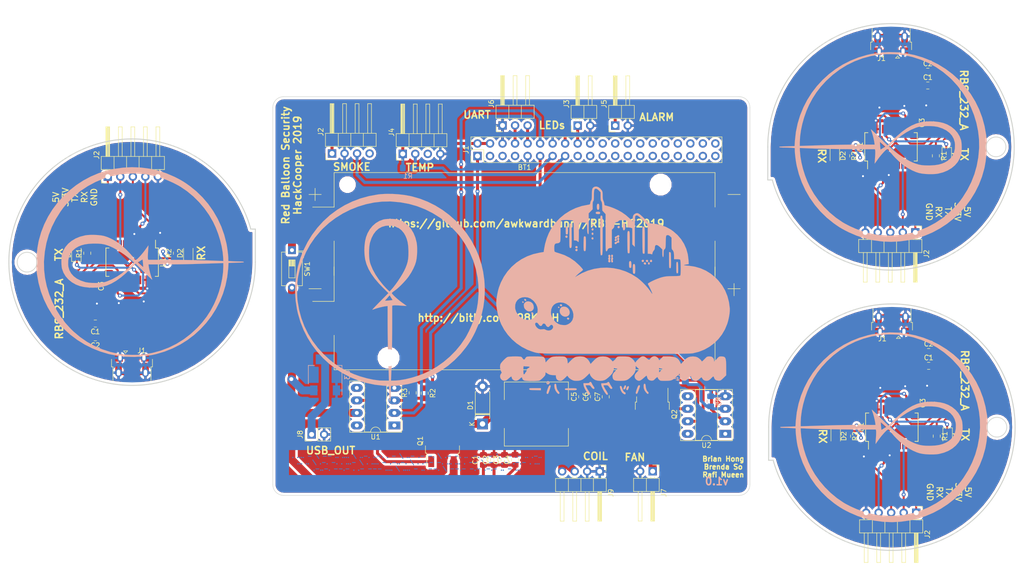
<source format=kicad_pcb>
(kicad_pcb (version 20171130) (host pcbnew 5.0.2-bee76a0~70~ubuntu18.04.1)
  (layers (0 F.Cu signal) (31 B.Cu signal) (34 B.Paste user) (35 F.Paste user) (36 B.SilkS user) (37 F.SilkS user) (38 B.Mask user) (39 F.Mask user) (44 Edge.Cuts user))
  (net 0 "")
  (net 1 GND)
  (net 2 +7.5V)
  (net 3 "Net-(C5-Pad1)")
  (net 4 "Net-(D1-Pad1)")
  (net 5 +3V3)
  (net 6 +5V)
  (net 7 "Net-(J1-Pad3)")
  (net 8 "Net-(J1-Pad5)")
  (net 9 "Net-(J1-Pad7)")
  (net 10 /UART_TX_WHT)
  (net 11 /UART_RX_GRN)
  (net 12 /Fan_On)
  (net 13 /PWM0)
  (net 14 /Alarm_PWM)
  (net 15 /Smoke_D)
  (net 16 /Temp_D)
  (net 17 "Net-(J1-Pad17)")
  (net 18 /LEDs)
  (net 19 "Net-(J1-Pad19)")
  (net 20 "Net-(J1-Pad21)")
  (net 21 "Net-(J1-Pad22)")
  (net 22 "Net-(J1-Pad23)")
  (net 23 "Net-(J1-Pad24)")
  (net 24 "Net-(J1-Pad25)")
  (net 25 "Net-(J1-Pad26)")
  (net 26 "Net-(J1-Pad27)")
  (net 27 "Net-(J1-Pad28)")
  (net 28 "Net-(J1-Pad29)")
  (net 29 "Net-(J1-Pad30)")
  (net 30 "Net-(J1-Pad31)")
  (net 31 "Net-(J1-Pad32)")
  (net 32 "Net-(J1-Pad33)")
  (net 33 "Net-(J1-Pad34)")
  (net 34 "Net-(J1-Pad35)")
  (net 35 "Net-(J1-Pad36)")
  (net 36 "Net-(J1-Pad37)")
  (net 37 "Net-(J1-Pad38)")
  (net 38 "Net-(J1-Pad39)")
  (net 39 "Net-(J1-Pad40)")
  (net 40 /Smoke_A)
  (net 41 "Net-(J4-Pad3)")
  (net 42 "Net-(J7-Pad1)")
  (net 43 "Net-(J8-Pad1)")
  (net 44 /HV_PWM)
  (net 45 /HV_FAN)
  (net 46 "Net-(R2-Pad2)")
  (net 47 "Net-(R4-Pad2)")
  (net 48 "Net-(U1-Pad8)")
  (net 49 "Net-(U1-Pad5)")
  (net 50 "Net-(U1-Pad1)")
  (net 51 "Net-(U2-Pad1)")
  (net 52 "Net-(U2-Pad5)")
  (net 53 "Net-(U2-Pad8)")
  (net 54 "Net-(BT1-Pad2)")
  (net 55 "Net-(C1-Pad1)")
  (net 56 "Net-(C3-Pad1)")
  (net 57 "Net-(D1-Pad2)")
  (net 58 "Net-(D2-Pad1)")
  (net 59 "Net-(D2-Pad2)")
  (net 60 "Net-(J1-Pad2)")
  (net 61 "Net-(J1-Pad4)")
  (net 62 "Net-(J2-Pad3)")
  (net 63 "Net-(J2-Pad4)")
  (net 64 "Net-(U1-Pad2)")
  (net 65 "Net-(U1-Pad3)")
  (net 66 "Net-(U1-Pad6)")
  (net 67 "Net-(U1-Pad9)")
  (net 68 "Net-(U1-Pad10)")
  (net 69 "Net-(U1-Pad11)")
  (net 70 "Net-(U1-Pad12)")
  (net 71 "Net-(U1-Pad13)")
  (net 72 "Net-(U1-Pad14)")
  (net 73 "Net-(U1-Pad19)")
  (net 74 "Net-(U1-Pad27)")
  (net 75 "Net-(U1-Pad28)")
  (net 76 "Net-(BT1-Pad1)")
  (module Package_SO:SSOP-28_5.3x10.2mm_P0.65mm (layer F.Cu) (at 215.03 120.3706 90)
    (fp_text reference U1 (at 0 -6.25 90) (layer F.SilkS))
    (fp_text value FT232RL)
    (pad 28 smd rect (at 3.6 -4.225 90) (size 1.75 0.45) (layers F.Cu F.Paste F.Mask) (net 75 "Net-(U1-Pad28)"))
    (pad 27 smd rect (at 3.6 -3.575 90) (size 1.75 0.45) (layers F.Cu F.Paste F.Mask) (net 74 "Net-(U1-Pad27)"))
    (pad 26 smd rect (at 3.6 -2.925 90) (size 1.75 0.45) (layers F.Cu F.Paste F.Mask) (net 1 GND))
    (pad 25 smd rect (at 3.6 -2.275 90) (size 1.75 0.45) (layers F.Cu F.Paste F.Mask) (net 1 GND))
    (pad 24 smd rect (at 3.6 -1.625 90) (size 1.75 0.45) (layers F.Cu F.Paste F.Mask))
    (pad 23 smd rect (at 3.6 -0.975 90) (size 1.75 0.45) (layers F.Cu F.Paste F.Mask) (net 4 "Net-(D1-Pad1)"))
    (pad 22 smd rect (at 3.6 -0.325 90) (size 1.75 0.45) (layers F.Cu F.Paste F.Mask) (net 58 "Net-(D2-Pad1)"))
    (pad 21 smd rect (at 3.6 0.325 90) (size 1.75 0.45) (layers F.Cu F.Paste F.Mask) (net 1 GND))
    (pad 20 smd rect (at 3.6 0.975 90) (size 1.75 0.45) (layers F.Cu F.Paste F.Mask) (net 55 "Net-(C1-Pad1)"))
    (pad 19 smd rect (at 3.6 1.625 90) (size 1.75 0.45) (layers F.Cu F.Paste F.Mask) (net 73 "Net-(U1-Pad19)"))
    (pad 18 smd rect (at 3.6 2.275 90) (size 1.75 0.45) (layers F.Cu F.Paste F.Mask) (net 1 GND))
    (pad 17 smd rect (at 3.6 2.925 90) (size 1.75 0.45) (layers F.Cu F.Paste F.Mask) (net 56 "Net-(C3-Pad1)"))
    (pad 16 smd rect (at 3.6 3.575 90) (size 1.75 0.45) (layers F.Cu F.Paste F.Mask) (net 60 "Net-(J1-Pad2)"))
    (pad 15 smd rect (at 3.6 4.225 90) (size 1.75 0.45) (layers F.Cu F.Paste F.Mask) (net 7 "Net-(J1-Pad3)"))
    (pad 14 smd rect (at -3.6 4.225 90) (size 1.75 0.45) (layers F.Cu F.Paste F.Mask) (net 72 "Net-(U1-Pad14)"))
    (pad 13 smd rect (at -3.6 3.575 90) (size 1.75 0.45) (layers F.Cu F.Paste F.Mask) (net 71 "Net-(U1-Pad13)"))
    (pad 12 smd rect (at -3.6 2.925 90) (size 1.75 0.45) (layers F.Cu F.Paste F.Mask) (net 70 "Net-(U1-Pad12)"))
    (pad 11 smd rect (at -3.6 2.275 90) (size 1.75 0.45) (layers F.Cu F.Paste F.Mask) (net 69 "Net-(U1-Pad11)"))
    (pad 10 smd rect (at -3.6 1.625 90) (size 1.75 0.45) (layers F.Cu F.Paste F.Mask) (net 68 "Net-(U1-Pad10)"))
    (pad 9 smd rect (at -3.6 0.975 90) (size 1.75 0.45) (layers F.Cu F.Paste F.Mask) (net 67 "Net-(U1-Pad9)"))
    (pad 8 smd rect (at -3.6 0.325 90) (size 1.75 0.45) (layers F.Cu F.Paste F.Mask))
    (pad 7 smd rect (at -3.6 -0.325 90) (size 1.75 0.45) (layers F.Cu F.Paste F.Mask) (net 1 GND))
    (pad 6 smd rect (at -3.6 -0.975 90) (size 1.75 0.45) (layers F.Cu F.Paste F.Mask) (net 66 "Net-(U1-Pad6)"))
    (pad 5 smd rect (at -3.6 -1.625 90) (size 1.75 0.45) (layers F.Cu F.Paste F.Mask) (net 63 "Net-(J2-Pad4)"))
    (pad 4 smd rect (at -3.6 -2.275 90) (size 1.75 0.45) (layers F.Cu F.Paste F.Mask) (net 55 "Net-(C1-Pad1)"))
    (pad 3 smd rect (at -3.6 -2.925 90) (size 1.75 0.45) (layers F.Cu F.Paste F.Mask) (net 65 "Net-(U1-Pad3)"))
    (pad 2 smd rect (at -3.6 -3.575 90) (size 1.75 0.45) (layers F.Cu F.Paste F.Mask) (net 64 "Net-(U1-Pad2)"))
    (pad 1 smd rect (at -3.6 -4.225 90) (size 1.75 0.45) (layers F.Cu F.Paste F.Mask) (net 62 "Net-(J2-Pad3)"))
  )
  (module custom:RBS_1.5in (layer B.Cu) (at 213.4616 120.4214 90)
    (fp_text reference G*** hide)
    (fp_text value LOGO hide)
  )
  (module Capacitor_SMD:C_0805_2012Metric_Pad1.15x1.40mm_HandSolder (layer F.Cu) (at 222.495 107.9246)
    (fp_text reference C1 (at 0 -1.65) (layer F.SilkS))
    (fp_text value 10n)
    (pad 2 smd roundrect (at 1.025 0) (size 1.15 1.4) (layers F.Cu F.Paste F.Mask) (roundrect_rratio 0.217391) (net 1 GND))
    (pad 1 smd roundrect (at -1.025 0) (size 1.15 1.4) (layers F.Cu F.Paste F.Mask) (roundrect_rratio 0.217391) (net 55 "Net-(C1-Pad1)"))
  )
  (module Connector_USB:USB_Micro-B_Amphenol_10103594-0001LF_Horizontal (layer F.Cu) (at 215.03 99.06 180)
    (fp_text reference J1 (at 1.925 -3.365 180) (layer F.SilkS))
    (fp_text value USB_B_Micro hide)
    (pad 6 smd rect (at 0.935 1.385 270) (size 2.5 1.43) (layers F.Cu F.Paste F.Mask) (net 1 GND))
    (pad 6 smd rect (at -0.985 1.385 270) (size 2.5 1.43) (layers F.Cu F.Paste F.Mask) (net 1 GND))
    (pad 6 thru_hole oval (at 2.705 1.115 270) (size 1.7 1.35) (drill oval 1.2 0.7) (layers *.Cu *.Mask) (net 1 GND))
    (pad 6 thru_hole oval (at -2.755 1.115 270) (size 1.7 1.35) (drill oval 1.2 0.7) (layers *.Cu *.Mask) (net 1 GND))
    (pad 6 thru_hole oval (at 2.395 -1.885 270) (size 1.5 1.1) (drill oval 1.05 0.65) (layers *.Cu *.Mask) (net 1 GND))
    (pad 6 thru_hole oval (at -2.445 -1.885 270) (size 1.5 1.1) (drill oval 1.05 0.65) (layers *.Cu *.Mask) (net 1 GND))
    (pad 5 smd rect (at 1.275 -1.765 270) (size 1.65 0.4) (layers F.Cu F.Paste F.Mask) (net 1 GND))
    (pad 4 smd rect (at 0.625 -1.765 270) (size 1.65 0.4) (layers F.Cu F.Paste F.Mask) (net 61 "Net-(J1-Pad4)"))
    (pad 3 smd rect (at -0.025 -1.765 270) (size 1.65 0.4) (layers F.Cu F.Paste F.Mask) (net 7 "Net-(J1-Pad3)"))
    (pad 2 smd rect (at -0.675 -1.765 270) (size 1.65 0.4) (layers F.Cu F.Paste F.Mask) (net 60 "Net-(J1-Pad2)"))
    (pad 1 smd rect (at -1.325 -1.765 270) (size 1.65 0.4) (layers F.Cu F.Paste F.Mask) (net 55 "Net-(C1-Pad1)"))
    (pad 6 smd rect (at 2.875 -1.885 180) (size 2 1.5) (layers F.Cu F.Paste F.Mask) (net 1 GND))
    (pad 6 smd rect (at -2.875 -1.865 180) (size 2 1.5) (layers F.Cu F.Paste F.Mask) (net 1 GND))
    (pad 6 smd rect (at 2.975 -0.565 180) (size 1.825 0.7) (layers F.Cu F.Paste F.Mask) (net 1 GND))
    (pad 6 smd rect (at -2.975 -0.565 180) (size 1.825 0.7) (layers F.Cu F.Paste F.Mask) (net 1 GND))
    (pad 6 smd rect (at -2.755 0.185 180) (size 1.35 2) (layers F.Cu F.Paste F.Mask) (net 1 GND))
    (pad 6 smd rect (at 2.725 0.185 180) (size 1.35 2) (layers F.Cu F.Paste F.Mask) (net 1 GND))
  )
  (module LED_SMD:LED_0805_2012Metric (layer F.Cu) (at 226.3394 122.1904 270)
    (fp_text reference D1 (at 0 -1.65 270) (layer F.SilkS))
    (fp_text value LED_TX)
    (pad 1 smd roundrect (at -0.9375 0 270) (size 0.975 1.4) (layers F.Cu F.Paste F.Mask) (net 4 "Net-(D1-Pad1)"))
    (pad 2 smd roundrect (at 0.9375 0 270) (size 0.975 1.4) (layers F.Cu F.Paste F.Mask) (net 57 "Net-(D1-Pad2)"))
  )
  (module Resistor_SMD:R_0805_2012Metric_Pad1.15x1.40mm_HandSolder (layer F.Cu) (at 205.9432 122.1904 270)
    (fp_text reference R2 (at 0 -1.65 270) (layer F.SilkS))
    (fp_text value 270)
    (pad 2 smd roundrect (at 1.025 0 270) (size 1.15 1.4) (layers F.Cu F.Paste F.Mask) (roundrect_rratio 0.217391) (net 59 "Net-(D2-Pad2)"))
    (pad 1 smd roundrect (at -1.025 0 270) (size 1.15 1.4) (layers F.Cu F.Paste F.Mask) (roundrect_rratio 0.217391) (net 55 "Net-(C1-Pad1)"))
  )
  (module Capacitor_SMD:C_0805_2012Metric_Pad1.15x1.40mm_HandSolder (layer F.Cu) (at 222.9612 115.4938 90)
    (fp_text reference C3 (at 0 -1.65 90) (layer F.SilkS))
    (fp_text value 100n)
    (pad 2 smd roundrect (at 1.025 0 90) (size 1.15 1.4) (layers F.Cu F.Paste F.Mask) (roundrect_rratio 0.217391) (net 1 GND))
    (pad 1 smd roundrect (at -1.025 0 90) (size 1.15 1.4) (layers F.Cu F.Paste F.Mask) (roundrect_rratio 0.217391) (net 56 "Net-(C3-Pad1)"))
  )
  (module Resistor_SMD:R_0805_2012Metric_Pad1.15x1.40mm_HandSolder (layer F.Cu) (at 224.1296 122.1904 270)
    (fp_text reference R1 (at 0 -1.65 270) (layer F.SilkS))
    (fp_text value 270)
    (pad 1 smd roundrect (at -1.025 0 270) (size 1.15 1.4) (layers F.Cu F.Paste F.Mask) (roundrect_rratio 0.217391) (net 55 "Net-(C1-Pad1)"))
    (pad 2 smd roundrect (at 1.025 0 270) (size 1.15 1.4) (layers F.Cu F.Paste F.Mask) (roundrect_rratio 0.217391) (net 57 "Net-(D1-Pad2)"))
  )
  (module Connector_PinHeader_2.54mm:PinHeader_1x05_P2.54mm_Horizontal (layer F.Cu) (at 219.964 137.7188 270)
    (fp_text reference J2 (at 4.385 -2.27 270) (layer F.SilkS))
    (fp_text value Conn_01x05)
    (pad 5 thru_hole oval (at 0 10.16 270) (size 1.7 1.7) (drill 1) (layers *.Cu *.Mask) (net 1 GND))
    (pad 4 thru_hole oval (at 0 7.62 270) (size 1.7 1.7) (drill 1) (layers *.Cu *.Mask) (net 63 "Net-(J2-Pad4)"))
    (pad 3 thru_hole oval (at 0 5.08 270) (size 1.7 1.7) (drill 1) (layers *.Cu *.Mask) (net 62 "Net-(J2-Pad3)"))
    (pad 2 thru_hole oval (at 0 2.54 270) (size 1.7 1.7) (drill 1) (layers *.Cu *.Mask) (net 56 "Net-(C3-Pad1)"))
    (pad 1 thru_hole rect (at 0 0 270) (size 1.7 1.7) (drill 1) (layers *.Cu *.Mask) (net 55 "Net-(C1-Pad1)"))
  )
  (module LED_SMD:LED_0805_2012Metric (layer F.Cu) (at 203.6318 122.1904 270)
    (fp_text reference D2 (at 0 -1.65 270) (layer F.SilkS))
    (fp_text value LED_RX)
    (pad 2 smd roundrect (at 0.9375 0 270) (size 0.975 1.4) (layers F.Cu F.Paste F.Mask) (net 59 "Net-(D2-Pad2)"))
    (pad 1 smd roundrect (at -0.9375 0 270) (size 0.975 1.4) (layers F.Cu F.Paste F.Mask) (net 58 "Net-(D2-Pad1)"))
  )
  (module Capacitor_SMD:C_0805_2012Metric_Pad1.15x1.40mm_HandSolder (layer F.Cu) (at 222.495 105.1306)
    (fp_text reference C2 (at 0 -1.65) (layer F.SilkS))
    (fp_text value 100n)
    (pad 1 smd roundrect (at -1.025 0) (size 1.15 1.4) (layers F.Cu F.Paste F.Mask) (roundrect_rratio 0.217391) (net 55 "Net-(C1-Pad1)"))
    (pad 2 smd roundrect (at 1.025 0) (size 1.15 1.4) (layers F.Cu F.Paste F.Mask) (roundrect_rratio 0.217391) (net 1 GND))
  )
  (module Package_SO:SSOP-28_5.3x10.2mm_P0.65mm (layer F.Cu) (at 214.8522 63.5 90)
    (fp_text reference U1 (at 0 -6.25 90) (layer F.SilkS))
    (fp_text value FT232RL)
    (pad 28 smd rect (at 3.6 -4.225 90) (size 1.75 0.45) (layers F.Cu F.Paste F.Mask) (net 75 "Net-(U1-Pad28)"))
    (pad 27 smd rect (at 3.6 -3.575 90) (size 1.75 0.45) (layers F.Cu F.Paste F.Mask) (net 74 "Net-(U1-Pad27)"))
    (pad 26 smd rect (at 3.6 -2.925 90) (size 1.75 0.45) (layers F.Cu F.Paste F.Mask) (net 1 GND))
    (pad 25 smd rect (at 3.6 -2.275 90) (size 1.75 0.45) (layers F.Cu F.Paste F.Mask) (net 1 GND))
    (pad 24 smd rect (at 3.6 -1.625 90) (size 1.75 0.45) (layers F.Cu F.Paste F.Mask))
    (pad 23 smd rect (at 3.6 -0.975 90) (size 1.75 0.45) (layers F.Cu F.Paste F.Mask) (net 4 "Net-(D1-Pad1)"))
    (pad 22 smd rect (at 3.6 -0.325 90) (size 1.75 0.45) (layers F.Cu F.Paste F.Mask) (net 58 "Net-(D2-Pad1)"))
    (pad 21 smd rect (at 3.6 0.325 90) (size 1.75 0.45) (layers F.Cu F.Paste F.Mask) (net 1 GND))
    (pad 20 smd rect (at 3.6 0.975 90) (size 1.75 0.45) (layers F.Cu F.Paste F.Mask) (net 55 "Net-(C1-Pad1)"))
    (pad 19 smd rect (at 3.6 1.625 90) (size 1.75 0.45) (layers F.Cu F.Paste F.Mask) (net 73 "Net-(U1-Pad19)"))
    (pad 18 smd rect (at 3.6 2.275 90) (size 1.75 0.45) (layers F.Cu F.Paste F.Mask) (net 1 GND))
    (pad 17 smd rect (at 3.6 2.925 90) (size 1.75 0.45) (layers F.Cu F.Paste F.Mask) (net 56 "Net-(C3-Pad1)"))
    (pad 16 smd rect (at 3.6 3.575 90) (size 1.75 0.45) (layers F.Cu F.Paste F.Mask) (net 60 "Net-(J1-Pad2)"))
    (pad 15 smd rect (at 3.6 4.225 90) (size 1.75 0.45) (layers F.Cu F.Paste F.Mask) (net 7 "Net-(J1-Pad3)"))
    (pad 14 smd rect (at -3.6 4.225 90) (size 1.75 0.45) (layers F.Cu F.Paste F.Mask) (net 72 "Net-(U1-Pad14)"))
    (pad 13 smd rect (at -3.6 3.575 90) (size 1.75 0.45) (layers F.Cu F.Paste F.Mask) (net 71 "Net-(U1-Pad13)"))
    (pad 12 smd rect (at -3.6 2.925 90) (size 1.75 0.45) (layers F.Cu F.Paste F.Mask) (net 70 "Net-(U1-Pad12)"))
    (pad 11 smd rect (at -3.6 2.275 90) (size 1.75 0.45) (layers F.Cu F.Paste F.Mask) (net 69 "Net-(U1-Pad11)"))
    (pad 10 smd rect (at -3.6 1.625 90) (size 1.75 0.45) (layers F.Cu F.Paste F.Mask) (net 68 "Net-(U1-Pad10)"))
    (pad 9 smd rect (at -3.6 0.975 90) (size 1.75 0.45) (layers F.Cu F.Paste F.Mask) (net 67 "Net-(U1-Pad9)"))
    (pad 8 smd rect (at -3.6 0.325 90) (size 1.75 0.45) (layers F.Cu F.Paste F.Mask))
    (pad 7 smd rect (at -3.6 -0.325 90) (size 1.75 0.45) (layers F.Cu F.Paste F.Mask) (net 1 GND))
    (pad 6 smd rect (at -3.6 -0.975 90) (size 1.75 0.45) (layers F.Cu F.Paste F.Mask) (net 66 "Net-(U1-Pad6)"))
    (pad 5 smd rect (at -3.6 -1.625 90) (size 1.75 0.45) (layers F.Cu F.Paste F.Mask) (net 63 "Net-(J2-Pad4)"))
    (pad 4 smd rect (at -3.6 -2.275 90) (size 1.75 0.45) (layers F.Cu F.Paste F.Mask) (net 55 "Net-(C1-Pad1)"))
    (pad 3 smd rect (at -3.6 -2.925 90) (size 1.75 0.45) (layers F.Cu F.Paste F.Mask) (net 65 "Net-(U1-Pad3)"))
    (pad 2 smd rect (at -3.6 -3.575 90) (size 1.75 0.45) (layers F.Cu F.Paste F.Mask) (net 64 "Net-(U1-Pad2)"))
    (pad 1 smd rect (at -3.6 -4.225 90) (size 1.75 0.45) (layers F.Cu F.Paste F.Mask) (net 62 "Net-(J2-Pad3)"))
  )
  (module custom:RBS_1.5in (layer B.Cu) (at 213.2838 63.5508 90)
    (fp_text reference G*** hide)
    (fp_text value LOGO hide)
  )
  (module Capacitor_SMD:C_0805_2012Metric_Pad1.15x1.40mm_HandSolder (layer F.Cu) (at 222.3172 51.054)
    (fp_text reference C1 (at 0 -1.65) (layer F.SilkS))
    (fp_text value 10n)
    (pad 2 smd roundrect (at 1.025 0) (size 1.15 1.4) (layers F.Cu F.Paste F.Mask) (roundrect_rratio 0.217391) (net 1 GND))
    (pad 1 smd roundrect (at -1.025 0) (size 1.15 1.4) (layers F.Cu F.Paste F.Mask) (roundrect_rratio 0.217391) (net 55 "Net-(C1-Pad1)"))
  )
  (module Connector_USB:USB_Micro-B_Amphenol_10103594-0001LF_Horizontal (layer F.Cu) (at 214.8522 42.1894 180)
    (fp_text reference J1 (at 1.925 -3.365 180) (layer F.SilkS))
    (fp_text value USB_B_Micro hide)
    (pad 6 smd rect (at 0.935 1.385 270) (size 2.5 1.43) (layers F.Cu F.Paste F.Mask) (net 1 GND))
    (pad 6 smd rect (at -0.985 1.385 270) (size 2.5 1.43) (layers F.Cu F.Paste F.Mask) (net 1 GND))
    (pad 6 thru_hole oval (at 2.705 1.115 270) (size 1.7 1.35) (drill oval 1.2 0.7) (layers *.Cu *.Mask) (net 1 GND))
    (pad 6 thru_hole oval (at -2.755 1.115 270) (size 1.7 1.35) (drill oval 1.2 0.7) (layers *.Cu *.Mask) (net 1 GND))
    (pad 6 thru_hole oval (at 2.395 -1.885 270) (size 1.5 1.1) (drill oval 1.05 0.65) (layers *.Cu *.Mask) (net 1 GND))
    (pad 6 thru_hole oval (at -2.445 -1.885 270) (size 1.5 1.1) (drill oval 1.05 0.65) (layers *.Cu *.Mask) (net 1 GND))
    (pad 5 smd rect (at 1.275 -1.765 270) (size 1.65 0.4) (layers F.Cu F.Paste F.Mask) (net 1 GND))
    (pad 4 smd rect (at 0.625 -1.765 270) (size 1.65 0.4) (layers F.Cu F.Paste F.Mask) (net 61 "Net-(J1-Pad4)"))
    (pad 3 smd rect (at -0.025 -1.765 270) (size 1.65 0.4) (layers F.Cu F.Paste F.Mask) (net 7 "Net-(J1-Pad3)"))
    (pad 2 smd rect (at -0.675 -1.765 270) (size 1.65 0.4) (layers F.Cu F.Paste F.Mask) (net 60 "Net-(J1-Pad2)"))
    (pad 1 smd rect (at -1.325 -1.765 270) (size 1.65 0.4) (layers F.Cu F.Paste F.Mask) (net 55 "Net-(C1-Pad1)"))
    (pad 6 smd rect (at 2.875 -1.885 180) (size 2 1.5) (layers F.Cu F.Paste F.Mask) (net 1 GND))
    (pad 6 smd rect (at -2.875 -1.865 180) (size 2 1.5) (layers F.Cu F.Paste F.Mask) (net 1 GND))
    (pad 6 smd rect (at 2.975 -0.565 180) (size 1.825 0.7) (layers F.Cu F.Paste F.Mask) (net 1 GND))
    (pad 6 smd rect (at -2.975 -0.565 180) (size 1.825 0.7) (layers F.Cu F.Paste F.Mask) (net 1 GND))
    (pad 6 smd rect (at -2.755 0.185 180) (size 1.35 2) (layers F.Cu F.Paste F.Mask) (net 1 GND))
    (pad 6 smd rect (at 2.725 0.185 180) (size 1.35 2) (layers F.Cu F.Paste F.Mask) (net 1 GND))
  )
  (module LED_SMD:LED_0805_2012Metric (layer F.Cu) (at 226.1616 65.3198 270)
    (fp_text reference D1 (at 0 -1.65 270) (layer F.SilkS))
    (fp_text value LED_TX)
    (pad 1 smd roundrect (at -0.9375 0 270) (size 0.975 1.4) (layers F.Cu F.Paste F.Mask) (net 4 "Net-(D1-Pad1)"))
    (pad 2 smd roundrect (at 0.9375 0 270) (size 0.975 1.4) (layers F.Cu F.Paste F.Mask) (net 57 "Net-(D1-Pad2)"))
  )
  (module Resistor_SMD:R_0805_2012Metric_Pad1.15x1.40mm_HandSolder (layer F.Cu) (at 205.7654 65.3198 270)
    (fp_text reference R2 (at 0 -1.65 270) (layer F.SilkS))
    (fp_text value 270)
    (pad 2 smd roundrect (at 1.025 0 270) (size 1.15 1.4) (layers F.Cu F.Paste F.Mask) (roundrect_rratio 0.217391) (net 59 "Net-(D2-Pad2)"))
    (pad 1 smd roundrect (at -1.025 0 270) (size 1.15 1.4) (layers F.Cu F.Paste F.Mask) (roundrect_rratio 0.217391) (net 55 "Net-(C1-Pad1)"))
  )
  (module Capacitor_SMD:C_0805_2012Metric_Pad1.15x1.40mm_HandSolder (layer F.Cu) (at 222.7834 58.6232 90)
    (fp_text reference C3 (at 0 -1.65 90) (layer F.SilkS))
    (fp_text value 100n)
    (pad 2 smd roundrect (at 1.025 0 90) (size 1.15 1.4) (layers F.Cu F.Paste F.Mask) (roundrect_rratio 0.217391) (net 1 GND))
    (pad 1 smd roundrect (at -1.025 0 90) (size 1.15 1.4) (layers F.Cu F.Paste F.Mask) (roundrect_rratio 0.217391) (net 56 "Net-(C3-Pad1)"))
  )
  (module Symbol:OSHW-Logo_5.7x6mm_Copper (layer F.Cu) (at 200.8632 74.4982 270)
    (fp_text reference REF** hide)
    (fp_text value OSHW-Logo_5.7x6mm_Copper hide)
    (fp_poly (pts (xy -1.908759 1.469184) (xy -1.882247 1.482282) (xy -1.849553 1.505106) (xy -1.825725 1.529996) (xy -1.809406 1.561249) (xy -1.79924 1.603166) (xy -1.793872 1.660044) (xy -1.791944 1.736184) (xy -1.791831 1.768917) (xy -1.792161 1.840656) (xy -1.793527 1.891927) (xy -1.7965 1.927404) (xy -1.801649 1.951763) (xy -1.809543 1.96968) (xy -1.817757 1.981902) (xy -1.870187 2.033905) (xy -1.93193 2.065184) (xy -1.998536 2.074592) (xy -2.065558 2.06098) (xy -2.086792 2.051354) (xy -2.137624 2.024859) (xy -2.137624 2.440052) (xy -2.100525 2.420868) (xy -2.051643 2.406025) (xy -1.991561 2.402222) (xy -1.931564 2.409243) (xy -1.886256 2.425013) (xy -1.848675 2.455047) (xy -1.816564 2.498024) (xy -1.81415 2.502436) (xy -1.803967 2.523221) (xy -1.79653 2.54417) (xy -1.791411 2.569548) (xy -1.788181 2.603618) (xy -1.786413 2.650641) (xy -1.785677 2.714882) (xy -1.785544 2.787176) (xy -1.785544 3.017822) (xy -1.923861 3.017822) (xy -1.923861 2.592533) (xy -1.962549 2.559979) (xy -2.002738 2.53394) (xy -2.040797 2.529205) (xy -2.079066 2.541389) (xy -2.099462 2.55332) (xy -2.114642 2.570313) (xy -2.125438 2.595995) (xy -2.132683 2.633991) (xy -2.137208 2.687926) (xy -2.139844 2.761425) (xy -2.140772 2.810347) (xy -2.143911 3.011535) (xy -2.209926 3.015336) (xy -2.27594 3.019136) (xy -2.27594 1.77065) (xy -2.137624 1.77065) (xy -2.134097 1.840254) (xy -2.122215 1.888569) (xy -2.10002 1.918631) (xy -2.065559 1.933471) (xy -2.030742 1.936436) (xy -1.991329 1.933028) (xy -1.965171 1.919617) (xy -1.948814 1.901896) (xy -1.935937 1.882835) (xy -1.928272 1.861601) (xy -1.924861 1.831849) (xy -1.924749 1.787236) (xy -1.925897 1.74988) (xy -1.928532 1.693604) (xy -1.932456 1.656658) (xy -1.939063 1.633223) (xy -1.949749 1.61748) (xy -1.959833 1.60838) (xy -2.00197 1.588537) (xy -2.05184 1.585332) (xy -2.080476 1.592168) (xy -2.108828 1.616464) (xy -2.127609 1.663728) (xy -2.136712 1.733624) (xy -2.137624 1.77065) (xy -2.27594 1.77065) (xy -2.27594 1.458614) (xy -2.206782 1.458614) (xy -2.16526 1.460256) (xy -2.143838 1.466087) (xy -2.137626 1.477461) (xy -2.137624 1.477798) (xy -2.134742 1.488938) (xy -2.12203 1.487673) (xy -2.096757 1.475433) (xy -2.037869 1.456707) (xy -1.971615 1.454739) (xy -1.908759 1.469184)) (layer F.Cu) (width 0.01))
    (fp_poly (pts (xy -1.38421 2.406555) (xy -1.325055 2.422339) (xy -1.280023 2.450948) (xy -1.248246 2.488419) (xy -1.238366 2.504411) (xy -1.231073 2.521163) (xy -1.225974 2.542592) (xy -1.222679 2.572616) (xy -1.220797 2.615154) (xy -1.219937 2.674122) (xy -1.219707 2.75344) (xy -1.219703 2.774484) (xy -1.219703 3.017822) (xy -1.280059 3.017822) (xy -1.318557 3.015126) (xy -1.347023 3.008295) (xy -1.354155 3.004083) (xy -1.373652 2.996813) (xy -1.393566 3.004083) (xy -1.426353 3.01316) (xy -1.473978 3.016813) (xy -1.526764 3.015228) (xy -1.575036 3.008589) (xy -1.603218 3.000072) (xy -1.657753 2.965063) (xy -1.691835 2.916479) (xy -1.707157 2.851882) (xy -1.707299 2.850223) (xy -1.705955 2.821566) (xy -1.584356 2.821566) (xy -1.573726 2.854161) (xy -1.55641 2.872505) (xy -1.521652 2.886379) (xy -1.475773 2.891917) (xy -1.428988 2.889191) (xy -1.391514 2.878274) (xy -1.381015 2.871269) (xy -1.362668 2.838904) (xy -1.35802 2.802111) (xy -1.35802 2.753763) (xy -1.427582 2.753763) (xy -1.493667 2.75885) (xy -1.543764 2.773263) (xy -1.574929 2.795729) (xy -1.584356 2.821566) (xy -1.705955 2.821566) (xy -1.703987 2.779647) (xy -1.68071 2.723845) (xy -1.636948 2.681647) (xy -1.630899 2.677808) (xy -1.604907 2.665309) (xy -1.572735 2.65774) (xy -1.52776 2.654061) (xy -1.474331 2.653216) (xy -1.35802 2.653169) (xy -1.35802 2.604411) (xy -1.362953 2.566581) (xy -1.375543 2.541236) (xy -1.377017 2.539887) (xy -1.405034 2.5288) (xy -1.447326 2.524503) (xy -1.494064 2.526615) (xy -1.535418 2.534756) (xy -1.559957 2.546965) (xy -1.573253 2.556746) (xy -1.587294 2.558613) (xy -1.606671 2.5506) (xy -1.635976 2.530739) (xy -1.679803 2.497063) (xy -1.683825 2.493909) (xy -1.681764 2.482236) (xy -1.664568 2.462822) (xy -1.638433 2.441248) (xy -1.609552 2.423096) (xy -1.600478 2.418809) (xy -1.56738 2.410256) (xy -1.51888 2.404155) (xy -1.464695 2.401708) (xy -1.462161 2.401703) (xy -1.38421 2.406555)) (layer F.Cu) (width 0.01))
    (fp_poly (pts (xy -0.993356 2.40302) (xy -0.974539 2.40866) (xy -0.968473 2.421053) (xy -0.968218 2.426647) (xy -0.967129 2.44223) (xy -0.959632 2.444676) (xy -0.939381 2.433993) (xy -0.927351 2.426694) (xy -0.8894 2.411063) (xy -0.844072 2.403334) (xy -0.796544 2.40274) (xy -0.751995 2.408513) (xy -0.715602 2.419884) (xy -0.692543 2.436088) (xy -0.687996 2.456355) (xy -0.690291 2.461843) (xy -0.70702 2.484626) (xy -0.732963 2.512647) (xy -0.737655 2.517177) (xy -0.762383 2.538005) (xy -0.783718 2.544735) (xy -0.813555 2.540038) (xy -0.825508 2.536917) (xy -0.862705 2.529421) (xy -0.888859 2.532792) (xy -0.910946 2.544681) (xy -0.931178 2.560635) (xy -0.946079 2.5807) (xy -0.956434 2.608702) (xy -0.963029 2.648467) (xy -0.966649 2.703823) (xy -0.968078 2.778594) (xy -0.968218 2.82374) (xy -0.968218 3.017822) (xy -1.09396 3.017822) (xy -1.09396 2.401683) (xy -1.031089 2.401683) (xy -0.993356 2.40302)) (layer F.Cu) (width 0.01))
    (fp_poly (pts (xy -0.201188 3.017822) (xy -0.270346 3.017822) (xy -0.310488 3.016645) (xy -0.331394 3.011772) (xy -0.338922 3.001186) (xy -0.339505 2.994029) (xy -0.340774 2.979676) (xy -0.348779 2.976923) (xy -0.369815 2.985771) (xy -0.386173 2.994029) (xy -0.448977 3.013597) (xy -0.517248 3.014729) (xy -0.572752 3.000135) (xy -0.624438 2.964877) (xy -0.663838 2.912835) (xy -0.685413 2.85145) (xy -0.685962 2.848018) (xy -0.689167 2.810571) (xy -0.690761 2.756813) (xy -0.690633 2.716155) (xy -0.553279 2.716155) (xy -0.550097 2.770194) (xy -0.542859 2.814735) (xy -0.53306 2.839888) (xy -0.495989 2.87426) (xy -0.451974 2.886582) (xy -0.406584 2.876618) (xy -0.367797 2.846895) (xy -0.353108 2.826905) (xy -0.344519 2.80305) (xy -0.340496 2.76823) (xy -0.339505 2.71593) (xy -0.341278 2.664139) (xy -0.345963 2.618634) (xy -0.352603 2.588181) (xy -0.35371 2.585452) (xy -0.380491 2.553) (xy -0.419579 2.535183) (xy -0.463315 2.532306) (xy -0.504038 2.544674) (xy -0.534087 2.572593) (xy -0.537204 2.578148) (xy -0.546961 2.612022) (xy -0.552277 2.660728) (xy -0.553279 2.716155) (xy -0.690633 2.716155) (xy -0.690568 2.69554) (xy -0.689664 2.662563) (xy -0.683514 2.580981) (xy -0.670733 2.51973) (xy -0.649471 2.474449) (xy -0.617878 2.440779) (xy -0.587207 2.421014) (xy -0.544354 2.40712) (xy -0.491056 2.402354) (xy -0.43648 2.406236) (xy -0.389792 2.418282) (xy -0.365124 2.432693) (xy -0.339505 2.455878) (xy -0.339505 2.162773) (xy -0.201188 2.162773) (xy -0.201188 3.017822)) (layer F.Cu) (width 0.01))
    (fp_poly (pts (xy 0.281524 2.404237) (xy 0.331255 2.407971) (xy 0.461291 2.797773) (xy 0.481678 2.728614) (xy 0.493946 2.685874) (xy 0.510085 2.628115) (xy 0.527512 2.564625) (xy 0.536726 2.53057) (xy 0.571388 2.401683) (xy 0.714391 2.401683) (xy 0.671646 2.536857) (xy 0.650596 2.603342) (xy 0.625167 2.683539) (xy 0.59861 2.767193) (xy 0.574902 2.841782) (xy 0.520902 3.011535) (xy 0.462598 3.015328) (xy 0.404295 3.019122) (xy 0.372679 2.914734) (xy 0.353182 2.849889) (xy 0.331904 2.7784) (xy 0.313308 2.715263) (xy 0.312574 2.71275) (xy 0.298684 2.669969) (xy 0.286429 2.640779) (xy 0.277846 2.629741) (xy 0.276082 2.631018) (xy 0.269891 2.64813) (xy 0.258128 2.684787) (xy 0.242225 2.736378) (xy 0.223614 2.798294) (xy 0.213543 2.832352) (xy 0.159007 3.017822) (xy 0.043264 3.017822) (xy -0.049263 2.725471) (xy -0.075256 2.643462) (xy -0.098934 2.568987) (xy -0.11918 2.505544) (xy -0.134874 2.456632) (xy -0.144898 2.425749) (xy -0.147945 2.416726) (xy -0.145533 2.407487) (xy -0.126592 2.403441) (xy -0.087177 2.403846) (xy -0.081007 2.404152) (xy -0.007914 2.407971) (xy 0.039957 2.58401) (xy 0.057553 2.648211) (xy 0.073277 2.704649) (xy 0.085746 2.748422) (xy 0.093574 2.77463) (xy 0.09502 2.778903) (xy 0.101014 2.77399) (xy 0.113101 2.748532) (xy 0.129893 2.705997) (xy 0.150003 2.64985) (xy 0.167003 2.59913) (xy 0.231794 2.400504) (xy 0.281524 2.404237)) (layer F.Cu) (width 0.01))
    (fp_poly (pts (xy 1.038411 2.405417) (xy 1.091411 2.41829) (xy 1.106731 2.42511) (xy 1.136428 2.442974) (xy 1.15922 2.463093) (xy 1.176083 2.488962) (xy 1.187998 2.524073) (xy 1.195942 2.57192) (xy 1.200894 2.635996) (xy 1.203831 2.719794) (xy 1.204947 2.775768) (xy 1.209052 3.017822) (xy 1.138932 3.017822) (xy 1.096393 3.016038) (xy 1.074476 3.009942) (xy 1.068812 2.999706) (xy 1.065821 2.988637) (xy 1.052451 2.990754) (xy 1.034233 2.999629) (xy 0.988624 3.013233) (xy 0.930007 3.016899) (xy 0.868354 3.010903) (xy 0.813638 2.995521) (xy 0.80873 2.993386) (xy 0.758723 2.958255) (xy 0.725756 2.909419) (xy 0.710587 2.852333) (xy 0.711746 2.831824) (xy 0.835508 2.831824) (xy 0.846413 2.859425) (xy 0.878745 2.879204) (xy 0.93091 2.889819) (xy 0.958787 2.891228) (xy 1.005247 2.88762) (xy 1.036129 2.873597) (xy 1.043664 2.866931) (xy 1.064076 2.830666) (xy 1.068812 2.797773) (xy 1.068812 2.753763) (xy 1.007513 2.753763) (xy 0.936256 2.757395) (xy 0.886276 2.768818) (xy 0.854696 2.788824) (xy 0.847626 2.797743) (xy 0.835508 2.831824) (xy 0.711746 2.831824) (xy 0.713971 2.792456) (xy 0.736663 2.735244) (xy 0.767624 2.69658) (xy 0.786376 2.679864) (xy 0.804733 2.668878) (xy 0.828619 2.66218) (xy 0.863957 2.658326) (xy 0.916669 2.655873) (xy 0.937577 2.655168) (xy 1.068812 2.650879) (xy 1.06862 2.611158) (xy 1.063537 2.569405) (xy 1.045162 2.544158) (xy 1.008039 2.52803) (xy 1.007043 2.527742) (xy 0.95441 2.5214) (xy 0.902906 2.529684) (xy 0.86463 2.549827) (xy 0.849272 2.559773) (xy 0.83273 2.558397) (xy 0.807275 2.543987) (xy 0.792328 2.533817) (xy 0.763091 2.512088) (xy 0.74498 2.4958) (xy 0.742074 2.491137) (xy 0.75404 2.467005) (xy 0.789396 2.438185) (xy 0.804753 2.428461) (xy 0.848901 2.411714) (xy 0.908398 2.402227) (xy 0.974487 2.400095) (xy 1.038411 2.405417)) (layer F.Cu) (width 0.01))
    (fp_poly (pts (xy 1.635255 2.401486) (xy 1.683595 2.411015) (xy 1.711114 2.425125) (xy 1.740064 2.448568) (xy 1.698876 2.500571) (xy 1.673482 2.532064) (xy 1.656238 2.547428) (xy 1.639102 2.549776) (xy 1.614027 2.542217) (xy 1.602257 2.537941) (xy 1.55427 2.531631) (xy 1.510324 2.545156) (xy 1.47806 2.57571) (xy 1.472819 2.585452) (xy 1.467112 2.611258) (xy 1.462706 2.658817) (xy 1.459811 2.724758) (xy 1.458631 2.80571) (xy 1.458614 2.817226) (xy 1.458614 3.017822) (xy 1.320297 3.017822) (xy 1.320297 2.401683) (xy 1.389456 2.401683) (xy 1.429333 2.402725) (xy 1.450107 2.407358) (xy 1.457789 2.417849) (xy 1.458614 2.427745) (xy 1.458614 2.453806) (xy 1.491745 2.427745) (xy 1.529735 2.409965) (xy 1.58077 2.401174) (xy 1.635255 2.401486)) (layer F.Cu) (width 0.01))
    (fp_poly (pts (xy 2.032581 2.40497) (xy 2.092685 2.420597) (xy 2.143021 2.452848) (xy 2.167393 2.47694) (xy 2.207345 2.533895) (xy 2.230242 2.599965) (xy 2.238108 2.681182) (xy 2.238148 2.687748) (xy 2.238218 2.753763) (xy 1.858264 2.753763) (xy 1.866363 2.788342) (xy 1.880987 2.819659) (xy 1.906581 2.852291) (xy 1.911935 2.8575) (xy 1.957943 2.885694) (xy 2.01041 2.890475) (xy 2.070803 2.871926) (xy 2.08104 2.866931) (xy 2.112439 2.851745) (xy 2.13347 2.843094) (xy 2.137139 2.842293) (xy 2.149948 2.850063) (xy 2.174378 2.869072) (xy 2.186779 2.87946) (xy 2.212476 2.903321) (xy 2.220915 2.919077) (xy 2.215058 2.933571) (xy 2.211928 2.937534) (xy 2.190725 2.954879) (xy 2.155738 2.975959) (xy 2.131337 2.988265) (xy 2.062072 3.009946) (xy 1.985388 3.016971) (xy 1.912765 3.008647) (xy 1.892426 3.002686) (xy 1.829476 2.968952) (xy 1.782815 2.917045) (xy 1.752173 2.846459) (xy 1.737282 2.756692) (xy 1.735647 2.709753) (xy 1.740421 2.641413) (xy 1.86099 2.641413) (xy 1.872652 2.646465) (xy 1.903998 2.650429) (xy 1.949571 2.652768) (xy 1.980446 2.653169) (xy 2.035981 2.652783) (xy 2.071033 2.650975) (xy 2.090262 2.646773) (xy 2.09833 2.639203) (xy 2.099901 2.628218) (xy 2.089121 2.594381) (xy 2.06198 2.56094) (xy 2.026277 2.535272) (xy 1.99056 2.524772) (xy 1.942048 2.534086) (xy 1.900053 2.561013) (xy 1.870936 2.599827) (xy 1.86099 2.641413) (xy 1.740421 2.641413) (xy 1.742599 2.610236) (xy 1.764055 2.530949) (xy 1.80047 2.471263) (xy 1.852297 2.430549) (xy 1.91999 2.408179) (xy 1.956662 2.403871) (xy 2.032581 2.40497)) (layer F.Cu) (width 0.01))
    (fp_poly (pts (xy -2.538261 1.465148) (xy -2.472479 1.494231) (xy -2.42254 1.542793) (xy -2.388374 1.610908) (xy -2.369907 1.698651) (xy -2.368583 1.712351) (xy -2.367546 1.808939) (xy -2.380993 1.893602) (xy -2.408108 1.962221) (xy -2.422627 1.984294) (xy -2.473201 2.031011) (xy -2.537609 2.061268) (xy -2.609666 2.073824) (xy -2.683185 2.067439) (xy -2.739072 2.047772) (xy -2.787132 2.014629) (xy -2.826412 1.971175) (xy -2.827092 1.970158) (xy -2.843044 1.943338) (xy -2.85341 1.916368) (xy -2.859688 1.882332) (xy -2.863373 1.83431) (xy -2.864997 1.794931) (xy -2.865672 1.759219) (xy -2.739955 1.759219) (xy -2.738726 1.79477) (xy -2.734266 1.842094) (xy -2.726397 1.872465) (xy -2.712207 1.894072) (xy -2.698917 1.906694) (xy -2.651802 1.933122) (xy -2.602505 1.936653) (xy -2.556593 1.917639) (xy -2.533638 1.896331) (xy -2.517096 1.874859) (xy -2.507421 1.854313) (xy -2.503174 1.827574) (xy -2.50292 1.787523) (xy -2.504228 1.750638) (xy -2.507043 1.697947) (xy -2.511505 1.663772) (xy -2.519548 1.64148) (xy -2.533103 1.624442) (xy -2.543845 1.614703) (xy -2.588777 1.589123) (xy -2.637249 1.587847) (xy -2.677894 1.602999) (xy -2.712567 1.634642) (xy -2.733224 1.68662) (xy -2.739955 1.759219) (xy -2.865672 1.759219) (xy -2.866479 1.716621) (xy -2.863948 1.658056) (xy -2.856362 1.614007) (xy -2.842681 1.579248) (xy -2.821865 1.548551) (xy -2.814147 1.539436) (xy -2.765889 1.494021) (xy -2.714128 1.467493) (xy -2.650828 1.456379) (xy -2.619961 1.455471) (xy -2.538261 1.465148)) (layer F.Cu) (width 0.01))
    (fp_poly (pts (xy -1.356699 1.472614) (xy -1.344168 1.478514) (xy -1.300799 1.510283) (xy -1.25979 1.556646) (xy -1.229168 1.607696) (xy -1.220459 1.631166) (xy -1.212512 1.673091) (xy -1.207774 1.723757) (xy -1.207199 1.744679) (xy -1.207129 1.810693) (xy -1.587083 1.810693) (xy -1.578983 1.845273) (xy -1.559104 1.88617) (xy -1.524347 1.921514) (xy -1.482998 1.944282) (xy -1.456649 1.94901) (xy -1.420916 1.943273) (xy -1.378282 1.928882) (xy -1.363799 1.922262) (xy -1.31024 1.895513) (xy -1.264533 1.930376) (xy -1.238158 1.953955) (xy -1.224124 1.973417) (xy -1.223414 1.979129) (xy -1.235951 1.992973) (xy -1.263428 2.014012) (xy -1.288366 2.030425) (xy -1.355664 2.05993) (xy -1.43111 2.073284) (xy -1.505888 2.069812) (xy -1.565495 2.051663) (xy -1.626941 2.012784) (xy -1.670608 1.961595) (xy -1.697926 1.895367) (xy -1.710322 1.811371) (xy -1.711421 1.772936) (xy -1.707022 1.684861) (xy -1.706482 1.682299) (xy -1.580582 1.682299) (xy -1.577115 1.690558) (xy -1.562863 1.695113) (xy -1.53347 1.697065) (xy -1.484575 1.697517) (xy -1.465748 1.697525) (xy -1.408467 1.696843) (xy -1.372141 1.694364) (xy -1.352604 1.689443) (xy -1.34569 1.681434) (xy -1.345445 1.678862) (xy -1.353336 1.658423) (xy -1.373085 1.629789) (xy -1.381575 1.619763) (xy -1.413094 1.591408) (xy -1.445949 1.580259) (xy -1.463651 1.579327) (xy -1.511539 1.590981) (xy -1.551699 1.622285) (xy -1.577173 1.667752) (xy -1.577625 1.669233) (xy -1.580582 1.682299) (xy -1.706482 1.682299) (xy -1.692392 1.61551) (xy -1.666038 1.560025) (xy -1.633807 1.520639) (xy -1.574217 1.477931) (xy -1.504168 1.455109) (xy -1.429661 1.453046) (xy -1.356699 1.472614)) (layer F.Cu) (width 0.01))
    (fp_poly (pts (xy 0.014017 1.456452) (xy 0.061634 1.465482) (xy 0.111034 1.48437) (xy 0.116312 1.486777) (xy 0.153774 1.506476) (xy 0.179717 1.524781) (xy 0.188103 1.536508) (xy 0.180117 1.555632) (xy 0.16072 1.58385) (xy 0.15211 1.594384) (xy 0.116628 1.635847) (xy 0.070885 1.608858) (xy 0.02735 1.590878) (xy -0.02295 1.581267) (xy -0.071188 1.58066) (xy -0.108533 1.589691) (xy -0.117495 1.595327) (xy -0.134563 1.621171) (xy -0.136637 1.650941) (xy -0.123866 1.674197) (xy -0.116312 1.678708) (xy -0.093675 1.684309) (xy -0.053885 1.690892) (xy -0.004834 1.697183) (xy 0.004215 1.69817) (xy 0.082996 1.711798) (xy 0.140136 1.734946) (xy 0.17803 1.769752) (xy 0.199079 1.818354) (xy 0.205635 1.877718) (xy 0.196577 1.945198) (xy 0.167164 1.998188) (xy 0.117278 2.036783) (xy 0.0468 2.061081) (xy -0.031435 2.070667) (xy -0.095234 2.070552) (xy -0.146984 2.061845) (xy -0.182327 2.049825) (xy -0.226983 2.02888) (xy -0.268253 2.004574) (xy -0.282921 1.993876) (xy -0.320643 1.963084) (xy -0.275148 1.917049) (xy -0.229653 1.871013) (xy -0.177928 1.905243) (xy -0.126048 1.930952) (xy -0.070649 1.944399) (xy -0.017395 1.945818) (xy 0.028049 1.935443) (xy 0.060016 1.913507) (xy 0.070338 1.894998) (xy 0.068789 1.865314) (xy 0.04314 1.842615) (xy -0.00654 1.82694) (xy -0.060969 1.819695) (xy -0.144736 1.805873) (xy -0.206967 1.779796) (xy -0.248493 1.740699) (xy -0.270147 1.68782) (xy -0.273147 1.625126) (xy -0.258329 1.559642) (xy -0.224546 1.510144) (xy -0.171495 1.476408) (xy -0.098874 1.458207) (xy -0.045072 1.454639) (xy 0.014017 1.456452)) (layer F.Cu) (width 0.01))
    (fp_poly (pts (xy 0.610762 1.466055) (xy 0.674363 1.500692) (xy 0.724123 1.555372) (xy 0.747568 1.599842) (xy 0.757634 1.639121) (xy 0.764156 1.695116) (xy 0.766951 1.759621) (xy 0.765836 1.824429) (xy 0.760626 1.881334) (xy 0.754541 1.911727) (xy 0.734014 1.953306) (xy 0.698463 1.997468) (xy 0.655619 2.036087) (xy 0.613211 2.061034) (xy 0.612177 2.06143) (xy 0.559553 2.072331) (xy 0.497188 2.072601) (xy 0.437924 2.062676) (xy 0.41504 2.054722) (xy 0.356102 2.0213) (xy 0.31389 1.977511) (xy 0.286156 1.919538) (xy 0.270651 1.843565) (xy 0.267143 1.803771) (xy 0.26759 1.753766) (xy 0.402376 1.753766) (xy 0.406917 1.826732) (xy 0.419986 1.882334) (xy 0.440756 1.917861) (xy 0.455552 1.92802) (xy 0.493464 1.935104) (xy 0.538527 1.933007) (xy 0.577487 1.922812) (xy 0.587704 1.917204) (xy 0.614659 1.884538) (xy 0.632451 1.834545) (xy 0.640024 1.773705) (xy 0.636325 1.708497) (xy 0.628057 1.669253) (xy 0.60432 1.623805) (xy 0.566849 1.595396) (xy 0.52172 1.585573) (xy 0.475011 1.595887) (xy 0.439132 1.621112) (xy 0.420277 1.641925) (xy 0.409272 1.662439) (xy 0.404026 1.690203) (xy 0.402449 1.732762) (xy 0.402376 1.753766) (xy 0.26759 1.753766) (xy 0.268094 1.69758) (xy 0.285388 1.610501) (xy 0.319029 1.54253) (xy 0.369018 1.493664) (xy 0.435356 1.463899) (xy 0.449601 1.460448) (xy 0.53521 1.452345) (xy 0.610762 1.466055)) (layer F.Cu) (width 0.01))
    (fp_poly (pts (xy 0.993367 1.654342) (xy 0.994555 1.746563) (xy 0.998897 1.81661) (xy 1.007558 1.867381) (xy 1.021704 1.901772) (xy 1.0425 1.922679) (xy 1.07111 1.933) (xy 1.106535 1.935636) (xy 1.143636 1.932682) (xy 1.171818 1.921889) (xy 1.192243 1.90036) (xy 1.206079 1.865199) (xy 1.214491 1.81351) (xy 1.218643 1.742394) (xy 1.219703 1.654342) (xy 1.219703 1.458614) (xy 1.35802 1.458614) (xy 1.35802 2.062179) (xy 1.288862 2.062179) (xy 1.24717 2.060489) (xy 1.225701 2.054556) (xy 1.219703 2.043293) (xy 1.216091 2.033261) (xy 1.201714 2.035383) (xy 1.172736 2.04958) (xy 1.106319 2.07148) (xy 1.035875 2.069928) (xy 0.968377 2.046147) (xy 0.936233 2.027362) (xy 0.911715 2.007022) (xy 0.893804 1.981573) (xy 0.881479 1.947458) (xy 0.873723 1.901121) (xy 0.869516 1.839007) (xy 0.86784 1.757561) (xy 0.867624 1.694578) (xy 0.867624 1.458614) (xy 0.993367 1.458614) (xy 0.993367 1.654342)) (layer F.Cu) (width 0.01))
    (fp_poly (pts (xy 2.217226 1.46388) (xy 2.29008 1.49483) (xy 2.313027 1.509895) (xy 2.342354 1.533048) (xy 2.360764 1.551253) (xy 2.363961 1.557183) (xy 2.354935 1.57034) (xy 2.331837 1.592667) (xy 2.313344 1.60825) (xy 2.262728 1.648926) (xy 2.22276 1.615295) (xy 2.191874 1.593584) (xy 2.161759 1.58609) (xy 2.127292 1.58792) (xy 2.072561 1.601528) (xy 2.034886 1.629772) (xy 2.011991 1.675433) (xy 2.001597 1.741289) (xy 2.001595 1.741331) (xy 2.002494 1.814939) (xy 2.016463 1.868946) (xy 2.044328 1.905716) (xy 2.063325 1.918168) (xy 2.113776 1.933673) (xy 2.167663 1.933683) (xy 2.214546 1.918638) (xy 2.225644 1.911287) (xy 2.253476 1.892511) (xy 2.275236 1.889434) (xy 2.298704 1.903409) (xy 2.324649 1.92851) (xy 2.365716 1.97088) (xy 2.320121 2.008464) (xy 2.249674 2.050882) (xy 2.170233 2.071785) (xy 2.087215 2.070272) (xy 2.032694 2.056411) (xy 1.96897 2.022135) (xy 1.918005 1.968212) (xy 1.894851 1.930149) (xy 1.876099 1.875536) (xy 1.866715 1.806369) (xy 1.866643 1.731407) (xy 1.875824 1.659409) (xy 1.894199 1.599137) (xy 1.897093 1.592958) (xy 1.939952 1.532351) (xy 1.997979 1.488224) (xy 2.066591 1.461493) (xy 2.141201 1.453073) (xy 2.217226 1.46388)) (layer F.Cu) (width 0.01))
    (fp_poly (pts (xy 2.677898 1.456457) (xy 2.710096 1.464279) (xy 2.771825 1.492921) (xy 2.82461 1.536667) (xy 2.861141 1.589117) (xy 2.86616 1.600893) (xy 2.873045 1.63174) (xy 2.877864 1.677371) (xy 2.879505 1.723492) (xy 2.879505 1.810693) (xy 2.697178 1.810693) (xy 2.621979 1.810978) (xy 2.569003 1.812704) (xy 2.535325 1.817181) (xy 2.51802 1.82572) (xy 2.514163 1.83963) (xy 2.520829 1.860222) (xy 2.53277 1.884315) (xy 2.56608 1.924525) (xy 2.612368 1.944558) (xy 2.668944 1.943905) (xy 2.733031 1.922101) (xy 2.788417 1.895193) (xy 2.834375 1.931532) (xy 2.880333 1.967872) (xy 2.837096 2.007819) (xy 2.779374 2.045563) (xy 2.708386 2.06832) (xy 2.632029 2.074688) (xy 2.558199 2.063268) (xy 2.546287 2.059393) (xy 2.481399 2.025506) (xy 2.43313 1.974986) (xy 2.400465 1.906325) (xy 2.382385 1.818014) (xy 2.382175 1.816121) (xy 2.380556 1.719878) (xy 2.3871 1.685542) (xy 2.514852 1.685542) (xy 2.526584 1.690822) (xy 2.558438 1.694867) (xy 2.605397 1.697176) (xy 2.635154 1.697525) (xy 2.690648 1.697306) (xy 2.725346 1.695916) (xy 2.743601 1.692251) (xy 2.749766 1.68521) (xy 2.748195 1.67369) (xy 2.746878 1.669233) (xy 2.724382 1.627355) (xy 2.689003 1.593604) (xy 2.65778 1.578773) (xy 2.616301 1.579668) (xy 2.574269 1.598164) (xy 2.539012 1.628786) (xy 2.517854 1.666062) (xy 2.514852 1.685542) (xy 2.3871 1.685542) (xy 2.39669 1.635229) (xy 2.428698 1.564191) (xy 2.474701 1.508779) (xy 2.532821 1.471009) (xy 2.60118 1.452896) (xy 2.677898 1.456457)) (layer F.Cu) (width 0.01))
    (fp_poly (pts (xy -0.754012 1.469002) (xy -0.722717 1.48395) (xy -0.692409 1.505541) (xy -0.669318 1.530391) (xy -0.6525 1.562087) (xy -0.641006 1.604214) (xy -0.633891 1.660358) (xy -0.630207 1.734106) (xy -0.629008 1.829044) (xy -0.628989 1.838985) (xy -0.628713 2.062179) (xy -0.76703 2.062179) (xy -0.76703 1.856418) (xy -0.767128 1.780189) (xy -0.767809 1.724939) (xy -0.769651 1.686501) (xy -0.773233 1.660706) (xy -0.779132 1.643384) (xy -0.787927 1.630368) (xy -0.80018 1.617507) (xy -0.843047 1.589873) (xy -0.889843 1.584745) (xy -0.934424 1.602217) (xy -0.949928 1.615221) (xy -0.96131 1.627447) (xy -0.969481 1.64054) (xy -0.974974 1.658615) (xy -0.97832 1.685787) (xy -0.980051 1.72617) (xy -0.980697 1.783879) (xy -0.980792 1.854132) (xy -0.980792 2.062179) (xy -1.119109 2.062179) (xy -1.119109 1.458614) (xy -1.04995 1.458614) (xy -1.008428 1.460256) (xy -0.987006 1.466087) (xy -0.980795 1.477461) (xy -0.980792 1.477798) (xy -0.97791 1.488938) (xy -0.965199 1.487674) (xy -0.939926 1.475434) (xy -0.882605 1.457424) (xy -0.817037 1.455421) (xy -0.754012 1.469002)) (layer F.Cu) (width 0.01))
    (fp_poly (pts (xy 1.79946 1.45803) (xy 1.842711 1.471245) (xy 1.870558 1.487941) (xy 1.879629 1.501145) (xy 1.877132 1.516797) (xy 1.860931 1.541385) (xy 1.847232 1.5588) (xy 1.818992 1.590283) (xy 1.797775 1.603529) (xy 1.779688 1.602664) (xy 1.726035 1.58901) (xy 1.68663 1.58963) (xy 1.654632 1.605104) (xy 1.64389 1.614161) (xy 1.609505 1.646027) (xy 1.609505 2.062179) (xy 1.471188 2.062179) (xy 1.471188 1.458614) (xy 1.540347 1.458614) (xy 1.581869 1.460256) (xy 1.603291 1.466087) (xy 1.609502 1.477461) (xy 1.609505 1.477798) (xy 1.612439 1.489713) (xy 1.625704 1.488159) (xy 1.644084 1.479563) (xy 1.682046 1.463568) (xy 1.712872 1.453945) (xy 1.752536 1.451478) (xy 1.79946 1.45803)) (layer F.Cu) (width 0.01))
    (fp_poly (pts (xy 0.376964 -2.709982) (xy 0.433812 -2.40843) (xy 0.853338 -2.235488) (xy 1.104984 -2.406605) (xy 1.175458 -2.45425) (xy 1.239163 -2.49679) (xy 1.293126 -2.532285) (xy 1.334373 -2.55879) (xy 1.359934 -2.574364) (xy 1.366895 -2.577722) (xy 1.379435 -2.569086) (xy 1.406231 -2.545208) (xy 1.44428 -2.509141) (xy 1.490579 -2.463933) (xy 1.542123 -2.412636) (xy 1.595909 -2.358299) (xy 1.648935 -2.303972) (xy 1.698195 -2.252705) (xy 1.740687 -2.207549) (xy 1.773407 -2.171554) (xy 1.793351 -2.14777) (xy 1.798119 -2.13981) (xy 1.791257 -2.125135) (xy 1.77202 -2.092986) (xy 1.74243 -2.046508) (xy 1.70451 -1.988844) (xy 1.660282 -1.92314) (xy 1.634654 -1.885664) (xy 1.587941 -1.817232) (xy 1.546432 -1.75548) (xy 1.51214 -1.703481) (xy 1.48708 -1.664308) (xy 1.473264 -1.641035) (xy 1.471188 -1.636145) (xy 1.475895 -1.622245) (xy 1.488723 -1.58985) (xy 1.507738 -1.543515) (xy 1.531003 -1.487794) (xy 1.556584 -1.427242) (xy 1.582545 -1.366414) (xy 1.60695 -1.309864) (xy 1.627863 -1.262148) (xy 1.643349 -1.227819) (xy 1.651472 -1.211432) (xy 1.651952 -1.210788) (xy 1.664707 -1.207659) (xy 1.698677 -1.200679) (xy 1.75034 -1.190533) (xy 1.816176 -1.177908) (xy 1.892664 -1.163491) (xy 1.93729 -1.155177) (xy 2.019021 -1.139616) (xy 2.092843 -1.124808) (xy 2.155021 -1.111564) (xy 2.201822 -1.100695) (xy 2.229509 -1.093011) (xy 2.235074 -1.090573) (xy 2.240526 -1.07407) (xy 2.244924 -1.0368) (xy 2.248272 -0.98312) (xy 2.250574 -0.917388) (xy 2.251832 -0.843963) (xy 2.252048 -0.767204) (xy 2.251227 -0.691468) (xy 2.249371 -0.621114) (xy 2.246482 -0.5605) (xy 2.242565 -0.513984) (xy 2.237622 -0.485925) (xy 2.234657 -0.480084) (xy 2.216934 -0.473083) (xy 2.179381 -0.463073) (xy 2.126964 -0.451231) (xy 2.064652 -0.438733) (xy 2.0429 -0.43469) (xy 1.938024 -0.41548) (xy 1.85518 -0.400009) (xy 1.79163 -0.387663) (xy 1.744637 -0.377827) (xy 1.711463 -0.369886) (xy 1.689371 -0.363224) (xy 1.675624 -0.357227) (xy 1.667484 -0.351281) (xy 1.666345 -0.350106) (xy 1.654977 -0.331174) (xy 1.637635 -0.294331) (xy 1.61605 -0.244087) (xy 1.591954 -0.184954) (xy 1.567079 -0.121444) (xy 1.543157 -0.058068) (xy 1.521919 0.000662) (xy 1.505097 0.050235) (xy 1.494422 0.086139) (xy 1.491627 0.103862) (xy 1.49186 0.104483) (xy 1.501331 0.11897) (xy 1.522818 0.150844) (xy 1.554063 0.196789) (xy 1.592807 0.253485) (xy 1.636793 0.317617) (xy 1.649319 0.335842) (xy 1.693984 0.401914) (xy 1.733288 0.4622) (xy 1.765088 0.513235) (xy 1.787245 0.55156) (xy 1.797617 0.573711) (xy 1.798119 0.576432) (xy 1.789405 0.590736) (xy 1.765325 0.619072) (xy 1.728976 0.658396) (xy 1.683453 0.705661) (xy 1.631852 0.757823) (xy 1.577267 0.811835) (xy 1.522794 0.864653) (xy 1.471529 0.913231) (xy 1.426567 0.954523) (xy 1.391004 0.985485) (xy 1.367935 1.00307) (xy 1.361554 1.005941) (xy 1.346699 0.999178) (xy 1.316286 0.980939) (xy 1.275268 0.954297) (xy 1.243709 0.932852) (xy 1.186525 0.893503) (xy 1.118806 0.847171) (xy 1.05088 0.800913) (xy 1.014361 0.776155) (xy 0.890752 0.692547) (xy 0.786991 0.74865) (xy 0.73972 0.773228) (xy 0.699523 0.792331) (xy 0.672326 0.803227) (xy 0.665402 0.804743) (xy 0.657077 0.793549) (xy 0.640654 0.761917) (xy 0.617357 0.712765) (xy 0.588414 0.64901) (xy 0.55505 0.573571) (xy 0.518491 0.489364) (xy 0.479964 0.399308) (xy 0.440694 0.306321) (xy 0.401908 0.21332) (xy 0.36483 0.123223) (xy 0.330689 0.038948) (xy 0.300708 -0.036587) (xy 0.276116 -0.100466) (xy 0.258136 -0.149769) (xy 0.247997 -0.181579) (xy 0.246366 -0.192504) (xy 0.259291 -0.206439) (xy 0.287589 -0.22906) (xy 0.325346 -0.255667) (xy 0.328515 -0.257772) (xy 0.4261 -0.335886) (xy 0.504786 -0.427018) (xy 0.563891 -0.528255) (xy 0.602732 -0.636682) (xy 0.620628 -0.749386) (xy 0.616897 -0.863452) (xy 0.590857 -0.975966) (xy 0.541825 -1.084015) (xy 0.5274 -1.107655) (xy 0.452369 -1.203113) (xy 0.36373 -1.279768) (xy 0.264549 -1.33722) (xy 0.157895 -1.375071) (xy 0.046836 -1.392922) (xy -0.065561 -1.390375) (xy -0.176227 -1.36703) (xy -0.282094 -1.32249) (xy -0.380095 -1.256355) (xy -0.41041 -1.229513) (xy -0.487562 -1.145488) (xy -0.543782 -1.057034) (xy -0.582347 -0.957885) (xy -0.603826 -0.859697) (xy -0.609128 -0.749303) (xy -0.591448 -0.63836) (xy -0.552581 -0.530619) (xy -0.494323 -0.429831) (xy -0.418469 -0.339744) (xy -0.326817 -0.264108) (xy -0.314772 -0.256136) (xy -0.276611 -0.230026) (xy -0.247601 -0.207405) (xy -0.233732 -0.192961) (xy -0.233531 -0.192504) (xy -0.236508 -0.176879) (xy -0.248311 -0.141418) (xy -0.267714 -0.089038) (xy -0.293488 -0.022655) (xy -0.324409 0.054814) (xy -0.359249 0.14045) (xy -0.396783 0.231337) (xy -0.435783 0.324559) (xy -0.475023 0.417197) (xy -0.513276 0.506335) (xy -0.549317 0.589055) (xy -0.581917 0.662441) (xy -0.609852 0.723575) (xy -0.631895 0.769541) (xy -0.646818 0.797421) (xy -0.652828 0.804743) (xy -0.671191 0.799041) (xy -0.705552 0.783749) (xy -0.749984 0.761599) (xy -0.774417 0.74865) (xy -0.878178 0.692547) (xy -1.001787 0.776155) (xy -1.064886 0.818987) (xy -1.13397 0.866122) (xy -1.198707 0.910503) (xy -1.231134 0.932852) (xy -1.276741 0.963477) (xy -1.31536 0.987747) (xy -1.341952 1.002587) (xy -1.35059 1.005724) (xy -1.363161 0.997261) (xy -1.390984 0.973636) (xy -1.431361 0.937302) (xy -1.481595 0.890711) (xy -1.538988 0.836317) (xy -1.575286 0.801392) (xy -1.63879 0.738996) (xy -1.693673 0.683188) (xy -1.737714 0.636354) (xy -1.768695 0.600882) (xy -1.784398 0.579161) (xy -1.785905 0.574752) (xy -1.778914 0.557985) (xy -1.759594 0.524082) (xy -1.730091 0.476476) (xy -1.692545 0.418599) (xy -1.6491 0.353884) (xy -1.636745 0.335842) (xy -1.591727 0.270267) (xy -1.55134 0.211228) (xy -1.51784 0.162042) (xy -1.493486 0.126028) (xy -1.480536 0.106502) (xy -1.479285 0.104483) (xy -1.481156 0.088922) (xy -1.491087 0.054709) (xy -1.507347 0.006355) (xy -1.528205 -0.051629) (xy -1.551927 -0.11473) (xy -1.576784 -0.178437) (xy -1.601042 -0.238239) (xy -1.622971 -0.289624) (xy -1.640838 -0.328081) (xy -1.652913 -0.349098) (xy -1.653771 -0.350106) (xy -1.661154 -0.356112) (xy -1.673625 -0.362052) (xy -1.69392 -0.36854) (xy -1.724778 -0.376191) (xy -1.768934 -0.38562) (xy -1.829126 -0.397441) (xy -1.908093 -0.412271) (xy -2.00857 -0.430723) (xy -2.030325 -0.43469) (xy -2.094802 -0.447147) (xy -2.151011 -0.459334) (xy -2.193987 -0.470074) (xy -2.21876 -0.478191) (xy -2.222082 -0.480084) (xy -2.227556 -0.496862) (xy -2.232006 -0.534355) (xy -2.235428 -0.588206) (xy -2.237819 -0.654056) (xy -2.239177 -0.727547) (xy -2.239499 -0.80432) (xy -2.238781 -0.880017) (xy -2.237021 -0.95028) (xy -2.234216 -1.01075) (xy -2.230362 -1.05707) (xy -2.225457 -1.084881) (xy -2.2225 -1.090573) (xy -2.206037 -1.096314) (xy -2.168551 -1.105655) (xy -2.113775 -1.117785) (xy -2.045445 -1.131893) (xy -1.967294 -1.14717) (xy -1.924716 -1.155177) (xy -1.843929 -1.170279) (xy -1.771887 -1.18396) (xy -1.712111 -1.195533) (xy -1.668121 -1.204313) (xy -1.643439 -1.209613) (xy -1.639377 -1.210788) (xy -1.632511 -1.224035) (xy -1.617998 -1.255943) (xy -1.597771 -1.301953) (xy -1.573766 -1.357508) (xy -1.547918 -1.418047) (xy -1.52216 -1.479014) (xy -1.498427 -1.535849) (xy -1.478654 -1.583994) (xy -1.464776 -1.61889) (xy -1.458726 -1.635979) (xy -1.458614 -1.636726) (xy -1.465472 -1.650207) (xy -1.484698 -1.68123) (xy -1.514272 -1.726711) (xy -1.552173 -1.783568) (xy -1.59638 -1.848717) (xy -1.622079 -1.886138) (xy -1.668907 -1.954753) (xy -1.710499 -2.017048) (xy -1.744825 -2.069871) (xy -1.769857 -2.110073) (xy -1.783565 -2.1345) (xy -1.785544 -2.139976) (xy -1.777034 -2.152722) (xy -1.753507 -2.179937) (xy -1.717968 -2.218572) (xy -1.673423 -2.265577) (xy -1.622877 -2.317905) (xy -1.569336 -2.372505) (xy -1.515805 -2.42633) (xy -1.465289 -2.47633) (xy -1.420794 -2.519457) (xy -1.385325 -2.552661) (xy -1.361887 -2.572894) (xy -1.354046 -2.577722) (xy -1.34128 -2.570933) (xy -1.310744 -2.551858) (xy -1.26541 -2.522439) (xy -1.208244 -2.484619) (xy -1.142216 -2.440339) (xy -1.09241 -2.406605) (xy -0.840764 -2.235488) (xy -0.631001 -2.321959) (xy -0.421237 -2.40843) (xy -0.364389 -2.709982) (xy -0.30754 -3.011534) (xy 0.320115 -3.011534) (xy 0.376964 -2.709982)) (layer F.Cu) (width 0.01))
  )
  (module Resistor_SMD:R_0805_2012Metric_Pad1.15x1.40mm_HandSolder (layer F.Cu) (at 223.9518 65.3198 270)
    (fp_text reference R1 (at 0 -1.65 270) (layer F.SilkS))
    (fp_text value 270)
    (pad 1 smd roundrect (at -1.025 0 270) (size 1.15 1.4) (layers F.Cu F.Paste F.Mask) (roundrect_rratio 0.217391) (net 55 "Net-(C1-Pad1)"))
    (pad 2 smd roundrect (at 1.025 0 270) (size 1.15 1.4) (layers F.Cu F.Paste F.Mask) (roundrect_rratio 0.217391) (net 57 "Net-(D1-Pad2)"))
  )
  (module Connector_PinHeader_2.54mm:PinHeader_1x05_P2.54mm_Horizontal (layer F.Cu) (at 219.7862 80.8482 270)
    (fp_text reference J2 (at 4.385 -2.27 270) (layer F.SilkS))
    (fp_text value Conn_01x05)
    (pad 5 thru_hole oval (at 0 10.16 270) (size 1.7 1.7) (drill 1) (layers *.Cu *.Mask) (net 1 GND))
    (pad 4 thru_hole oval (at 0 7.62 270) (size 1.7 1.7) (drill 1) (layers *.Cu *.Mask) (net 63 "Net-(J2-Pad4)"))
    (pad 3 thru_hole oval (at 0 5.08 270) (size 1.7 1.7) (drill 1) (layers *.Cu *.Mask) (net 62 "Net-(J2-Pad3)"))
    (pad 2 thru_hole oval (at 0 2.54 270) (size 1.7 1.7) (drill 1) (layers *.Cu *.Mask) (net 56 "Net-(C3-Pad1)"))
    (pad 1 thru_hole rect (at 0 0 270) (size 1.7 1.7) (drill 1) (layers *.Cu *.Mask) (net 55 "Net-(C1-Pad1)"))
  )
  (module LED_SMD:LED_0805_2012Metric (layer F.Cu) (at 203.454 65.3198 270)
    (fp_text reference D2 (at 0 -1.65 270) (layer F.SilkS))
    (fp_text value LED_RX)
    (pad 2 smd roundrect (at 0.9375 0 270) (size 0.975 1.4) (layers F.Cu F.Paste F.Mask) (net 59 "Net-(D2-Pad2)"))
    (pad 1 smd roundrect (at -0.9375 0 270) (size 0.975 1.4) (layers F.Cu F.Paste F.Mask) (net 58 "Net-(D2-Pad1)"))
  )
  (module Capacitor_SMD:C_0805_2012Metric_Pad1.15x1.40mm_HandSolder (layer F.Cu) (at 222.3172 48.26)
    (fp_text reference C2 (at 0 -1.65) (layer F.SilkS))
    (fp_text value 100n)
    (pad 1 smd roundrect (at -1.025 0) (size 1.15 1.4) (layers F.Cu F.Paste F.Mask) (roundrect_rratio 0.217391) (net 55 "Net-(C1-Pad1)"))
    (pad 2 smd roundrect (at 1.025 0) (size 1.15 1.4) (layers F.Cu F.Paste F.Mask) (roundrect_rratio 0.217391) (net 1 GND))
  )
  (module custom:Keystone_1048_2x18650 (layer F.Cu) (at 140.5128 88.7222)
    (fp_text reference BT1 (at 0 -21.0631) (layer F.SilkS))
    (fp_text value Battery_Cell)
    (pad 4 smd rect (at 39.33 9.5631) (size 7.34 6.35) (layers F.Cu F.Paste F.Mask) (net 54 "Net-(BT1-Pad2)"))
    (pad 3 smd rect (at -39.33 9.5631) (size 7.34 6.35) (layers F.Cu F.Paste F.Mask) (net 1 GND))
    (pad "" np_thru_hole circle (at -27.6 17.5631) (size 3.45 3.45) (drill 3.45) (layers *.Cu *.Mask))
    (pad 1 smd rect (at -39.33 -9.5631) (size 7.34 6.35) (layers F.Cu F.Paste F.Mask) (net 76 "Net-(BT1-Pad1)"))
    (pad 2 smd rect (at 39.33 -9.5631) (size 7.34 6.35) (layers F.Cu F.Paste F.Mask) (net 54 "Net-(BT1-Pad2)"))
    (pad "" np_thru_hole circle (at 27.6 -17.5631) (size 3.45 3.45) (drill 3.45) (layers *.Cu *.Mask))
    (pad "" np_thru_hole circle (at -35.93 -17.5631) (size 2.39 2.39) (drill 2.39) (layers *.Cu *.Mask))
  )
  (module Capacitor_SMD:C_0805_2012Metric_Pad1.15x1.40mm_HandSolder (layer F.Cu) (at 132.1562 127.009 90)
    (fp_text reference C1 (at 0 -1.65 90) (layer F.SilkS))
    (fp_text value 47u)
    (pad 2 smd roundrect (at 1.025 0 90) (size 1.15 1.4) (layers F.Cu F.Paste F.Mask) (roundrect_rratio 0.217391) (net 1 GND))
    (pad 1 smd roundrect (at -1.025 0 90) (size 1.15 1.4) (layers F.Cu F.Paste F.Mask) (roundrect_rratio 0.217391) (net 2 +7.5V))
  )
  (module Capacitor_SMD:C_0805_2012Metric_Pad1.15x1.40mm_HandSolder (layer F.Cu) (at 134.3152 127 90)
    (fp_text reference C2 (at 0 -1.65 90) (layer F.SilkS))
    (fp_text value 47u)
    (pad 1 smd roundrect (at -1.025 0 90) (size 1.15 1.4) (layers F.Cu F.Paste F.Mask) (roundrect_rratio 0.217391) (net 2 +7.5V))
    (pad 2 smd roundrect (at 1.025 0 90) (size 1.15 1.4) (layers F.Cu F.Paste F.Mask) (roundrect_rratio 0.217391) (net 1 GND))
  )
  (module Capacitor_SMD:C_0805_2012Metric_Pad1.15x1.40mm_HandSolder (layer F.Cu) (at 136.4488 127.009 90)
    (fp_text reference C3 (at 0 -1.65 90) (layer F.SilkS))
    (fp_text value 10u)
    (pad 2 smd roundrect (at 1.025 0 90) (size 1.15 1.4) (layers F.Cu F.Paste F.Mask) (roundrect_rratio 0.217391) (net 1 GND))
    (pad 1 smd roundrect (at -1.025 0 90) (size 1.15 1.4) (layers F.Cu F.Paste F.Mask) (roundrect_rratio 0.217391) (net 2 +7.5V))
  )
  (module Capacitor_SMD:C_0805_2012Metric_Pad1.15x1.40mm_HandSolder (layer F.Cu) (at 138.5824 126.9836 90)
    (fp_text reference C4 (at 0 -1.65 90) (layer F.SilkS))
    (fp_text value 10u)
    (pad 1 smd roundrect (at -1.025 0 90) (size 1.15 1.4) (layers F.Cu F.Paste F.Mask) (roundrect_rratio 0.217391) (net 2 +7.5V))
    (pad 2 smd roundrect (at 1.025 0 90) (size 1.15 1.4) (layers F.Cu F.Paste F.Mask) (roundrect_rratio 0.217391) (net 1 GND))
  )
  (module Capacitor_SMD:C_0805_2012Metric_Pad1.15x1.40mm_HandSolder (layer F.Cu) (at 152.1968 114.1894 90)
    (fp_text reference C5 (at 0 -1.65 90) (layer F.SilkS))
    (fp_text value 10u)
    (pad 1 smd roundrect (at -1.025 0 90) (size 1.15 1.4) (layers F.Cu F.Paste F.Mask) (roundrect_rratio 0.217391) (net 3 "Net-(C5-Pad1)"))
    (pad 2 smd roundrect (at 1.025 0 90) (size 1.15 1.4) (layers F.Cu F.Paste F.Mask) (roundrect_rratio 0.217391) (net 1 GND))
  )
  (module Capacitor_SMD:C_0805_2012Metric_Pad1.15x1.40mm_HandSolder (layer F.Cu) (at 154.5844 114.1894 90)
    (fp_text reference C6 (at 0 -1.65 90) (layer F.SilkS))
    (fp_text value 10u)
    (pad 2 smd roundrect (at 1.025 0 90) (size 1.15 1.4) (layers F.Cu F.Paste F.Mask) (roundrect_rratio 0.217391) (net 1 GND))
    (pad 1 smd roundrect (at -1.025 0 90) (size 1.15 1.4) (layers F.Cu F.Paste F.Mask) (roundrect_rratio 0.217391) (net 3 "Net-(C5-Pad1)"))
  )
  (module Capacitor_SMD:C_0805_2012Metric_Pad1.15x1.40mm_HandSolder (layer F.Cu) (at 156.972 114.2074 90)
    (fp_text reference C7 (at 0 -1.65 90) (layer F.SilkS))
    (fp_text value 10u)
    (pad 1 smd roundrect (at -1.025 0 90) (size 1.15 1.4) (layers F.Cu F.Paste F.Mask) (roundrect_rratio 0.217391) (net 3 "Net-(C5-Pad1)"))
    (pad 2 smd roundrect (at 1.025 0 90) (size 1.15 1.4) (layers F.Cu F.Paste F.Mask) (roundrect_rratio 0.217391) (net 1 GND))
  )
  (module Diode_THT:D_DO-41_SOD81_P7.62mm_Horizontal (layer F.Cu) (at 131.9784 119.7102 90)
    (fp_text reference D1 (at 3.81 -2.47 90) (layer F.SilkS))
    (fp_text value D)
    (fp_text user K (at 0 -2.1 90) (layer F.SilkS))
    (pad 1 thru_hole rect (at 0 0 90) (size 2.2 2.2) (drill 1.1) (layers *.Cu *.Mask) (net 4 "Net-(D1-Pad1)"))
    (pad 2 thru_hole oval (at 7.62 0 90) (size 2.2 2.2) (drill 1.1) (layers *.Cu *.Mask) (net 1 GND))
  )
  (module Connector_PinHeader_2.54mm:PinHeader_2x20_P2.54mm_Vertical (layer F.Cu) (at 130.9624 65.3542 90)
    (fp_text reference J1 (at 1.27 -2.33 90) (layer F.SilkS))
    (fp_text value RPi_Header)
    (pad 1 thru_hole rect (at 0 0 90) (size 1.7 1.7) (drill 1) (layers *.Cu *.Mask) (net 5 +3V3))
    (pad 2 thru_hole oval (at 2.54 0 90) (size 1.7 1.7) (drill 1) (layers *.Cu *.Mask) (net 6 +5V))
    (pad 3 thru_hole oval (at 0 2.54 90) (size 1.7 1.7) (drill 1) (layers *.Cu *.Mask) (net 7 "Net-(J1-Pad3)"))
    (pad 4 thru_hole oval (at 2.54 2.54 90) (size 1.7 1.7) (drill 1) (layers *.Cu *.Mask) (net 6 +5V))
    (pad 5 thru_hole oval (at 0 5.08 90) (size 1.7 1.7) (drill 1) (layers *.Cu *.Mask) (net 8 "Net-(J1-Pad5)"))
    (pad 6 thru_hole oval (at 2.54 5.08 90) (size 1.7 1.7) (drill 1) (layers *.Cu *.Mask) (net 1 GND))
    (pad 7 thru_hole oval (at 0 7.62 90) (size 1.7 1.7) (drill 1) (layers *.Cu *.Mask) (net 9 "Net-(J1-Pad7)"))
    (pad 8 thru_hole oval (at 2.54 7.62 90) (size 1.7 1.7) (drill 1) (layers *.Cu *.Mask) (net 10 /UART_TX_WHT))
    (pad 9 thru_hole oval (at 0 10.16 90) (size 1.7 1.7) (drill 1) (layers *.Cu *.Mask) (net 1 GND))
    (pad 10 thru_hole oval (at 2.54 10.16 90) (size 1.7 1.7) (drill 1) (layers *.Cu *.Mask) (net 11 /UART_RX_GRN))
    (pad 11 thru_hole oval (at 0 12.7 90) (size 1.7 1.7) (drill 1) (layers *.Cu *.Mask) (net 12 /Fan_On))
    (pad 12 thru_hole oval (at 2.54 12.7 90) (size 1.7 1.7) (drill 1) (layers *.Cu *.Mask) (net 13 /PWM0))
    (pad 13 thru_hole oval (at 0 15.24 90) (size 1.7 1.7) (drill 1) (layers *.Cu *.Mask) (net 16 /Temp_D))
    (pad 14 thru_hole oval (at 2.54 15.24 90) (size 1.7 1.7) (drill 1) (layers *.Cu *.Mask) (net 1 GND))
    (pad 15 thru_hole oval (at 0 17.78 90) (size 1.7 1.7) (drill 1) (layers *.Cu *.Mask) (net 15 /Smoke_D))
    (pad 16 thru_hole oval (at 2.54 17.78 90) (size 1.7 1.7) (drill 1) (layers *.Cu *.Mask) (net 14 /Alarm_PWM))
    (pad 17 thru_hole oval (at 0 20.32 90) (size 1.7 1.7) (drill 1) (layers *.Cu *.Mask) (net 17 "Net-(J1-Pad17)"))
    (pad 18 thru_hole oval (at 2.54 20.32 90) (size 1.7 1.7) (drill 1) (layers *.Cu *.Mask) (net 18 /LEDs))
    (pad 19 thru_hole oval (at 0 22.86 90) (size 1.7 1.7) (drill 1) (layers *.Cu *.Mask) (net 19 "Net-(J1-Pad19)"))
    (pad 20 thru_hole oval (at 2.54 22.86 90) (size 1.7 1.7) (drill 1) (layers *.Cu *.Mask) (net 1 GND))
    (pad 21 thru_hole oval (at 0 25.4 90) (size 1.7 1.7) (drill 1) (layers *.Cu *.Mask) (net 20 "Net-(J1-Pad21)"))
    (pad 22 thru_hole oval (at 2.54 25.4 90) (size 1.7 1.7) (drill 1) (layers *.Cu *.Mask) (net 21 "Net-(J1-Pad22)"))
    (pad 23 thru_hole oval (at 0 27.94 90) (size 1.7 1.7) (drill 1) (layers *.Cu *.Mask) (net 22 "Net-(J1-Pad23)"))
    (pad 24 thru_hole oval (at 2.54 27.94 90) (size 1.7 1.7) (drill 1) (layers *.Cu *.Mask) (net 23 "Net-(J1-Pad24)"))
    (pad 25 thru_hole oval (at 0 30.48 90) (size 1.7 1.7) (drill 1) (layers *.Cu *.Mask) (net 24 "Net-(J1-Pad25)"))
    (pad 26 thru_hole oval (at 2.54 30.48 90) (size 1.7 1.7) (drill 1) (layers *.Cu *.Mask) (net 25 "Net-(J1-Pad26)"))
    (pad 27 thru_hole oval (at 0 33.02 90) (size 1.7 1.7) (drill 1) (layers *.Cu *.Mask) (net 26 "Net-(J1-Pad27)"))
    (pad 28 thru_hole oval (at 2.54 33.02 90) (size 1.7 1.7) (drill 1) (layers *.Cu *.Mask) (net 27 "Net-(J1-Pad28)"))
    (pad 29 thru_hole oval (at 0 35.56 90) (size 1.7 1.7) (drill 1) (layers *.Cu *.Mask) (net 28 "Net-(J1-Pad29)"))
    (pad 30 thru_hole oval (at 2.54 35.56 90) (size 1.7 1.7) (drill 1) (layers *.Cu *.Mask) (net 29 "Net-(J1-Pad30)"))
    (pad 31 thru_hole oval (at 0 38.1 90) (size 1.7 1.7) (drill 1) (layers *.Cu *.Mask) (net 30 "Net-(J1-Pad31)"))
    (pad 32 thru_hole oval (at 2.54 38.1 90) (size 1.7 1.7) (drill 1) (layers *.Cu *.Mask) (net 31 "Net-(J1-Pad32)"))
    (pad 33 thru_hole oval (at 0 40.64 90) (size 1.7 1.7) (drill 1) (layers *.Cu *.Mask) (net 32 "Net-(J1-Pad33)"))
    (pad 34 thru_hole oval (at 2.54 40.64 90) (size 1.7 1.7) (drill 1) (layers *.Cu *.Mask) (net 33 "Net-(J1-Pad34)"))
    (pad 35 thru_hole oval (at 0 43.18 90) (size 1.7 1.7) (drill 1) (layers *.Cu *.Mask) (net 34 "Net-(J1-Pad35)"))
    (pad 36 thru_hole oval (at 2.54 43.18 90) (size 1.7 1.7) (drill 1) (layers *.Cu *.Mask) (net 35 "Net-(J1-Pad36)"))
    (pad 37 thru_hole oval (at 0 45.72 90) (size 1.7 1.7) (drill 1) (layers *.Cu *.Mask) (net 36 "Net-(J1-Pad37)"))
    (pad 38 thru_hole oval (at 2.54 45.72 90) (size 1.7 1.7) (drill 1) (layers *.Cu *.Mask) (net 37 "Net-(J1-Pad38)"))
    (pad 39 thru_hole oval (at 0 48.26 90) (size 1.7 1.7) (drill 1) (layers *.Cu *.Mask) (net 38 "Net-(J1-Pad39)"))
    (pad 40 thru_hole oval (at 2.54 48.26 90) (size 1.7 1.7) (drill 1) (layers *.Cu *.Mask) (net 39 "Net-(J1-Pad40)"))
  )
  (module Connector_PinHeader_2.54mm:PinHeader_1x04_P2.54mm_Horizontal (layer F.Cu) (at 101.4476 64.8462 90)
    (fp_text reference J2 (at 4.385 -2.27 90) (layer F.SilkS))
    (fp_text value Smoke_Sensor)
    (pad 1 thru_hole rect (at 0 0 90) (size 1.7 1.7) (drill 1) (layers *.Cu *.Mask) (net 6 +5V))
    (pad 2 thru_hole oval (at 0 2.54 90) (size 1.7 1.7) (drill 1) (layers *.Cu *.Mask) (net 1 GND))
    (pad 3 thru_hole oval (at 0 5.08 90) (size 1.7 1.7) (drill 1) (layers *.Cu *.Mask) (net 15 /Smoke_D))
    (pad 4 thru_hole oval (at 0 7.62 90) (size 1.7 1.7) (drill 1) (layers *.Cu *.Mask) (net 40 /Smoke_A))
  )
  (module Connector_PinHeader_2.54mm:PinHeader_1x02_P2.54mm_Horizontal (layer F.Cu) (at 151.2824 59.182 90)
    (fp_text reference J3 (at 4.385 -2.27 90) (layer F.SilkS))
    (fp_text value LEDs)
    (pad 2 thru_hole oval (at 0 2.54 90) (size 1.7 1.7) (drill 1) (layers *.Cu *.Mask) (net 1 GND))
    (pad 1 thru_hole rect (at 0 0 90) (size 1.7 1.7) (drill 1) (layers *.Cu *.Mask) (net 18 /LEDs))
  )
  (module Connector_PinHeader_2.54mm:PinHeader_1x04_P2.54mm_Horizontal (layer F.Cu) (at 115.7986 64.9224 90)
    (fp_text reference J4 (at 4.385 -2.27 90) (layer F.SilkS))
    (fp_text value Temp_Sensor)
    (pad 1 thru_hole rect (at 0 0 90) (size 1.7 1.7) (drill 1) (layers *.Cu *.Mask) (net 6 +5V))
    (pad 2 thru_hole oval (at 0 2.54 90) (size 1.7 1.7) (drill 1) (layers *.Cu *.Mask) (net 16 /Temp_D))
    (pad 3 thru_hole oval (at 0 5.08 90) (size 1.7 1.7) (drill 1) (layers *.Cu *.Mask) (net 41 "Net-(J4-Pad3)"))
    (pad 4 thru_hole oval (at 0 7.62 90) (size 1.7 1.7) (drill 1) (layers *.Cu *.Mask) (net 1 GND))
  )
  (module Connector_PinHeader_2.54mm:PinHeader_1x02_P2.54mm_Horizontal (layer F.Cu) (at 158.9024 59.182 90)
    (fp_text reference J5 (at 4.385 -2.27 90) (layer F.SilkS))
    (fp_text value Alarm)
    (pad 1 thru_hole rect (at 0 0 90) (size 1.7 1.7) (drill 1) (layers *.Cu *.Mask) (net 14 /Alarm_PWM))
    (pad 2 thru_hole oval (at 0 2.54 90) (size 1.7 1.7) (drill 1) (layers *.Cu *.Mask) (net 1 GND))
  )
  (module Connector_PinHeader_2.54mm:PinHeader_1x03_P2.54mm_Horizontal (layer F.Cu) (at 136.0424 59.1566 90)
    (fp_text reference J6 (at 4.385 -2.27 90) (layer F.SilkS))
    (fp_text value Conn_01x03)
    (pad 1 thru_hole rect (at 0 0 90) (size 1.7 1.7) (drill 1) (layers *.Cu *.Mask) (net 1 GND))
    (pad 2 thru_hole oval (at 0 2.54 90) (size 1.7 1.7) (drill 1) (layers *.Cu *.Mask) (net 10 /UART_TX_WHT))
    (pad 3 thru_hole oval (at 0 5.08 90) (size 1.7 1.7) (drill 1) (layers *.Cu *.Mask) (net 11 /UART_RX_GRN))
  )
  (module Connector_PinHeader_2.54mm:PinHeader_1x02_P2.54mm_Horizontal (layer F.Cu) (at 166.497 129.3114 270)
    (fp_text reference J7 (at 4.385 -2.27 270) (layer F.SilkS))
    (fp_text value Fan_Power)
    (pad 1 thru_hole rect (at 0 0 270) (size 1.7 1.7) (drill 1) (layers *.Cu *.Mask) (net 42 "Net-(J7-Pad1)"))
    (pad 2 thru_hole oval (at 0 2.54 270) (size 1.7 1.7) (drill 1) (layers *.Cu *.Mask) (net 1 GND))
  )
  (module Connector_PinHeader_2.54mm:PinHeader_1x02_P2.54mm_Vertical (layer F.Cu) (at 97.3074 121.8438 90)
    (fp_text reference J8 (at 0 -2.33 90) (layer F.SilkS))
    (fp_text value USB_Power)
    (pad 1 thru_hole rect (at 0 0 90) (size 1.7 1.7) (drill 1) (layers *.Cu *.Mask) (net 43 "Net-(J8-Pad1)"))
    (pad 2 thru_hole oval (at 0 2.54 90) (size 1.7 1.7) (drill 1) (layers *.Cu *.Mask) (net 1 GND))
  )
  (module Connector_PinHeader_2.54mm:PinHeader_1x04_P2.54mm_Horizontal (layer F.Cu) (at 155.7528 129.3368 270)
    (fp_text reference J9 (at 4.385 -2.27 270) (layer F.SilkS))
    (fp_text value Coil)
    (pad 4 thru_hole oval (at 0 7.62 270) (size 1.7 1.7) (drill 1) (layers *.Cu *.Mask) (net 3 "Net-(C5-Pad1)"))
    (pad 3 thru_hole oval (at 0 5.08 270) (size 1.7 1.7) (drill 1) (layers *.Cu *.Mask) (net 3 "Net-(C5-Pad1)"))
    (pad 2 thru_hole oval (at 0 2.54 270) (size 1.7 1.7) (drill 1) (layers *.Cu *.Mask) (net 1 GND))
    (pad 1 thru_hole rect (at 0 0 270) (size 1.7 1.7) (drill 1) (layers *.Cu *.Mask) (net 1 GND))
  )
  (module Inductor_SMD:L_Wuerth_HCI-1365 (layer F.Cu) (at 142.9004 117.7036)
    (fp_text reference L1 (at 0 -7.4) (layer F.SilkS))
    (fp_text value 10u)
    (pad 1 smd rect (at -5.25 0) (size 4.5 5) (layers F.Cu F.Paste F.Mask) (net 4 "Net-(D1-Pad1)"))
    (pad 2 smd rect (at 5.25 0) (size 4.5 5) (layers F.Cu F.Paste F.Mask) (net 3 "Net-(C5-Pad1)"))
  )
  (module Package_TO_SOT_SMD:TO-252-2 (layer F.Cu) (at 123.8504 123.1646 90)
    (fp_text reference Q1 (at 0 -4.5 90) (layer F.SilkS))
    (fp_text value Q_PMOS_GDS)
    (pad 1 smd rect (at -4.2 -2.28 90) (size 2.2 1.2) (layers F.Cu F.Paste F.Mask) (net 44 /HV_PWM))
    (pad 3 smd rect (at -4.2 2.28 90) (size 2.2 1.2) (layers F.Cu F.Paste F.Mask) (net 2 +7.5V))
    (pad 2 smd rect (at 2.1 0 90) (size 6.4 5.8) (layers F.Cu F.Mask) (net 4 "Net-(D1-Pad1)"))
  )
  (module Package_TO_SOT_SMD:TO-252-2 (layer F.Cu) (at 166.4208 117.7544 270)
    (fp_text reference Q2 (at 0 -4.5 270) (layer F.SilkS))
    (fp_text value Q_PMOS_GDS)
    (pad 2 smd rect (at 2.1 0 270) (size 6.4 5.8) (layers F.Cu F.Mask) (net 42 "Net-(J7-Pad1)"))
    (pad 3 smd rect (at -4.2 2.28 270) (size 2.2 1.2) (layers F.Cu F.Paste F.Mask) (net 2 +7.5V))
    (pad 1 smd rect (at -4.2 -2.28 270) (size 2.2 1.2) (layers F.Cu F.Paste F.Mask) (net 45 /HV_FAN))
  )
  (module Resistor_SMD:R_0805_2012Metric_Pad1.15x1.40mm_HandSolder (layer B.Cu) (at 116.831 67.7926)
    (fp_text reference R1 (at 0 1.65) (layer B.SilkS) (effects (justify mirror)))
    (fp_text value 10k)
    (pad 2 smd roundrect (at 1.025 0) (size 1.15 1.4) (layers B.Cu B.Paste B.Mask) (roundrect_rratio 0.217391) (net 16 /Temp_D))
    (pad 1 smd roundrect (at -1.025 0) (size 1.15 1.4) (layers B.Cu B.Paste B.Mask) (roundrect_rratio 0.217391) (net 6 +5V))
  )
  (module Resistor_SMD:R_0805_2012Metric_Pad1.15x1.40mm_HandSolder (layer F.Cu) (at 120.2436 113.4782 270)
    (fp_text reference R2 (at 0 -1.65 270) (layer F.SilkS))
    (fp_text value 10k)
    (pad 1 smd roundrect (at -1.025 0 270) (size 1.15 1.4) (layers F.Cu F.Paste F.Mask) (roundrect_rratio 0.217391) (net 5 +3V3))
    (pad 2 smd roundrect (at 1.025 0 270) (size 1.15 1.4) (layers F.Cu F.Paste F.Mask) (roundrect_rratio 0.217391) (net 46 "Net-(R2-Pad2)"))
  )
  (module Resistor_SMD:R_0805_2012Metric_Pad1.15x1.40mm_HandSolder (layer F.Cu) (at 117.8052 113.402 90)
    (fp_text reference R3 (at 0 -1.65 90) (layer F.SilkS))
    (fp_text value 10k)
    (pad 2 smd roundrect (at 1.025 0 90) (size 1.15 1.4) (layers F.Cu F.Paste F.Mask) (roundrect_rratio 0.217391) (net 1 GND))
    (pad 1 smd roundrect (at -1.025 0 90) (size 1.15 1.4) (layers F.Cu F.Paste F.Mask) (roundrect_rratio 0.217391) (net 46 "Net-(R2-Pad2)"))
  )
  (module Resistor_SMD:R_0805_2012Metric_Pad1.15x1.40mm_HandSolder (layer B.Cu) (at 173.1264 110.0926 270)
    (fp_text reference R4 (at 0 1.65 270) (layer B.SilkS) (effects (justify mirror)))
    (fp_text value 10k)
    (pad 1 smd roundrect (at -1.025 0 270) (size 1.15 1.4) (layers B.Cu B.Paste B.Mask) (roundrect_rratio 0.217391) (net 5 +3V3))
    (pad 2 smd roundrect (at 1.025 0 270) (size 1.15 1.4) (layers B.Cu B.Paste B.Mask) (roundrect_rratio 0.217391) (net 47 "Net-(R4-Pad2)"))
  )
  (module Resistor_SMD:R_0805_2012Metric_Pad1.15x1.40mm_HandSolder (layer B.Cu) (at 178.2572 115.1292 90)
    (fp_text reference R5 (at 0 1.65 90) (layer B.SilkS) (effects (justify mirror)))
    (fp_text value 10k)
    (pad 1 smd roundrect (at -1.025 0 90) (size 1.15 1.4) (layers B.Cu B.Paste B.Mask) (roundrect_rratio 0.217391) (net 47 "Net-(R4-Pad2)"))
    (pad 2 smd roundrect (at 1.025 0 90) (size 1.15 1.4) (layers B.Cu B.Paste B.Mask) (roundrect_rratio 0.217391) (net 1 GND))
  )
  (module Package_DIP:DIP-8_W7.62mm_Socket_LongPads (layer F.Cu) (at 114.0968 120.015 180)
    (fp_text reference U1 (at 3.81 -2.33 180) (layer F.SilkS))
    (fp_text value LM741)
    (pad 8 thru_hole oval (at 7.62 0 180) (size 2.4 1.6) (drill 0.8) (layers *.Cu *.Mask) (net 48 "Net-(U1-Pad8)"))
    (pad 4 thru_hole oval (at 0 7.62 180) (size 2.4 1.6) (drill 0.8) (layers *.Cu *.Mask) (net 1 GND))
    (pad 7 thru_hole oval (at 7.62 2.54 180) (size 2.4 1.6) (drill 0.8) (layers *.Cu *.Mask) (net 2 +7.5V))
    (pad 3 thru_hole oval (at 0 5.08 180) (size 2.4 1.6) (drill 0.8) (layers *.Cu *.Mask) (net 46 "Net-(R2-Pad2)"))
    (pad 6 thru_hole oval (at 7.62 5.08 180) (size 2.4 1.6) (drill 0.8) (layers *.Cu *.Mask) (net 44 /HV_PWM))
    (pad 2 thru_hole oval (at 0 2.54 180) (size 2.4 1.6) (drill 0.8) (layers *.Cu *.Mask) (net 13 /PWM0))
    (pad 5 thru_hole oval (at 7.62 7.62 180) (size 2.4 1.6) (drill 0.8) (layers *.Cu *.Mask) (net 49 "Net-(U1-Pad5)"))
    (pad 1 thru_hole rect (at 0 0 180) (size 2.4 1.6) (drill 0.8) (layers *.Cu *.Mask) (net 50 "Net-(U1-Pad1)"))
  )
  (module Package_DIP:DIP-8_W7.62mm_Socket_LongPads (layer F.Cu) (at 181.229 121.7168 180)
    (fp_text reference U2 (at 3.81 -2.33 180) (layer F.SilkS))
    (fp_text value LM741)
    (pad 1 thru_hole rect (at 0 0 180) (size 2.4 1.6) (drill 0.8) (layers *.Cu *.Mask) (net 51 "Net-(U2-Pad1)"))
    (pad 5 thru_hole oval (at 7.62 7.62 180) (size 2.4 1.6) (drill 0.8) (layers *.Cu *.Mask) (net 52 "Net-(U2-Pad5)"))
    (pad 2 thru_hole oval (at 0 2.54 180) (size 2.4 1.6) (drill 0.8) (layers *.Cu *.Mask) (net 12 /Fan_On))
    (pad 6 thru_hole oval (at 7.62 5.08 180) (size 2.4 1.6) (drill 0.8) (layers *.Cu *.Mask) (net 45 /HV_FAN))
    (pad 3 thru_hole oval (at 0 5.08 180) (size 2.4 1.6) (drill 0.8) (layers *.Cu *.Mask) (net 47 "Net-(R4-Pad2)"))
    (pad 7 thru_hole oval (at 7.62 2.54 180) (size 2.4 1.6) (drill 0.8) (layers *.Cu *.Mask) (net 2 +7.5V))
    (pad 4 thru_hole oval (at 0 7.62 180) (size 2.4 1.6) (drill 0.8) (layers *.Cu *.Mask) (net 1 GND))
    (pad 8 thru_hole oval (at 7.62 0 180) (size 2.4 1.6) (drill 0.8) (layers *.Cu *.Mask) (net 53 "Net-(U2-Pad8)"))
  )
  (module Package_TO_SOT_SMD:SOT-223-3_TabPin2 (layer B.Cu) (at 100.0506 109.7534 90)
    (fp_text reference U3 (at 0 4.5 90) (layer B.SilkS) (effects (justify mirror)))
    (fp_text value NCP1117)
    (pad 2 smd rect (at 3.15 0 90) (size 2 3.8) (layers B.Cu B.Paste B.Mask) (net 43 "Net-(J8-Pad1)"))
    (pad 2 smd rect (at -3.15 0 90) (size 2 1.5) (layers B.Cu B.Paste B.Mask) (net 43 "Net-(J8-Pad1)"))
    (pad 3 smd rect (at -3.15 -2.3 90) (size 2 1.5) (layers B.Cu B.Paste B.Mask) (net 2 +7.5V))
    (pad 1 smd rect (at -3.15 2.3 90) (size 2 1.5) (layers B.Cu B.Paste B.Mask) (net 1 GND))
  )
  (module Symbol:OSHW-Logo_5.7x6mm_Copper (layer F.Cu) (at 172.7708 128.5748)
    (fp_text reference REF** hide)
    (fp_text value OSHW-Logo_5.7x6mm_Copper hide)
    (fp_poly (pts (xy 0.376964 -2.709982) (xy 0.433812 -2.40843) (xy 0.853338 -2.235488) (xy 1.104984 -2.406605) (xy 1.175458 -2.45425) (xy 1.239163 -2.49679) (xy 1.293126 -2.532285) (xy 1.334373 -2.55879) (xy 1.359934 -2.574364) (xy 1.366895 -2.577722) (xy 1.379435 -2.569086) (xy 1.406231 -2.545208) (xy 1.44428 -2.509141) (xy 1.490579 -2.463933) (xy 1.542123 -2.412636) (xy 1.595909 -2.358299) (xy 1.648935 -2.303972) (xy 1.698195 -2.252705) (xy 1.740687 -2.207549) (xy 1.773407 -2.171554) (xy 1.793351 -2.14777) (xy 1.798119 -2.13981) (xy 1.791257 -2.125135) (xy 1.77202 -2.092986) (xy 1.74243 -2.046508) (xy 1.70451 -1.988844) (xy 1.660282 -1.92314) (xy 1.634654 -1.885664) (xy 1.587941 -1.817232) (xy 1.546432 -1.75548) (xy 1.51214 -1.703481) (xy 1.48708 -1.664308) (xy 1.473264 -1.641035) (xy 1.471188 -1.636145) (xy 1.475895 -1.622245) (xy 1.488723 -1.58985) (xy 1.507738 -1.543515) (xy 1.531003 -1.487794) (xy 1.556584 -1.427242) (xy 1.582545 -1.366414) (xy 1.60695 -1.309864) (xy 1.627863 -1.262148) (xy 1.643349 -1.227819) (xy 1.651472 -1.211432) (xy 1.651952 -1.210788) (xy 1.664707 -1.207659) (xy 1.698677 -1.200679) (xy 1.75034 -1.190533) (xy 1.816176 -1.177908) (xy 1.892664 -1.163491) (xy 1.93729 -1.155177) (xy 2.019021 -1.139616) (xy 2.092843 -1.124808) (xy 2.155021 -1.111564) (xy 2.201822 -1.100695) (xy 2.229509 -1.093011) (xy 2.235074 -1.090573) (xy 2.240526 -1.07407) (xy 2.244924 -1.0368) (xy 2.248272 -0.98312) (xy 2.250574 -0.917388) (xy 2.251832 -0.843963) (xy 2.252048 -0.767204) (xy 2.251227 -0.691468) (xy 2.249371 -0.621114) (xy 2.246482 -0.5605) (xy 2.242565 -0.513984) (xy 2.237622 -0.485925) (xy 2.234657 -0.480084) (xy 2.216934 -0.473083) (xy 2.179381 -0.463073) (xy 2.126964 -0.451231) (xy 2.064652 -0.438733) (xy 2.0429 -0.43469) (xy 1.938024 -0.41548) (xy 1.85518 -0.400009) (xy 1.79163 -0.387663) (xy 1.744637 -0.377827) (xy 1.711463 -0.369886) (xy 1.689371 -0.363224) (xy 1.675624 -0.357227) (xy 1.667484 -0.351281) (xy 1.666345 -0.350106) (xy 1.654977 -0.331174) (xy 1.637635 -0.294331) (xy 1.61605 -0.244087) (xy 1.591954 -0.184954) (xy 1.567079 -0.121444) (xy 1.543157 -0.058068) (xy 1.521919 0.000662) (xy 1.505097 0.050235) (xy 1.494422 0.086139) (xy 1.491627 0.103862) (xy 1.49186 0.104483) (xy 1.501331 0.11897) (xy 1.522818 0.150844) (xy 1.554063 0.196789) (xy 1.592807 0.253485) (xy 1.636793 0.317617) (xy 1.649319 0.335842) (xy 1.693984 0.401914) (xy 1.733288 0.4622) (xy 1.765088 0.513235) (xy 1.787245 0.55156) (xy 1.797617 0.573711) (xy 1.798119 0.576432) (xy 1.789405 0.590736) (xy 1.765325 0.619072) (xy 1.728976 0.658396) (xy 1.683453 0.705661) (xy 1.631852 0.757823) (xy 1.577267 0.811835) (xy 1.522794 0.864653) (xy 1.471529 0.913231) (xy 1.426567 0.954523) (xy 1.391004 0.985485) (xy 1.367935 1.00307) (xy 1.361554 1.005941) (xy 1.346699 0.999178) (xy 1.316286 0.980939) (xy 1.275268 0.954297) (xy 1.243709 0.932852) (xy 1.186525 0.893503) (xy 1.118806 0.847171) (xy 1.05088 0.800913) (xy 1.014361 0.776155) (xy 0.890752 0.692547) (xy 0.786991 0.74865) (xy 0.73972 0.773228) (xy 0.699523 0.792331) (xy 0.672326 0.803227) (xy 0.665402 0.804743) (xy 0.657077 0.793549) (xy 0.640654 0.761917) (xy 0.617357 0.712765) (xy 0.588414 0.64901) (xy 0.55505 0.573571) (xy 0.518491 0.489364) (xy 0.479964 0.399308) (xy 0.440694 0.306321) (xy 0.401908 0.21332) (xy 0.36483 0.123223) (xy 0.330689 0.038948) (xy 0.300708 -0.036587) (xy 0.276116 -0.100466) (xy 0.258136 -0.149769) (xy 0.247997 -0.181579) (xy 0.246366 -0.192504) (xy 0.259291 -0.206439) (xy 0.287589 -0.22906) (xy 0.325346 -0.255667) (xy 0.328515 -0.257772) (xy 0.4261 -0.335886) (xy 0.504786 -0.427018) (xy 0.563891 -0.528255) (xy 0.602732 -0.636682) (xy 0.620628 -0.749386) (xy 0.616897 -0.863452) (xy 0.590857 -0.975966) (xy 0.541825 -1.084015) (xy 0.5274 -1.107655) (xy 0.452369 -1.203113) (xy 0.36373 -1.279768) (xy 0.264549 -1.33722) (xy 0.157895 -1.375071) (xy 0.046836 -1.392922) (xy -0.065561 -1.390375) (xy -0.176227 -1.36703) (xy -0.282094 -1.32249) (xy -0.380095 -1.256355) (xy -0.41041 -1.229513) (xy -0.487562 -1.145488) (xy -0.543782 -1.057034) (xy -0.582347 -0.957885) (xy -0.603826 -0.859697) (xy -0.609128 -0.749303) (xy -0.591448 -0.63836) (xy -0.552581 -0.530619) (xy -0.494323 -0.429831) (xy -0.418469 -0.339744) (xy -0.326817 -0.264108) (xy -0.314772 -0.256136) (xy -0.276611 -0.230026) (xy -0.247601 -0.207405) (xy -0.233732 -0.192961) (xy -0.233531 -0.192504) (xy -0.236508 -0.176879) (xy -0.248311 -0.141418) (xy -0.267714 -0.089038) (xy -0.293488 -0.022655) (xy -0.324409 0.054814) (xy -0.359249 0.14045) (xy -0.396783 0.231337) (xy -0.435783 0.324559) (xy -0.475023 0.417197) (xy -0.513276 0.506335) (xy -0.549317 0.589055) (xy -0.581917 0.662441) (xy -0.609852 0.723575) (xy -0.631895 0.769541) (xy -0.646818 0.797421) (xy -0.652828 0.804743) (xy -0.671191 0.799041) (xy -0.705552 0.783749) (xy -0.749984 0.761599) (xy -0.774417 0.74865) (xy -0.878178 0.692547) (xy -1.001787 0.776155) (xy -1.064886 0.818987) (xy -1.13397 0.866122) (xy -1.198707 0.910503) (xy -1.231134 0.932852) (xy -1.276741 0.963477) (xy -1.31536 0.987747) (xy -1.341952 1.002587) (xy -1.35059 1.005724) (xy -1.363161 0.997261) (xy -1.390984 0.973636) (xy -1.431361 0.937302) (xy -1.481595 0.890711) (xy -1.538988 0.836317) (xy -1.575286 0.801392) (xy -1.63879 0.738996) (xy -1.693673 0.683188) (xy -1.737714 0.636354) (xy -1.768695 0.600882) (xy -1.784398 0.579161) (xy -1.785905 0.574752) (xy -1.778914 0.557985) (xy -1.759594 0.524082) (xy -1.730091 0.476476) (xy -1.692545 0.418599) (xy -1.6491 0.353884) (xy -1.636745 0.335842) (xy -1.591727 0.270267) (xy -1.55134 0.211228) (xy -1.51784 0.162042) (xy -1.493486 0.126028) (xy -1.480536 0.106502) (xy -1.479285 0.104483) (xy -1.481156 0.088922) (xy -1.491087 0.054709) (xy -1.507347 0.006355) (xy -1.528205 -0.051629) (xy -1.551927 -0.11473) (xy -1.576784 -0.178437) (xy -1.601042 -0.238239) (xy -1.622971 -0.289624) (xy -1.640838 -0.328081) (xy -1.652913 -0.349098) (xy -1.653771 -0.350106) (xy -1.661154 -0.356112) (xy -1.673625 -0.362052) (xy -1.69392 -0.36854) (xy -1.724778 -0.376191) (xy -1.768934 -0.38562) (xy -1.829126 -0.397441) (xy -1.908093 -0.412271) (xy -2.00857 -0.430723) (xy -2.030325 -0.43469) (xy -2.094802 -0.447147) (xy -2.151011 -0.459334) (xy -2.193987 -0.470074) (xy -2.21876 -0.478191) (xy -2.222082 -0.480084) (xy -2.227556 -0.496862) (xy -2.232006 -0.534355) (xy -2.235428 -0.588206) (xy -2.237819 -0.654056) (xy -2.239177 -0.727547) (xy -2.239499 -0.80432) (xy -2.238781 -0.880017) (xy -2.237021 -0.95028) (xy -2.234216 -1.01075) (xy -2.230362 -1.05707) (xy -2.225457 -1.084881) (xy -2.2225 -1.090573) (xy -2.206037 -1.096314) (xy -2.168551 -1.105655) (xy -2.113775 -1.117785) (xy -2.045445 -1.131893) (xy -1.967294 -1.14717) (xy -1.924716 -1.155177) (xy -1.843929 -1.170279) (xy -1.771887 -1.18396) (xy -1.712111 -1.195533) (xy -1.668121 -1.204313) (xy -1.643439 -1.209613) (xy -1.639377 -1.210788) (xy -1.632511 -1.224035) (xy -1.617998 -1.255943) (xy -1.597771 -1.301953) (xy -1.573766 -1.357508) (xy -1.547918 -1.418047) (xy -1.52216 -1.479014) (xy -1.498427 -1.535849) (xy -1.478654 -1.583994) (xy -1.464776 -1.61889) (xy -1.458726 -1.635979) (xy -1.458614 -1.636726) (xy -1.465472 -1.650207) (xy -1.484698 -1.68123) (xy -1.514272 -1.726711) (xy -1.552173 -1.783568) (xy -1.59638 -1.848717) (xy -1.622079 -1.886138) (xy -1.668907 -1.954753) (xy -1.710499 -2.017048) (xy -1.744825 -2.069871) (xy -1.769857 -2.110073) (xy -1.783565 -2.1345) (xy -1.785544 -2.139976) (xy -1.777034 -2.152722) (xy -1.753507 -2.179937) (xy -1.717968 -2.218572) (xy -1.673423 -2.265577) (xy -1.622877 -2.317905) (xy -1.569336 -2.372505) (xy -1.515805 -2.42633) (xy -1.465289 -2.47633) (xy -1.420794 -2.519457) (xy -1.385325 -2.552661) (xy -1.361887 -2.572894) (xy -1.354046 -2.577722) (xy -1.34128 -2.570933) (xy -1.310744 -2.551858) (xy -1.26541 -2.522439) (xy -1.208244 -2.484619) (xy -1.142216 -2.440339) (xy -1.09241 -2.406605) (xy -0.840764 -2.235488) (xy -0.631001 -2.321959) (xy -0.421237 -2.40843) (xy -0.364389 -2.709982) (xy -0.30754 -3.011534) (xy 0.320115 -3.011534) (xy 0.376964 -2.709982)) (layer F.Cu) (width 0.01))
    (fp_poly (pts (xy 1.79946 1.45803) (xy 1.842711 1.471245) (xy 1.870558 1.487941) (xy 1.879629 1.501145) (xy 1.877132 1.516797) (xy 1.860931 1.541385) (xy 1.847232 1.5588) (xy 1.818992 1.590283) (xy 1.797775 1.603529) (xy 1.779688 1.602664) (xy 1.726035 1.58901) (xy 1.68663 1.58963) (xy 1.654632 1.605104) (xy 1.64389 1.614161) (xy 1.609505 1.646027) (xy 1.609505 2.062179) (xy 1.471188 2.062179) (xy 1.471188 1.458614) (xy 1.540347 1.458614) (xy 1.581869 1.460256) (xy 1.603291 1.466087) (xy 1.609502 1.477461) (xy 1.609505 1.477798) (xy 1.612439 1.489713) (xy 1.625704 1.488159) (xy 1.644084 1.479563) (xy 1.682046 1.463568) (xy 1.712872 1.453945) (xy 1.752536 1.451478) (xy 1.79946 1.45803)) (layer F.Cu) (width 0.01))
    (fp_poly (pts (xy -0.754012 1.469002) (xy -0.722717 1.48395) (xy -0.692409 1.505541) (xy -0.669318 1.530391) (xy -0.6525 1.562087) (xy -0.641006 1.604214) (xy -0.633891 1.660358) (xy -0.630207 1.734106) (xy -0.629008 1.829044) (xy -0.628989 1.838985) (xy -0.628713 2.062179) (xy -0.76703 2.062179) (xy -0.76703 1.856418) (xy -0.767128 1.780189) (xy -0.767809 1.724939) (xy -0.769651 1.686501) (xy -0.773233 1.660706) (xy -0.779132 1.643384) (xy -0.787927 1.630368) (xy -0.80018 1.617507) (xy -0.843047 1.589873) (xy -0.889843 1.584745) (xy -0.934424 1.602217) (xy -0.949928 1.615221) (xy -0.96131 1.627447) (xy -0.969481 1.64054) (xy -0.974974 1.658615) (xy -0.97832 1.685787) (xy -0.980051 1.72617) (xy -0.980697 1.783879) (xy -0.980792 1.854132) (xy -0.980792 2.062179) (xy -1.119109 2.062179) (xy -1.119109 1.458614) (xy -1.04995 1.458614) (xy -1.008428 1.460256) (xy -0.987006 1.466087) (xy -0.980795 1.477461) (xy -0.980792 1.477798) (xy -0.97791 1.488938) (xy -0.965199 1.487674) (xy -0.939926 1.475434) (xy -0.882605 1.457424) (xy -0.817037 1.455421) (xy -0.754012 1.469002)) (layer F.Cu) (width 0.01))
    (fp_poly (pts (xy 2.677898 1.456457) (xy 2.710096 1.464279) (xy 2.771825 1.492921) (xy 2.82461 1.536667) (xy 2.861141 1.589117) (xy 2.86616 1.600893) (xy 2.873045 1.63174) (xy 2.877864 1.677371) (xy 2.879505 1.723492) (xy 2.879505 1.810693) (xy 2.697178 1.810693) (xy 2.621979 1.810978) (xy 2.569003 1.812704) (xy 2.535325 1.817181) (xy 2.51802 1.82572) (xy 2.514163 1.83963) (xy 2.520829 1.860222) (xy 2.53277 1.884315) (xy 2.56608 1.924525) (xy 2.612368 1.944558) (xy 2.668944 1.943905) (xy 2.733031 1.922101) (xy 2.788417 1.895193) (xy 2.834375 1.931532) (xy 2.880333 1.967872) (xy 2.837096 2.007819) (xy 2.779374 2.045563) (xy 2.708386 2.06832) (xy 2.632029 2.074688) (xy 2.558199 2.063268) (xy 2.546287 2.059393) (xy 2.481399 2.025506) (xy 2.43313 1.974986) (xy 2.400465 1.906325) (xy 2.382385 1.818014) (xy 2.382175 1.816121) (xy 2.380556 1.719878) (xy 2.3871 1.685542) (xy 2.514852 1.685542) (xy 2.526584 1.690822) (xy 2.558438 1.694867) (xy 2.605397 1.697176) (xy 2.635154 1.697525) (xy 2.690648 1.697306) (xy 2.725346 1.695916) (xy 2.743601 1.692251) (xy 2.749766 1.68521) (xy 2.748195 1.67369) (xy 2.746878 1.669233) (xy 2.724382 1.627355) (xy 2.689003 1.593604) (xy 2.65778 1.578773) (xy 2.616301 1.579668) (xy 2.574269 1.598164) (xy 2.539012 1.628786) (xy 2.517854 1.666062) (xy 2.514852 1.685542) (xy 2.3871 1.685542) (xy 2.39669 1.635229) (xy 2.428698 1.564191) (xy 2.474701 1.508779) (xy 2.532821 1.471009) (xy 2.60118 1.452896) (xy 2.677898 1.456457)) (layer F.Cu) (width 0.01))
    (fp_poly (pts (xy 2.217226 1.46388) (xy 2.29008 1.49483) (xy 2.313027 1.509895) (xy 2.342354 1.533048) (xy 2.360764 1.551253) (xy 2.363961 1.557183) (xy 2.354935 1.57034) (xy 2.331837 1.592667) (xy 2.313344 1.60825) (xy 2.262728 1.648926) (xy 2.22276 1.615295) (xy 2.191874 1.593584) (xy 2.161759 1.58609) (xy 2.127292 1.58792) (xy 2.072561 1.601528) (xy 2.034886 1.629772) (xy 2.011991 1.675433) (xy 2.001597 1.741289) (xy 2.001595 1.741331) (xy 2.002494 1.814939) (xy 2.016463 1.868946) (xy 2.044328 1.905716) (xy 2.063325 1.918168) (xy 2.113776 1.933673) (xy 2.167663 1.933683) (xy 2.214546 1.918638) (xy 2.225644 1.911287) (xy 2.253476 1.892511) (xy 2.275236 1.889434) (xy 2.298704 1.903409) (xy 2.324649 1.92851) (xy 2.365716 1.97088) (xy 2.320121 2.008464) (xy 2.249674 2.050882) (xy 2.170233 2.071785) (xy 2.087215 2.070272) (xy 2.032694 2.056411) (xy 1.96897 2.022135) (xy 1.918005 1.968212) (xy 1.894851 1.930149) (xy 1.876099 1.875536) (xy 1.866715 1.806369) (xy 1.866643 1.731407) (xy 1.875824 1.659409) (xy 1.894199 1.599137) (xy 1.897093 1.592958) (xy 1.939952 1.532351) (xy 1.997979 1.488224) (xy 2.066591 1.461493) (xy 2.141201 1.453073) (xy 2.217226 1.46388)) (layer F.Cu) (width 0.01))
    (fp_poly (pts (xy 0.993367 1.654342) (xy 0.994555 1.746563) (xy 0.998897 1.81661) (xy 1.007558 1.867381) (xy 1.021704 1.901772) (xy 1.0425 1.922679) (xy 1.07111 1.933) (xy 1.106535 1.935636) (xy 1.143636 1.932682) (xy 1.171818 1.921889) (xy 1.192243 1.90036) (xy 1.206079 1.865199) (xy 1.214491 1.81351) (xy 1.218643 1.742394) (xy 1.219703 1.654342) (xy 1.219703 1.458614) (xy 1.35802 1.458614) (xy 1.35802 2.062179) (xy 1.288862 2.062179) (xy 1.24717 2.060489) (xy 1.225701 2.054556) (xy 1.219703 2.043293) (xy 1.216091 2.033261) (xy 1.201714 2.035383) (xy 1.172736 2.04958) (xy 1.106319 2.07148) (xy 1.035875 2.069928) (xy 0.968377 2.046147) (xy 0.936233 2.027362) (xy 0.911715 2.007022) (xy 0.893804 1.981573) (xy 0.881479 1.947458) (xy 0.873723 1.901121) (xy 0.869516 1.839007) (xy 0.86784 1.757561) (xy 0.867624 1.694578) (xy 0.867624 1.458614) (xy 0.993367 1.458614) (xy 0.993367 1.654342)) (layer F.Cu) (width 0.01))
    (fp_poly (pts (xy 0.610762 1.466055) (xy 0.674363 1.500692) (xy 0.724123 1.555372) (xy 0.747568 1.599842) (xy 0.757634 1.639121) (xy 0.764156 1.695116) (xy 0.766951 1.759621) (xy 0.765836 1.824429) (xy 0.760626 1.881334) (xy 0.754541 1.911727) (xy 0.734014 1.953306) (xy 0.698463 1.997468) (xy 0.655619 2.036087) (xy 0.613211 2.061034) (xy 0.612177 2.06143) (xy 0.559553 2.072331) (xy 0.497188 2.072601) (xy 0.437924 2.062676) (xy 0.41504 2.054722) (xy 0.356102 2.0213) (xy 0.31389 1.977511) (xy 0.286156 1.919538) (xy 0.270651 1.843565) (xy 0.267143 1.803771) (xy 0.26759 1.753766) (xy 0.402376 1.753766) (xy 0.406917 1.826732) (xy 0.419986 1.882334) (xy 0.440756 1.917861) (xy 0.455552 1.92802) (xy 0.493464 1.935104) (xy 0.538527 1.933007) (xy 0.577487 1.922812) (xy 0.587704 1.917204) (xy 0.614659 1.884538) (xy 0.632451 1.834545) (xy 0.640024 1.773705) (xy 0.636325 1.708497) (xy 0.628057 1.669253) (xy 0.60432 1.623805) (xy 0.566849 1.595396) (xy 0.52172 1.585573) (xy 0.475011 1.595887) (xy 0.439132 1.621112) (xy 0.420277 1.641925) (xy 0.409272 1.662439) (xy 0.404026 1.690203) (xy 0.402449 1.732762) (xy 0.402376 1.753766) (xy 0.26759 1.753766) (xy 0.268094 1.69758) (xy 0.285388 1.610501) (xy 0.319029 1.54253) (xy 0.369018 1.493664) (xy 0.435356 1.463899) (xy 0.449601 1.460448) (xy 0.53521 1.452345) (xy 0.610762 1.466055)) (layer F.Cu) (width 0.01))
    (fp_poly (pts (xy 0.014017 1.456452) (xy 0.061634 1.465482) (xy 0.111034 1.48437) (xy 0.116312 1.486777) (xy 0.153774 1.506476) (xy 0.179717 1.524781) (xy 0.188103 1.536508) (xy 0.180117 1.555632) (xy 0.16072 1.58385) (xy 0.15211 1.594384) (xy 0.116628 1.635847) (xy 0.070885 1.608858) (xy 0.02735 1.590878) (xy -0.02295 1.581267) (xy -0.071188 1.58066) (xy -0.108533 1.589691) (xy -0.117495 1.595327) (xy -0.134563 1.621171) (xy -0.136637 1.650941) (xy -0.123866 1.674197) (xy -0.116312 1.678708) (xy -0.093675 1.684309) (xy -0.053885 1.690892) (xy -0.004834 1.697183) (xy 0.004215 1.69817) (xy 0.082996 1.711798) (xy 0.140136 1.734946) (xy 0.17803 1.769752) (xy 0.199079 1.818354) (xy 0.205635 1.877718) (xy 0.196577 1.945198) (xy 0.167164 1.998188) (xy 0.117278 2.036783) (xy 0.0468 2.061081) (xy -0.031435 2.070667) (xy -0.095234 2.070552) (xy -0.146984 2.061845) (xy -0.182327 2.049825) (xy -0.226983 2.02888) (xy -0.268253 2.004574) (xy -0.282921 1.993876) (xy -0.320643 1.963084) (xy -0.275148 1.917049) (xy -0.229653 1.871013) (xy -0.177928 1.905243) (xy -0.126048 1.930952) (xy -0.070649 1.944399) (xy -0.017395 1.945818) (xy 0.028049 1.935443) (xy 0.060016 1.913507) (xy 0.070338 1.894998) (xy 0.068789 1.865314) (xy 0.04314 1.842615) (xy -0.00654 1.82694) (xy -0.060969 1.819695) (xy -0.144736 1.805873) (xy -0.206967 1.779796) (xy -0.248493 1.740699) (xy -0.270147 1.68782) (xy -0.273147 1.625126) (xy -0.258329 1.559642) (xy -0.224546 1.510144) (xy -0.171495 1.476408) (xy -0.098874 1.458207) (xy -0.045072 1.454639) (xy 0.014017 1.456452)) (layer F.Cu) (width 0.01))
    (fp_poly (pts (xy -1.356699 1.472614) (xy -1.344168 1.478514) (xy -1.300799 1.510283) (xy -1.25979 1.556646) (xy -1.229168 1.607696) (xy -1.220459 1.631166) (xy -1.212512 1.673091) (xy -1.207774 1.723757) (xy -1.207199 1.744679) (xy -1.207129 1.810693) (xy -1.587083 1.810693) (xy -1.578983 1.845273) (xy -1.559104 1.88617) (xy -1.524347 1.921514) (xy -1.482998 1.944282) (xy -1.456649 1.94901) (xy -1.420916 1.943273) (xy -1.378282 1.928882) (xy -1.363799 1.922262) (xy -1.31024 1.895513) (xy -1.264533 1.930376) (xy -1.238158 1.953955) (xy -1.224124 1.973417) (xy -1.223414 1.979129) (xy -1.235951 1.992973) (xy -1.263428 2.014012) (xy -1.288366 2.030425) (xy -1.355664 2.05993) (xy -1.43111 2.073284) (xy -1.505888 2.069812) (xy -1.565495 2.051663) (xy -1.626941 2.012784) (xy -1.670608 1.961595) (xy -1.697926 1.895367) (xy -1.710322 1.811371) (xy -1.711421 1.772936) (xy -1.707022 1.684861) (xy -1.706482 1.682299) (xy -1.580582 1.682299) (xy -1.577115 1.690558) (xy -1.562863 1.695113) (xy -1.53347 1.697065) (xy -1.484575 1.697517) (xy -1.465748 1.697525) (xy -1.408467 1.696843) (xy -1.372141 1.694364) (xy -1.352604 1.689443) (xy -1.34569 1.681434) (xy -1.345445 1.678862) (xy -1.353336 1.658423) (xy -1.373085 1.629789) (xy -1.381575 1.619763) (xy -1.413094 1.591408) (xy -1.445949 1.580259) (xy -1.463651 1.579327) (xy -1.511539 1.590981) (xy -1.551699 1.622285) (xy -1.577173 1.667752) (xy -1.577625 1.669233) (xy -1.580582 1.682299) (xy -1.706482 1.682299) (xy -1.692392 1.61551) (xy -1.666038 1.560025) (xy -1.633807 1.520639) (xy -1.574217 1.477931) (xy -1.504168 1.455109) (xy -1.429661 1.453046) (xy -1.356699 1.472614)) (layer F.Cu) (width 0.01))
    (fp_poly (pts (xy -2.538261 1.465148) (xy -2.472479 1.494231) (xy -2.42254 1.542793) (xy -2.388374 1.610908) (xy -2.369907 1.698651) (xy -2.368583 1.712351) (xy -2.367546 1.808939) (xy -2.380993 1.893602) (xy -2.408108 1.962221) (xy -2.422627 1.984294) (xy -2.473201 2.031011) (xy -2.537609 2.061268) (xy -2.609666 2.073824) (xy -2.683185 2.067439) (xy -2.739072 2.047772) (xy -2.787132 2.014629) (xy -2.826412 1.971175) (xy -2.827092 1.970158) (xy -2.843044 1.943338) (xy -2.85341 1.916368) (xy -2.859688 1.882332) (xy -2.863373 1.83431) (xy -2.864997 1.794931) (xy -2.865672 1.759219) (xy -2.739955 1.759219) (xy -2.738726 1.79477) (xy -2.734266 1.842094) (xy -2.726397 1.872465) (xy -2.712207 1.894072) (xy -2.698917 1.906694) (xy -2.651802 1.933122) (xy -2.602505 1.936653) (xy -2.556593 1.917639) (xy -2.533638 1.896331) (xy -2.517096 1.874859) (xy -2.507421 1.854313) (xy -2.503174 1.827574) (xy -2.50292 1.787523) (xy -2.504228 1.750638) (xy -2.507043 1.697947) (xy -2.511505 1.663772) (xy -2.519548 1.64148) (xy -2.533103 1.624442) (xy -2.543845 1.614703) (xy -2.588777 1.589123) (xy -2.637249 1.587847) (xy -2.677894 1.602999) (xy -2.712567 1.634642) (xy -2.733224 1.68662) (xy -2.739955 1.759219) (xy -2.865672 1.759219) (xy -2.866479 1.716621) (xy -2.863948 1.658056) (xy -2.856362 1.614007) (xy -2.842681 1.579248) (xy -2.821865 1.548551) (xy -2.814147 1.539436) (xy -2.765889 1.494021) (xy -2.714128 1.467493) (xy -2.650828 1.456379) (xy -2.619961 1.455471) (xy -2.538261 1.465148)) (layer F.Cu) (width 0.01))
    (fp_poly (pts (xy 2.032581 2.40497) (xy 2.092685 2.420597) (xy 2.143021 2.452848) (xy 2.167393 2.47694) (xy 2.207345 2.533895) (xy 2.230242 2.599965) (xy 2.238108 2.681182) (xy 2.238148 2.687748) (xy 2.238218 2.753763) (xy 1.858264 2.753763) (xy 1.866363 2.788342) (xy 1.880987 2.819659) (xy 1.906581 2.852291) (xy 1.911935 2.8575) (xy 1.957943 2.885694) (xy 2.01041 2.890475) (xy 2.070803 2.871926) (xy 2.08104 2.866931) (xy 2.112439 2.851745) (xy 2.13347 2.843094) (xy 2.137139 2.842293) (xy 2.149948 2.850063) (xy 2.174378 2.869072) (xy 2.186779 2.87946) (xy 2.212476 2.903321) (xy 2.220915 2.919077) (xy 2.215058 2.933571) (xy 2.211928 2.937534) (xy 2.190725 2.954879) (xy 2.155738 2.975959) (xy 2.131337 2.988265) (xy 2.062072 3.009946) (xy 1.985388 3.016971) (xy 1.912765 3.008647) (xy 1.892426 3.002686) (xy 1.829476 2.968952) (xy 1.782815 2.917045) (xy 1.752173 2.846459) (xy 1.737282 2.756692) (xy 1.735647 2.709753) (xy 1.740421 2.641413) (xy 1.86099 2.641413) (xy 1.872652 2.646465) (xy 1.903998 2.650429) (xy 1.949571 2.652768) (xy 1.980446 2.653169) (xy 2.035981 2.652783) (xy 2.071033 2.650975) (xy 2.090262 2.646773) (xy 2.09833 2.639203) (xy 2.099901 2.628218) (xy 2.089121 2.594381) (xy 2.06198 2.56094) (xy 2.026277 2.535272) (xy 1.99056 2.524772) (xy 1.942048 2.534086) (xy 1.900053 2.561013) (xy 1.870936 2.599827) (xy 1.86099 2.641413) (xy 1.740421 2.641413) (xy 1.742599 2.610236) (xy 1.764055 2.530949) (xy 1.80047 2.471263) (xy 1.852297 2.430549) (xy 1.91999 2.408179) (xy 1.956662 2.403871) (xy 2.032581 2.40497)) (layer F.Cu) (width 0.01))
    (fp_poly (pts (xy 1.635255 2.401486) (xy 1.683595 2.411015) (xy 1.711114 2.425125) (xy 1.740064 2.448568) (xy 1.698876 2.500571) (xy 1.673482 2.532064) (xy 1.656238 2.547428) (xy 1.639102 2.549776) (xy 1.614027 2.542217) (xy 1.602257 2.537941) (xy 1.55427 2.531631) (xy 1.510324 2.545156) (xy 1.47806 2.57571) (xy 1.472819 2.585452) (xy 1.467112 2.611258) (xy 1.462706 2.658817) (xy 1.459811 2.724758) (xy 1.458631 2.80571) (xy 1.458614 2.817226) (xy 1.458614 3.017822) (xy 1.320297 3.017822) (xy 1.320297 2.401683) (xy 1.389456 2.401683) (xy 1.429333 2.402725) (xy 1.450107 2.407358) (xy 1.457789 2.417849) (xy 1.458614 2.427745) (xy 1.458614 2.453806) (xy 1.491745 2.427745) (xy 1.529735 2.409965) (xy 1.58077 2.401174) (xy 1.635255 2.401486)) (layer F.Cu) (width 0.01))
    (fp_poly (pts (xy 1.038411 2.405417) (xy 1.091411 2.41829) (xy 1.106731 2.42511) (xy 1.136428 2.442974) (xy 1.15922 2.463093) (xy 1.176083 2.488962) (xy 1.187998 2.524073) (xy 1.195942 2.57192) (xy 1.200894 2.635996) (xy 1.203831 2.719794) (xy 1.204947 2.775768) (xy 1.209052 3.017822) (xy 1.138932 3.017822) (xy 1.096393 3.016038) (xy 1.074476 3.009942) (xy 1.068812 2.999706) (xy 1.065821 2.988637) (xy 1.052451 2.990754) (xy 1.034233 2.999629) (xy 0.988624 3.013233) (xy 0.930007 3.016899) (xy 0.868354 3.010903) (xy 0.813638 2.995521) (xy 0.80873 2.993386) (xy 0.758723 2.958255) (xy 0.725756 2.909419) (xy 0.710587 2.852333) (xy 0.711746 2.831824) (xy 0.835508 2.831824) (xy 0.846413 2.859425) (xy 0.878745 2.879204) (xy 0.93091 2.889819) (xy 0.958787 2.891228) (xy 1.005247 2.88762) (xy 1.036129 2.873597) (xy 1.043664 2.866931) (xy 1.064076 2.830666) (xy 1.068812 2.797773) (xy 1.068812 2.753763) (xy 1.007513 2.753763) (xy 0.936256 2.757395) (xy 0.886276 2.768818) (xy 0.854696 2.788824) (xy 0.847626 2.797743) (xy 0.835508 2.831824) (xy 0.711746 2.831824) (xy 0.713971 2.792456) (xy 0.736663 2.735244) (xy 0.767624 2.69658) (xy 0.786376 2.679864) (xy 0.804733 2.668878) (xy 0.828619 2.66218) (xy 0.863957 2.658326) (xy 0.916669 2.655873) (xy 0.937577 2.655168) (xy 1.068812 2.650879) (xy 1.06862 2.611158) (xy 1.063537 2.569405) (xy 1.045162 2.544158) (xy 1.008039 2.52803) (xy 1.007043 2.527742) (xy 0.95441 2.5214) (xy 0.902906 2.529684) (xy 0.86463 2.549827) (xy 0.849272 2.559773) (xy 0.83273 2.558397) (xy 0.807275 2.543987) (xy 0.792328 2.533817) (xy 0.763091 2.512088) (xy 0.74498 2.4958) (xy 0.742074 2.491137) (xy 0.75404 2.467005) (xy 0.789396 2.438185) (xy 0.804753 2.428461) (xy 0.848901 2.411714) (xy 0.908398 2.402227) (xy 0.974487 2.400095) (xy 1.038411 2.405417)) (layer F.Cu) (width 0.01))
    (fp_poly (pts (xy 0.281524 2.404237) (xy 0.331255 2.407971) (xy 0.461291 2.797773) (xy 0.481678 2.728614) (xy 0.493946 2.685874) (xy 0.510085 2.628115) (xy 0.527512 2.564625) (xy 0.536726 2.53057) (xy 0.571388 2.401683) (xy 0.714391 2.401683) (xy 0.671646 2.536857) (xy 0.650596 2.603342) (xy 0.625167 2.683539) (xy 0.59861 2.767193) (xy 0.574902 2.841782) (xy 0.520902 3.011535) (xy 0.462598 3.015328) (xy 0.404295 3.019122) (xy 0.372679 2.914734) (xy 0.353182 2.849889) (xy 0.331904 2.7784) (xy 0.313308 2.715263) (xy 0.312574 2.71275) (xy 0.298684 2.669969) (xy 0.286429 2.640779) (xy 0.277846 2.629741) (xy 0.276082 2.631018) (xy 0.269891 2.64813) (xy 0.258128 2.684787) (xy 0.242225 2.736378) (xy 0.223614 2.798294) (xy 0.213543 2.832352) (xy 0.159007 3.017822) (xy 0.043264 3.017822) (xy -0.049263 2.725471) (xy -0.075256 2.643462) (xy -0.098934 2.568987) (xy -0.11918 2.505544) (xy -0.134874 2.456632) (xy -0.144898 2.425749) (xy -0.147945 2.416726) (xy -0.145533 2.407487) (xy -0.126592 2.403441) (xy -0.087177 2.403846) (xy -0.081007 2.404152) (xy -0.007914 2.407971) (xy 0.039957 2.58401) (xy 0.057553 2.648211) (xy 0.073277 2.704649) (xy 0.085746 2.748422) (xy 0.093574 2.77463) (xy 0.09502 2.778903) (xy 0.101014 2.77399) (xy 0.113101 2.748532) (xy 0.129893 2.705997) (xy 0.150003 2.64985) (xy 0.167003 2.59913) (xy 0.231794 2.400504) (xy 0.281524 2.404237)) (layer F.Cu) (width 0.01))
    (fp_poly (pts (xy -0.201188 3.017822) (xy -0.270346 3.017822) (xy -0.310488 3.016645) (xy -0.331394 3.011772) (xy -0.338922 3.001186) (xy -0.339505 2.994029) (xy -0.340774 2.979676) (xy -0.348779 2.976923) (xy -0.369815 2.985771) (xy -0.386173 2.994029) (xy -0.448977 3.013597) (xy -0.517248 3.014729) (xy -0.572752 3.000135) (xy -0.624438 2.964877) (xy -0.663838 2.912835) (xy -0.685413 2.85145) (xy -0.685962 2.848018) (xy -0.689167 2.810571) (xy -0.690761 2.756813) (xy -0.690633 2.716155) (xy -0.553279 2.716155) (xy -0.550097 2.770194) (xy -0.542859 2.814735) (xy -0.53306 2.839888) (xy -0.495989 2.87426) (xy -0.451974 2.886582) (xy -0.406584 2.876618) (xy -0.367797 2.846895) (xy -0.353108 2.826905) (xy -0.344519 2.80305) (xy -0.340496 2.76823) (xy -0.339505 2.71593) (xy -0.341278 2.664139) (xy -0.345963 2.618634) (xy -0.352603 2.588181) (xy -0.35371 2.585452) (xy -0.380491 2.553) (xy -0.419579 2.535183) (xy -0.463315 2.532306) (xy -0.504038 2.544674) (xy -0.534087 2.572593) (xy -0.537204 2.578148) (xy -0.546961 2.612022) (xy -0.552277 2.660728) (xy -0.553279 2.716155) (xy -0.690633 2.716155) (xy -0.690568 2.69554) (xy -0.689664 2.662563) (xy -0.683514 2.580981) (xy -0.670733 2.51973) (xy -0.649471 2.474449) (xy -0.617878 2.440779) (xy -0.587207 2.421014) (xy -0.544354 2.40712) (xy -0.491056 2.402354) (xy -0.43648 2.406236) (xy -0.389792 2.418282) (xy -0.365124 2.432693) (xy -0.339505 2.455878) (xy -0.339505 2.162773) (xy -0.201188 2.162773) (xy -0.201188 3.017822)) (layer F.Cu) (width 0.01))
    (fp_poly (pts (xy -0.993356 2.40302) (xy -0.974539 2.40866) (xy -0.968473 2.421053) (xy -0.968218 2.426647) (xy -0.967129 2.44223) (xy -0.959632 2.444676) (xy -0.939381 2.433993) (xy -0.927351 2.426694) (xy -0.8894 2.411063) (xy -0.844072 2.403334) (xy -0.796544 2.40274) (xy -0.751995 2.408513) (xy -0.715602 2.419884) (xy -0.692543 2.436088) (xy -0.687996 2.456355) (xy -0.690291 2.461843) (xy -0.70702 2.484626) (xy -0.732963 2.512647) (xy -0.737655 2.517177) (xy -0.762383 2.538005) (xy -0.783718 2.544735) (xy -0.813555 2.540038) (xy -0.825508 2.536917) (xy -0.862705 2.529421) (xy -0.888859 2.532792) (xy -0.910946 2.544681) (xy -0.931178 2.560635) (xy -0.946079 2.5807) (xy -0.956434 2.608702) (xy -0.963029 2.648467) (xy -0.966649 2.703823) (xy -0.968078 2.778594) (xy -0.968218 2.82374) (xy -0.968218 3.017822) (xy -1.09396 3.017822) (xy -1.09396 2.401683) (xy -1.031089 2.401683) (xy -0.993356 2.40302)) (layer F.Cu) (width 0.01))
    (fp_poly (pts (xy -1.38421 2.406555) (xy -1.325055 2.422339) (xy -1.280023 2.450948) (xy -1.248246 2.488419) (xy -1.238366 2.504411) (xy -1.231073 2.521163) (xy -1.225974 2.542592) (xy -1.222679 2.572616) (xy -1.220797 2.615154) (xy -1.219937 2.674122) (xy -1.219707 2.75344) (xy -1.219703 2.774484) (xy -1.219703 3.017822) (xy -1.280059 3.017822) (xy -1.318557 3.015126) (xy -1.347023 3.008295) (xy -1.354155 3.004083) (xy -1.373652 2.996813) (xy -1.393566 3.004083) (xy -1.426353 3.01316) (xy -1.473978 3.016813) (xy -1.526764 3.015228) (xy -1.575036 3.008589) (xy -1.603218 3.000072) (xy -1.657753 2.965063) (xy -1.691835 2.916479) (xy -1.707157 2.851882) (xy -1.707299 2.850223) (xy -1.705955 2.821566) (xy -1.584356 2.821566) (xy -1.573726 2.854161) (xy -1.55641 2.872505) (xy -1.521652 2.886379) (xy -1.475773 2.891917) (xy -1.428988 2.889191) (xy -1.391514 2.878274) (xy -1.381015 2.871269) (xy -1.362668 2.838904) (xy -1.35802 2.802111) (xy -1.35802 2.753763) (xy -1.427582 2.753763) (xy -1.493667 2.75885) (xy -1.543764 2.773263) (xy -1.574929 2.795729) (xy -1.584356 2.821566) (xy -1.705955 2.821566) (xy -1.703987 2.779647) (xy -1.68071 2.723845) (xy -1.636948 2.681647) (xy -1.630899 2.677808) (xy -1.604907 2.665309) (xy -1.572735 2.65774) (xy -1.52776 2.654061) (xy -1.474331 2.653216) (xy -1.35802 2.653169) (xy -1.35802 2.604411) (xy -1.362953 2.566581) (xy -1.375543 2.541236) (xy -1.377017 2.539887) (xy -1.405034 2.5288) (xy -1.447326 2.524503) (xy -1.494064 2.526615) (xy -1.535418 2.534756) (xy -1.559957 2.546965) (xy -1.573253 2.556746) (xy -1.587294 2.558613) (xy -1.606671 2.5506) (xy -1.635976 2.530739) (xy -1.679803 2.497063) (xy -1.683825 2.493909) (xy -1.681764 2.482236) (xy -1.664568 2.462822) (xy -1.638433 2.441248) (xy -1.609552 2.423096) (xy -1.600478 2.418809) (xy -1.56738 2.410256) (xy -1.51888 2.404155) (xy -1.464695 2.401708) (xy -1.462161 2.401703) (xy -1.38421 2.406555)) (layer F.Cu) (width 0.01))
    (fp_poly (pts (xy -1.908759 1.469184) (xy -1.882247 1.482282) (xy -1.849553 1.505106) (xy -1.825725 1.529996) (xy -1.809406 1.561249) (xy -1.79924 1.603166) (xy -1.793872 1.660044) (xy -1.791944 1.736184) (xy -1.791831 1.768917) (xy -1.792161 1.840656) (xy -1.793527 1.891927) (xy -1.7965 1.927404) (xy -1.801649 1.951763) (xy -1.809543 1.96968) (xy -1.817757 1.981902) (xy -1.870187 2.033905) (xy -1.93193 2.065184) (xy -1.998536 2.074592) (xy -2.065558 2.06098) (xy -2.086792 2.051354) (xy -2.137624 2.024859) (xy -2.137624 2.440052) (xy -2.100525 2.420868) (xy -2.051643 2.406025) (xy -1.991561 2.402222) (xy -1.931564 2.409243) (xy -1.886256 2.425013) (xy -1.848675 2.455047) (xy -1.816564 2.498024) (xy -1.81415 2.502436) (xy -1.803967 2.523221) (xy -1.79653 2.54417) (xy -1.791411 2.569548) (xy -1.788181 2.603618) (xy -1.786413 2.650641) (xy -1.785677 2.714882) (xy -1.785544 2.787176) (xy -1.785544 3.017822) (xy -1.923861 3.017822) (xy -1.923861 2.592533) (xy -1.962549 2.559979) (xy -2.002738 2.53394) (xy -2.040797 2.529205) (xy -2.079066 2.541389) (xy -2.099462 2.55332) (xy -2.114642 2.570313) (xy -2.125438 2.595995) (xy -2.132683 2.633991) (xy -2.137208 2.687926) (xy -2.139844 2.761425) (xy -2.140772 2.810347) (xy -2.143911 3.011535) (xy -2.209926 3.015336) (xy -2.27594 3.019136) (xy -2.27594 1.77065) (xy -2.137624 1.77065) (xy -2.134097 1.840254) (xy -2.122215 1.888569) (xy -2.10002 1.918631) (xy -2.065559 1.933471) (xy -2.030742 1.936436) (xy -1.991329 1.933028) (xy -1.965171 1.919617) (xy -1.948814 1.901896) (xy -1.935937 1.882835) (xy -1.928272 1.861601) (xy -1.924861 1.831849) (xy -1.924749 1.787236) (xy -1.925897 1.74988) (xy -1.928532 1.693604) (xy -1.932456 1.656658) (xy -1.939063 1.633223) (xy -1.949749 1.61748) (xy -1.959833 1.60838) (xy -2.00197 1.588537) (xy -2.05184 1.585332) (xy -2.080476 1.592168) (xy -2.108828 1.616464) (xy -2.127609 1.663728) (xy -2.136712 1.733624) (xy -2.137624 1.77065) (xy -2.27594 1.77065) (xy -2.27594 1.458614) (xy -2.206782 1.458614) (xy -2.16526 1.460256) (xy -2.143838 1.466087) (xy -2.137626 1.477461) (xy -2.137624 1.477798) (xy -2.134742 1.488938) (xy -2.12203 1.487673) (xy -2.096757 1.475433) (xy -2.037869 1.456707) (xy -1.971615 1.454739) (xy -1.908759 1.469184)) (layer F.Cu) (width 0.01))
  )
  (module custom:RBS_1.5in (layer B.Cu) (at 113.2332 94.0308 180)
    (fp_text reference G*** hide)
    (fp_text value LOGO hide)
  )
  (module custom:HackCooper (layer B.Cu) (at 158.4706 96.1136 180)
    (fp_text reference G*** hide)
    (fp_text value LOGO hide)
  )
  (module Button_Switch_THT:SW_DIP_SPSTx01_Slide_6.7x4.1mm_W7.62mm_P2.54mm_LowProfile (layer F.Cu) (at 93.3196 84.455 270)
    (fp_text reference SW1 (at 3.81 -3.11 270) (layer F.SilkS))
    (fp_text value SW_DIP_x01 hide)
    (pad 1 thru_hole rect (at 0 0 270) (size 1.6 1.6) (drill 0.8) (layers *.Cu *.Mask) (net 76 "Net-(BT1-Pad1)"))
    (pad 2 thru_hole oval (at 7.62 0 270) (size 1.6 1.6) (drill 0.8) (layers *.Cu *.Mask) (net 2 +7.5V))
  )
  (module Capacitor_SMD:C_0805_2012Metric_Pad1.15x1.40mm_HandSolder (layer F.Cu) (at 53.4252 99.3394 180)
    (fp_text reference C1 (at 0 -1.65 180) (layer F.SilkS))
    (fp_text value 10n)
    (pad 1 smd roundrect (at -1.025 0 180) (size 1.15 1.4) (layers F.Cu F.Paste F.Mask) (roundrect_rratio 0.217391) (net 55 "Net-(C1-Pad1)"))
    (pad 2 smd roundrect (at 1.025 0 180) (size 1.15 1.4) (layers F.Cu F.Paste F.Mask) (roundrect_rratio 0.217391) (net 1 GND))
  )
  (module Capacitor_SMD:C_0805_2012Metric_Pad1.15x1.40mm_HandSolder (layer F.Cu) (at 53.4252 102.1334 180)
    (fp_text reference C2 (at 0 -1.65 180) (layer F.SilkS))
    (fp_text value 100n)
    (pad 2 smd roundrect (at 1.025 0 180) (size 1.15 1.4) (layers F.Cu F.Paste F.Mask) (roundrect_rratio 0.217391) (net 1 GND))
    (pad 1 smd roundrect (at -1.025 0 180) (size 1.15 1.4) (layers F.Cu F.Paste F.Mask) (roundrect_rratio 0.217391) (net 55 "Net-(C1-Pad1)"))
  )
  (module Capacitor_SMD:C_0805_2012Metric_Pad1.15x1.40mm_HandSolder (layer F.Cu) (at 52.959 91.7702 270)
    (fp_text reference C3 (at 0 -1.65 270) (layer F.SilkS))
    (fp_text value 100n)
    (pad 1 smd roundrect (at -1.025 0 270) (size 1.15 1.4) (layers F.Cu F.Paste F.Mask) (roundrect_rratio 0.217391) (net 56 "Net-(C3-Pad1)"))
    (pad 2 smd roundrect (at 1.025 0 270) (size 1.15 1.4) (layers F.Cu F.Paste F.Mask) (roundrect_rratio 0.217391) (net 1 GND))
  )
  (module LED_SMD:LED_0805_2012Metric (layer F.Cu) (at 49.5808 85.0736 90)
    (fp_text reference D1 (at 0 -1.65 90) (layer F.SilkS))
    (fp_text value LED_TX)
    (pad 2 smd roundrect (at 0.9375 0 90) (size 0.975 1.4) (layers F.Cu F.Paste F.Mask) (net 57 "Net-(D1-Pad2)"))
    (pad 1 smd roundrect (at -0.9375 0 90) (size 0.975 1.4) (layers F.Cu F.Paste F.Mask) (net 4 "Net-(D1-Pad1)"))
  )
  (module LED_SMD:LED_0805_2012Metric (layer F.Cu) (at 72.2884 85.0736 90)
    (fp_text reference D2 (at 0 -1.65 90) (layer F.SilkS))
    (fp_text value LED_RX)
    (pad 1 smd roundrect (at -0.9375 0 90) (size 0.975 1.4) (layers F.Cu F.Paste F.Mask) (net 58 "Net-(D2-Pad1)"))
    (pad 2 smd roundrect (at 0.9375 0 90) (size 0.975 1.4) (layers F.Cu F.Paste F.Mask) (net 59 "Net-(D2-Pad2)"))
  )
  (module Connector_USB:USB_Micro-B_Amphenol_10103594-0001LF_Horizontal (layer F.Cu) (at 60.8902 108.204)
    (fp_text reference J1 (at 1.925 -3.365) (layer F.SilkS))
    (fp_text value USB_B_Micro hide)
    (pad 6 smd rect (at 2.725 0.185) (size 1.35 2) (layers F.Cu F.Paste F.Mask) (net 1 GND))
    (pad 6 smd rect (at -2.755 0.185) (size 1.35 2) (layers F.Cu F.Paste F.Mask) (net 1 GND))
    (pad 6 smd rect (at -2.975 -0.565) (size 1.825 0.7) (layers F.Cu F.Paste F.Mask) (net 1 GND))
    (pad 6 smd rect (at 2.975 -0.565) (size 1.825 0.7) (layers F.Cu F.Paste F.Mask) (net 1 GND))
    (pad 6 smd rect (at -2.875 -1.865) (size 2 1.5) (layers F.Cu F.Paste F.Mask) (net 1 GND))
    (pad 6 smd rect (at 2.875 -1.885) (size 2 1.5) (layers F.Cu F.Paste F.Mask) (net 1 GND))
    (pad 1 smd rect (at -1.325 -1.765 90) (size 1.65 0.4) (layers F.Cu F.Paste F.Mask) (net 55 "Net-(C1-Pad1)"))
    (pad 2 smd rect (at -0.675 -1.765 90) (size 1.65 0.4) (layers F.Cu F.Paste F.Mask) (net 60 "Net-(J1-Pad2)"))
    (pad 3 smd rect (at -0.025 -1.765 90) (size 1.65 0.4) (layers F.Cu F.Paste F.Mask) (net 7 "Net-(J1-Pad3)"))
    (pad 4 smd rect (at 0.625 -1.765 90) (size 1.65 0.4) (layers F.Cu F.Paste F.Mask) (net 61 "Net-(J1-Pad4)"))
    (pad 5 smd rect (at 1.275 -1.765 90) (size 1.65 0.4) (layers F.Cu F.Paste F.Mask) (net 1 GND))
    (pad 6 thru_hole oval (at -2.445 -1.885 90) (size 1.5 1.1) (drill oval 1.05 0.65) (layers *.Cu *.Mask) (net 1 GND))
    (pad 6 thru_hole oval (at 2.395 -1.885 90) (size 1.5 1.1) (drill oval 1.05 0.65) (layers *.Cu *.Mask) (net 1 GND))
    (pad 6 thru_hole oval (at -2.755 1.115 90) (size 1.7 1.35) (drill oval 1.2 0.7) (layers *.Cu *.Mask) (net 1 GND))
    (pad 6 thru_hole oval (at 2.705 1.115 90) (size 1.7 1.35) (drill oval 1.2 0.7) (layers *.Cu *.Mask) (net 1 GND))
    (pad 6 smd rect (at -0.985 1.385 90) (size 2.5 1.43) (layers F.Cu F.Paste F.Mask) (net 1 GND))
    (pad 6 smd rect (at 0.935 1.385 90) (size 2.5 1.43) (layers F.Cu F.Paste F.Mask) (net 1 GND))
  )
  (module Connector_PinHeader_2.54mm:PinHeader_1x05_P2.54mm_Horizontal (layer F.Cu) (at 55.9562 69.5452 90)
    (fp_text reference J2 (at 4.385 -2.27 90) (layer F.SilkS))
    (fp_text value Conn_01x05)
    (pad 1 thru_hole rect (at 0 0 90) (size 1.7 1.7) (drill 1) (layers *.Cu *.Mask) (net 55 "Net-(C1-Pad1)"))
    (pad 2 thru_hole oval (at 0 2.54 90) (size 1.7 1.7) (drill 1) (layers *.Cu *.Mask) (net 56 "Net-(C3-Pad1)"))
    (pad 3 thru_hole oval (at 0 5.08 90) (size 1.7 1.7) (drill 1) (layers *.Cu *.Mask) (net 62 "Net-(J2-Pad3)"))
    (pad 4 thru_hole oval (at 0 7.62 90) (size 1.7 1.7) (drill 1) (layers *.Cu *.Mask) (net 63 "Net-(J2-Pad4)"))
    (pad 5 thru_hole oval (at 0 10.16 90) (size 1.7 1.7) (drill 1) (layers *.Cu *.Mask) (net 1 GND))
  )
  (module Resistor_SMD:R_0805_2012Metric_Pad1.15x1.40mm_HandSolder (layer F.Cu) (at 51.7906 85.0736 90)
    (fp_text reference R1 (at 0 -1.65 90) (layer F.SilkS))
    (fp_text value 270)
    (pad 2 smd roundrect (at 1.025 0 90) (size 1.15 1.4) (layers F.Cu F.Paste F.Mask) (roundrect_rratio 0.217391) (net 57 "Net-(D1-Pad2)"))
    (pad 1 smd roundrect (at -1.025 0 90) (size 1.15 1.4) (layers F.Cu F.Paste F.Mask) (roundrect_rratio 0.217391) (net 55 "Net-(C1-Pad1)"))
  )
  (module Resistor_SMD:R_0805_2012Metric_Pad1.15x1.40mm_HandSolder (layer F.Cu) (at 69.977 85.0736 90)
    (fp_text reference R2 (at 0 -1.65 90) (layer F.SilkS))
    (fp_text value 270)
    (pad 1 smd roundrect (at -1.025 0 90) (size 1.15 1.4) (layers F.Cu F.Paste F.Mask) (roundrect_rratio 0.217391) (net 55 "Net-(C1-Pad1)"))
    (pad 2 smd roundrect (at 1.025 0 90) (size 1.15 1.4) (layers F.Cu F.Paste F.Mask) (roundrect_rratio 0.217391) (net 59 "Net-(D2-Pad2)"))
  )
  (module Package_SO:SSOP-28_5.3x10.2mm_P0.65mm (layer F.Cu) (at 60.8902 86.8934 270)
    (fp_text reference U1 (at 0 -6.25 270) (layer F.SilkS))
    (fp_text value FT232RL)
    (pad 1 smd rect (at -3.6 -4.225 270) (size 1.75 0.45) (layers F.Cu F.Paste F.Mask) (net 62 "Net-(J2-Pad3)"))
    (pad 2 smd rect (at -3.6 -3.575 270) (size 1.75 0.45) (layers F.Cu F.Paste F.Mask) (net 64 "Net-(U1-Pad2)"))
    (pad 3 smd rect (at -3.6 -2.925 270) (size 1.75 0.45) (layers F.Cu F.Paste F.Mask) (net 65 "Net-(U1-Pad3)"))
    (pad 4 smd rect (at -3.6 -2.275 270) (size 1.75 0.45) (layers F.Cu F.Paste F.Mask) (net 55 "Net-(C1-Pad1)"))
    (pad 5 smd rect (at -3.6 -1.625 270) (size 1.75 0.45) (layers F.Cu F.Paste F.Mask) (net 63 "Net-(J2-Pad4)"))
    (pad 6 smd rect (at -3.6 -0.975 270) (size 1.75 0.45) (layers F.Cu F.Paste F.Mask) (net 66 "Net-(U1-Pad6)"))
    (pad 7 smd rect (at -3.6 -0.325 270) (size 1.75 0.45) (layers F.Cu F.Paste F.Mask) (net 1 GND))
    (pad 8 smd rect (at -3.6 0.325 270) (size 1.75 0.45) (layers F.Cu F.Paste F.Mask))
    (pad 9 smd rect (at -3.6 0.975 270) (size 1.75 0.45) (layers F.Cu F.Paste F.Mask) (net 67 "Net-(U1-Pad9)"))
    (pad 10 smd rect (at -3.6 1.625 270) (size 1.75 0.45) (layers F.Cu F.Paste F.Mask) (net 68 "Net-(U1-Pad10)"))
    (pad 11 smd rect (at -3.6 2.275 270) (size 1.75 0.45) (layers F.Cu F.Paste F.Mask) (net 69 "Net-(U1-Pad11)"))
    (pad 12 smd rect (at -3.6 2.925 270) (size 1.75 0.45) (layers F.Cu F.Paste F.Mask) (net 70 "Net-(U1-Pad12)"))
    (pad 13 smd rect (at -3.6 3.575 270) (size 1.75 0.45) (layers F.Cu F.Paste F.Mask) (net 71 "Net-(U1-Pad13)"))
    (pad 14 smd rect (at -3.6 4.225 270) (size 1.75 0.45) (layers F.Cu F.Paste F.Mask) (net 72 "Net-(U1-Pad14)"))
    (pad 15 smd rect (at 3.6 4.225 270) (size 1.75 0.45) (layers F.Cu F.Paste F.Mask) (net 7 "Net-(J1-Pad3)"))
    (pad 16 smd rect (at 3.6 3.575 270) (size 1.75 0.45) (layers F.Cu F.Paste F.Mask) (net 60 "Net-(J1-Pad2)"))
    (pad 17 smd rect (at 3.6 2.925 270) (size 1.75 0.45) (layers F.Cu F.Paste F.Mask) (net 56 "Net-(C3-Pad1)"))
    (pad 18 smd rect (at 3.6 2.275 270) (size 1.75 0.45) (layers F.Cu F.Paste F.Mask) (net 1 GND))
    (pad 19 smd rect (at 3.6 1.625 270) (size 1.75 0.45) (layers F.Cu F.Paste F.Mask) (net 73 "Net-(U1-Pad19)"))
    (pad 20 smd rect (at 3.6 0.975 270) (size 1.75 0.45) (layers F.Cu F.Paste F.Mask) (net 55 "Net-(C1-Pad1)"))
    (pad 21 smd rect (at 3.6 0.325 270) (size 1.75 0.45) (layers F.Cu F.Paste F.Mask) (net 1 GND))
    (pad 22 smd rect (at 3.6 -0.325 270) (size 1.75 0.45) (layers F.Cu F.Paste F.Mask) (net 58 "Net-(D2-Pad1)"))
    (pad 23 smd rect (at 3.6 -0.975 270) (size 1.75 0.45) (layers F.Cu F.Paste F.Mask) (net 4 "Net-(D1-Pad1)"))
    (pad 24 smd rect (at 3.6 -1.625 270) (size 1.75 0.45) (layers F.Cu F.Paste F.Mask))
    (pad 25 smd rect (at 3.6 -2.275 270) (size 1.75 0.45) (layers F.Cu F.Paste F.Mask) (net 1 GND))
    (pad 26 smd rect (at 3.6 -2.925 270) (size 1.75 0.45) (layers F.Cu F.Paste F.Mask) (net 1 GND))
    (pad 27 smd rect (at 3.6 -3.575 270) (size 1.75 0.45) (layers F.Cu F.Paste F.Mask) (net 74 "Net-(U1-Pad27)"))
    (pad 28 smd rect (at 3.6 -4.225 270) (size 1.75 0.45) (layers F.Cu F.Paste F.Mask) (net 75 "Net-(U1-Pad28)"))
  )
  (module custom:RBS_1.5in (layer B.Cu) (at 62.4586 86.8426 270)
    (fp_text reference G*** hide)
    (fp_text value LOGO hide)
  )
  (module Symbol:OSHW-Logo_5.7x6mm_Copper (layer F.Cu) (at 74.8792 75.8952 90)
    (fp_text reference REF** hide)
    (fp_text value OSHW-Logo_5.7x6mm_Copper hide)
    (fp_poly (pts (xy 0.376964 -2.709982) (xy 0.433812 -2.40843) (xy 0.853338 -2.235488) (xy 1.104984 -2.406605) (xy 1.175458 -2.45425) (xy 1.239163 -2.49679) (xy 1.293126 -2.532285) (xy 1.334373 -2.55879) (xy 1.359934 -2.574364) (xy 1.366895 -2.577722) (xy 1.379435 -2.569086) (xy 1.406231 -2.545208) (xy 1.44428 -2.509141) (xy 1.490579 -2.463933) (xy 1.542123 -2.412636) (xy 1.595909 -2.358299) (xy 1.648935 -2.303972) (xy 1.698195 -2.252705) (xy 1.740687 -2.207549) (xy 1.773407 -2.171554) (xy 1.793351 -2.14777) (xy 1.798119 -2.13981) (xy 1.791257 -2.125135) (xy 1.77202 -2.092986) (xy 1.74243 -2.046508) (xy 1.70451 -1.988844) (xy 1.660282 -1.92314) (xy 1.634654 -1.885664) (xy 1.587941 -1.817232) (xy 1.546432 -1.75548) (xy 1.51214 -1.703481) (xy 1.48708 -1.664308) (xy 1.473264 -1.641035) (xy 1.471188 -1.636145) (xy 1.475895 -1.622245) (xy 1.488723 -1.58985) (xy 1.507738 -1.543515) (xy 1.531003 -1.487794) (xy 1.556584 -1.427242) (xy 1.582545 -1.366414) (xy 1.60695 -1.309864) (xy 1.627863 -1.262148) (xy 1.643349 -1.227819) (xy 1.651472 -1.211432) (xy 1.651952 -1.210788) (xy 1.664707 -1.207659) (xy 1.698677 -1.200679) (xy 1.75034 -1.190533) (xy 1.816176 -1.177908) (xy 1.892664 -1.163491) (xy 1.93729 -1.155177) (xy 2.019021 -1.139616) (xy 2.092843 -1.124808) (xy 2.155021 -1.111564) (xy 2.201822 -1.100695) (xy 2.229509 -1.093011) (xy 2.235074 -1.090573) (xy 2.240526 -1.07407) (xy 2.244924 -1.0368) (xy 2.248272 -0.98312) (xy 2.250574 -0.917388) (xy 2.251832 -0.843963) (xy 2.252048 -0.767204) (xy 2.251227 -0.691468) (xy 2.249371 -0.621114) (xy 2.246482 -0.5605) (xy 2.242565 -0.513984) (xy 2.237622 -0.485925) (xy 2.234657 -0.480084) (xy 2.216934 -0.473083) (xy 2.179381 -0.463073) (xy 2.126964 -0.451231) (xy 2.064652 -0.438733) (xy 2.0429 -0.43469) (xy 1.938024 -0.41548) (xy 1.85518 -0.400009) (xy 1.79163 -0.387663) (xy 1.744637 -0.377827) (xy 1.711463 -0.369886) (xy 1.689371 -0.363224) (xy 1.675624 -0.357227) (xy 1.667484 -0.351281) (xy 1.666345 -0.350106) (xy 1.654977 -0.331174) (xy 1.637635 -0.294331) (xy 1.61605 -0.244087) (xy 1.591954 -0.184954) (xy 1.567079 -0.121444) (xy 1.543157 -0.058068) (xy 1.521919 0.000662) (xy 1.505097 0.050235) (xy 1.494422 0.086139) (xy 1.491627 0.103862) (xy 1.49186 0.104483) (xy 1.501331 0.11897) (xy 1.522818 0.150844) (xy 1.554063 0.196789) (xy 1.592807 0.253485) (xy 1.636793 0.317617) (xy 1.649319 0.335842) (xy 1.693984 0.401914) (xy 1.733288 0.4622) (xy 1.765088 0.513235) (xy 1.787245 0.55156) (xy 1.797617 0.573711) (xy 1.798119 0.576432) (xy 1.789405 0.590736) (xy 1.765325 0.619072) (xy 1.728976 0.658396) (xy 1.683453 0.705661) (xy 1.631852 0.757823) (xy 1.577267 0.811835) (xy 1.522794 0.864653) (xy 1.471529 0.913231) (xy 1.426567 0.954523) (xy 1.391004 0.985485) (xy 1.367935 1.00307) (xy 1.361554 1.005941) (xy 1.346699 0.999178) (xy 1.316286 0.980939) (xy 1.275268 0.954297) (xy 1.243709 0.932852) (xy 1.186525 0.893503) (xy 1.118806 0.847171) (xy 1.05088 0.800913) (xy 1.014361 0.776155) (xy 0.890752 0.692547) (xy 0.786991 0.74865) (xy 0.73972 0.773228) (xy 0.699523 0.792331) (xy 0.672326 0.803227) (xy 0.665402 0.804743) (xy 0.657077 0.793549) (xy 0.640654 0.761917) (xy 0.617357 0.712765) (xy 0.588414 0.64901) (xy 0.55505 0.573571) (xy 0.518491 0.489364) (xy 0.479964 0.399308) (xy 0.440694 0.306321) (xy 0.401908 0.21332) (xy 0.36483 0.123223) (xy 0.330689 0.038948) (xy 0.300708 -0.036587) (xy 0.276116 -0.100466) (xy 0.258136 -0.149769) (xy 0.247997 -0.181579) (xy 0.246366 -0.192504) (xy 0.259291 -0.206439) (xy 0.287589 -0.22906) (xy 0.325346 -0.255667) (xy 0.328515 -0.257772) (xy 0.4261 -0.335886) (xy 0.504786 -0.427018) (xy 0.563891 -0.528255) (xy 0.602732 -0.636682) (xy 0.620628 -0.749386) (xy 0.616897 -0.863452) (xy 0.590857 -0.975966) (xy 0.541825 -1.084015) (xy 0.5274 -1.107655) (xy 0.452369 -1.203113) (xy 0.36373 -1.279768) (xy 0.264549 -1.33722) (xy 0.157895 -1.375071) (xy 0.046836 -1.392922) (xy -0.065561 -1.390375) (xy -0.176227 -1.36703) (xy -0.282094 -1.32249) (xy -0.380095 -1.256355) (xy -0.41041 -1.229513) (xy -0.487562 -1.145488) (xy -0.543782 -1.057034) (xy -0.582347 -0.957885) (xy -0.603826 -0.859697) (xy -0.609128 -0.749303) (xy -0.591448 -0.63836) (xy -0.552581 -0.530619) (xy -0.494323 -0.429831) (xy -0.418469 -0.339744) (xy -0.326817 -0.264108) (xy -0.314772 -0.256136) (xy -0.276611 -0.230026) (xy -0.247601 -0.207405) (xy -0.233732 -0.192961) (xy -0.233531 -0.192504) (xy -0.236508 -0.176879) (xy -0.248311 -0.141418) (xy -0.267714 -0.089038) (xy -0.293488 -0.022655) (xy -0.324409 0.054814) (xy -0.359249 0.14045) (xy -0.396783 0.231337) (xy -0.435783 0.324559) (xy -0.475023 0.417197) (xy -0.513276 0.506335) (xy -0.549317 0.589055) (xy -0.581917 0.662441) (xy -0.609852 0.723575) (xy -0.631895 0.769541) (xy -0.646818 0.797421) (xy -0.652828 0.804743) (xy -0.671191 0.799041) (xy -0.705552 0.783749) (xy -0.749984 0.761599) (xy -0.774417 0.74865) (xy -0.878178 0.692547) (xy -1.001787 0.776155) (xy -1.064886 0.818987) (xy -1.13397 0.866122) (xy -1.198707 0.910503) (xy -1.231134 0.932852) (xy -1.276741 0.963477) (xy -1.31536 0.987747) (xy -1.341952 1.002587) (xy -1.35059 1.005724) (xy -1.363161 0.997261) (xy -1.390984 0.973636) (xy -1.431361 0.937302) (xy -1.481595 0.890711) (xy -1.538988 0.836317) (xy -1.575286 0.801392) (xy -1.63879 0.738996) (xy -1.693673 0.683188) (xy -1.737714 0.636354) (xy -1.768695 0.600882) (xy -1.784398 0.579161) (xy -1.785905 0.574752) (xy -1.778914 0.557985) (xy -1.759594 0.524082) (xy -1.730091 0.476476) (xy -1.692545 0.418599) (xy -1.6491 0.353884) (xy -1.636745 0.335842) (xy -1.591727 0.270267) (xy -1.55134 0.211228) (xy -1.51784 0.162042) (xy -1.493486 0.126028) (xy -1.480536 0.106502) (xy -1.479285 0.104483) (xy -1.481156 0.088922) (xy -1.491087 0.054709) (xy -1.507347 0.006355) (xy -1.528205 -0.051629) (xy -1.551927 -0.11473) (xy -1.576784 -0.178437) (xy -1.601042 -0.238239) (xy -1.622971 -0.289624) (xy -1.640838 -0.328081) (xy -1.652913 -0.349098) (xy -1.653771 -0.350106) (xy -1.661154 -0.356112) (xy -1.673625 -0.362052) (xy -1.69392 -0.36854) (xy -1.724778 -0.376191) (xy -1.768934 -0.38562) (xy -1.829126 -0.397441) (xy -1.908093 -0.412271) (xy -2.00857 -0.430723) (xy -2.030325 -0.43469) (xy -2.094802 -0.447147) (xy -2.151011 -0.459334) (xy -2.193987 -0.470074) (xy -2.21876 -0.478191) (xy -2.222082 -0.480084) (xy -2.227556 -0.496862) (xy -2.232006 -0.534355) (xy -2.235428 -0.588206) (xy -2.237819 -0.654056) (xy -2.239177 -0.727547) (xy -2.239499 -0.80432) (xy -2.238781 -0.880017) (xy -2.237021 -0.95028) (xy -2.234216 -1.01075) (xy -2.230362 -1.05707) (xy -2.225457 -1.084881) (xy -2.2225 -1.090573) (xy -2.206037 -1.096314) (xy -2.168551 -1.105655) (xy -2.113775 -1.117785) (xy -2.045445 -1.131893) (xy -1.967294 -1.14717) (xy -1.924716 -1.155177) (xy -1.843929 -1.170279) (xy -1.771887 -1.18396) (xy -1.712111 -1.195533) (xy -1.668121 -1.204313) (xy -1.643439 -1.209613) (xy -1.639377 -1.210788) (xy -1.632511 -1.224035) (xy -1.617998 -1.255943) (xy -1.597771 -1.301953) (xy -1.573766 -1.357508) (xy -1.547918 -1.418047) (xy -1.52216 -1.479014) (xy -1.498427 -1.535849) (xy -1.478654 -1.583994) (xy -1.464776 -1.61889) (xy -1.458726 -1.635979) (xy -1.458614 -1.636726) (xy -1.465472 -1.650207) (xy -1.484698 -1.68123) (xy -1.514272 -1.726711) (xy -1.552173 -1.783568) (xy -1.59638 -1.848717) (xy -1.622079 -1.886138) (xy -1.668907 -1.954753) (xy -1.710499 -2.017048) (xy -1.744825 -2.069871) (xy -1.769857 -2.110073) (xy -1.783565 -2.1345) (xy -1.785544 -2.139976) (xy -1.777034 -2.152722) (xy -1.753507 -2.179937) (xy -1.717968 -2.218572) (xy -1.673423 -2.265577) (xy -1.622877 -2.317905) (xy -1.569336 -2.372505) (xy -1.515805 -2.42633) (xy -1.465289 -2.47633) (xy -1.420794 -2.519457) (xy -1.385325 -2.552661) (xy -1.361887 -2.572894) (xy -1.354046 -2.577722) (xy -1.34128 -2.570933) (xy -1.310744 -2.551858) (xy -1.26541 -2.522439) (xy -1.208244 -2.484619) (xy -1.142216 -2.440339) (xy -1.09241 -2.406605) (xy -0.840764 -2.235488) (xy -0.631001 -2.321959) (xy -0.421237 -2.40843) (xy -0.364389 -2.709982) (xy -0.30754 -3.011534) (xy 0.320115 -3.011534) (xy 0.376964 -2.709982)) (layer F.Cu) (width 0.01))
    (fp_poly (pts (xy 1.79946 1.45803) (xy 1.842711 1.471245) (xy 1.870558 1.487941) (xy 1.879629 1.501145) (xy 1.877132 1.516797) (xy 1.860931 1.541385) (xy 1.847232 1.5588) (xy 1.818992 1.590283) (xy 1.797775 1.603529) (xy 1.779688 1.602664) (xy 1.726035 1.58901) (xy 1.68663 1.58963) (xy 1.654632 1.605104) (xy 1.64389 1.614161) (xy 1.609505 1.646027) (xy 1.609505 2.062179) (xy 1.471188 2.062179) (xy 1.471188 1.458614) (xy 1.540347 1.458614) (xy 1.581869 1.460256) (xy 1.603291 1.466087) (xy 1.609502 1.477461) (xy 1.609505 1.477798) (xy 1.612439 1.489713) (xy 1.625704 1.488159) (xy 1.644084 1.479563) (xy 1.682046 1.463568) (xy 1.712872 1.453945) (xy 1.752536 1.451478) (xy 1.79946 1.45803)) (layer F.Cu) (width 0.01))
    (fp_poly (pts (xy -0.754012 1.469002) (xy -0.722717 1.48395) (xy -0.692409 1.505541) (xy -0.669318 1.530391) (xy -0.6525 1.562087) (xy -0.641006 1.604214) (xy -0.633891 1.660358) (xy -0.630207 1.734106) (xy -0.629008 1.829044) (xy -0.628989 1.838985) (xy -0.628713 2.062179) (xy -0.76703 2.062179) (xy -0.76703 1.856418) (xy -0.767128 1.780189) (xy -0.767809 1.724939) (xy -0.769651 1.686501) (xy -0.773233 1.660706) (xy -0.779132 1.643384) (xy -0.787927 1.630368) (xy -0.80018 1.617507) (xy -0.843047 1.589873) (xy -0.889843 1.584745) (xy -0.934424 1.602217) (xy -0.949928 1.615221) (xy -0.96131 1.627447) (xy -0.969481 1.64054) (xy -0.974974 1.658615) (xy -0.97832 1.685787) (xy -0.980051 1.72617) (xy -0.980697 1.783879) (xy -0.980792 1.854132) (xy -0.980792 2.062179) (xy -1.119109 2.062179) (xy -1.119109 1.458614) (xy -1.04995 1.458614) (xy -1.008428 1.460256) (xy -0.987006 1.466087) (xy -0.980795 1.477461) (xy -0.980792 1.477798) (xy -0.97791 1.488938) (xy -0.965199 1.487674) (xy -0.939926 1.475434) (xy -0.882605 1.457424) (xy -0.817037 1.455421) (xy -0.754012 1.469002)) (layer F.Cu) (width 0.01))
    (fp_poly (pts (xy 2.677898 1.456457) (xy 2.710096 1.464279) (xy 2.771825 1.492921) (xy 2.82461 1.536667) (xy 2.861141 1.589117) (xy 2.86616 1.600893) (xy 2.873045 1.63174) (xy 2.877864 1.677371) (xy 2.879505 1.723492) (xy 2.879505 1.810693) (xy 2.697178 1.810693) (xy 2.621979 1.810978) (xy 2.569003 1.812704) (xy 2.535325 1.817181) (xy 2.51802 1.82572) (xy 2.514163 1.83963) (xy 2.520829 1.860222) (xy 2.53277 1.884315) (xy 2.56608 1.924525) (xy 2.612368 1.944558) (xy 2.668944 1.943905) (xy 2.733031 1.922101) (xy 2.788417 1.895193) (xy 2.834375 1.931532) (xy 2.880333 1.967872) (xy 2.837096 2.007819) (xy 2.779374 2.045563) (xy 2.708386 2.06832) (xy 2.632029 2.074688) (xy 2.558199 2.063268) (xy 2.546287 2.059393) (xy 2.481399 2.025506) (xy 2.43313 1.974986) (xy 2.400465 1.906325) (xy 2.382385 1.818014) (xy 2.382175 1.816121) (xy 2.380556 1.719878) (xy 2.3871 1.685542) (xy 2.514852 1.685542) (xy 2.526584 1.690822) (xy 2.558438 1.694867) (xy 2.605397 1.697176) (xy 2.635154 1.697525) (xy 2.690648 1.697306) (xy 2.725346 1.695916) (xy 2.743601 1.692251) (xy 2.749766 1.68521) (xy 2.748195 1.67369) (xy 2.746878 1.669233) (xy 2.724382 1.627355) (xy 2.689003 1.593604) (xy 2.65778 1.578773) (xy 2.616301 1.579668) (xy 2.574269 1.598164) (xy 2.539012 1.628786) (xy 2.517854 1.666062) (xy 2.514852 1.685542) (xy 2.3871 1.685542) (xy 2.39669 1.635229) (xy 2.428698 1.564191) (xy 2.474701 1.508779) (xy 2.532821 1.471009) (xy 2.60118 1.452896) (xy 2.677898 1.456457)) (layer F.Cu) (width 0.01))
    (fp_poly (pts (xy 2.217226 1.46388) (xy 2.29008 1.49483) (xy 2.313027 1.509895) (xy 2.342354 1.533048) (xy 2.360764 1.551253) (xy 2.363961 1.557183) (xy 2.354935 1.57034) (xy 2.331837 1.592667) (xy 2.313344 1.60825) (xy 2.262728 1.648926) (xy 2.22276 1.615295) (xy 2.191874 1.593584) (xy 2.161759 1.58609) (xy 2.127292 1.58792) (xy 2.072561 1.601528) (xy 2.034886 1.629772) (xy 2.011991 1.675433) (xy 2.001597 1.741289) (xy 2.001595 1.741331) (xy 2.002494 1.814939) (xy 2.016463 1.868946) (xy 2.044328 1.905716) (xy 2.063325 1.918168) (xy 2.113776 1.933673) (xy 2.167663 1.933683) (xy 2.214546 1.918638) (xy 2.225644 1.911287) (xy 2.253476 1.892511) (xy 2.275236 1.889434) (xy 2.298704 1.903409) (xy 2.324649 1.92851) (xy 2.365716 1.97088) (xy 2.320121 2.008464) (xy 2.249674 2.050882) (xy 2.170233 2.071785) (xy 2.087215 2.070272) (xy 2.032694 2.056411) (xy 1.96897 2.022135) (xy 1.918005 1.968212) (xy 1.894851 1.930149) (xy 1.876099 1.875536) (xy 1.866715 1.806369) (xy 1.866643 1.731407) (xy 1.875824 1.659409) (xy 1.894199 1.599137) (xy 1.897093 1.592958) (xy 1.939952 1.532351) (xy 1.997979 1.488224) (xy 2.066591 1.461493) (xy 2.141201 1.453073) (xy 2.217226 1.46388)) (layer F.Cu) (width 0.01))
    (fp_poly (pts (xy 0.993367 1.654342) (xy 0.994555 1.746563) (xy 0.998897 1.81661) (xy 1.007558 1.867381) (xy 1.021704 1.901772) (xy 1.0425 1.922679) (xy 1.07111 1.933) (xy 1.106535 1.935636) (xy 1.143636 1.932682) (xy 1.171818 1.921889) (xy 1.192243 1.90036) (xy 1.206079 1.865199) (xy 1.214491 1.81351) (xy 1.218643 1.742394) (xy 1.219703 1.654342) (xy 1.219703 1.458614) (xy 1.35802 1.458614) (xy 1.35802 2.062179) (xy 1.288862 2.062179) (xy 1.24717 2.060489) (xy 1.225701 2.054556) (xy 1.219703 2.043293) (xy 1.216091 2.033261) (xy 1.201714 2.035383) (xy 1.172736 2.04958) (xy 1.106319 2.07148) (xy 1.035875 2.069928) (xy 0.968377 2.046147) (xy 0.936233 2.027362) (xy 0.911715 2.007022) (xy 0.893804 1.981573) (xy 0.881479 1.947458) (xy 0.873723 1.901121) (xy 0.869516 1.839007) (xy 0.86784 1.757561) (xy 0.867624 1.694578) (xy 0.867624 1.458614) (xy 0.993367 1.458614) (xy 0.993367 1.654342)) (layer F.Cu) (width 0.01))
    (fp_poly (pts (xy 0.610762 1.466055) (xy 0.674363 1.500692) (xy 0.724123 1.555372) (xy 0.747568 1.599842) (xy 0.757634 1.639121) (xy 0.764156 1.695116) (xy 0.766951 1.759621) (xy 0.765836 1.824429) (xy 0.760626 1.881334) (xy 0.754541 1.911727) (xy 0.734014 1.953306) (xy 0.698463 1.997468) (xy 0.655619 2.036087) (xy 0.613211 2.061034) (xy 0.612177 2.06143) (xy 0.559553 2.072331) (xy 0.497188 2.072601) (xy 0.437924 2.062676) (xy 0.41504 2.054722) (xy 0.356102 2.0213) (xy 0.31389 1.977511) (xy 0.286156 1.919538) (xy 0.270651 1.843565) (xy 0.267143 1.803771) (xy 0.26759 1.753766) (xy 0.402376 1.753766) (xy 0.406917 1.826732) (xy 0.419986 1.882334) (xy 0.440756 1.917861) (xy 0.455552 1.92802) (xy 0.493464 1.935104) (xy 0.538527 1.933007) (xy 0.577487 1.922812) (xy 0.587704 1.917204) (xy 0.614659 1.884538) (xy 0.632451 1.834545) (xy 0.640024 1.773705) (xy 0.636325 1.708497) (xy 0.628057 1.669253) (xy 0.60432 1.623805) (xy 0.566849 1.595396) (xy 0.52172 1.585573) (xy 0.475011 1.595887) (xy 0.439132 1.621112) (xy 0.420277 1.641925) (xy 0.409272 1.662439) (xy 0.404026 1.690203) (xy 0.402449 1.732762) (xy 0.402376 1.753766) (xy 0.26759 1.753766) (xy 0.268094 1.69758) (xy 0.285388 1.610501) (xy 0.319029 1.54253) (xy 0.369018 1.493664) (xy 0.435356 1.463899) (xy 0.449601 1.460448) (xy 0.53521 1.452345) (xy 0.610762 1.466055)) (layer F.Cu) (width 0.01))
    (fp_poly (pts (xy 0.014017 1.456452) (xy 0.061634 1.465482) (xy 0.111034 1.48437) (xy 0.116312 1.486777) (xy 0.153774 1.506476) (xy 0.179717 1.524781) (xy 0.188103 1.536508) (xy 0.180117 1.555632) (xy 0.16072 1.58385) (xy 0.15211 1.594384) (xy 0.116628 1.635847) (xy 0.070885 1.608858) (xy 0.02735 1.590878) (xy -0.02295 1.581267) (xy -0.071188 1.58066) (xy -0.108533 1.589691) (xy -0.117495 1.595327) (xy -0.134563 1.621171) (xy -0.136637 1.650941) (xy -0.123866 1.674197) (xy -0.116312 1.678708) (xy -0.093675 1.684309) (xy -0.053885 1.690892) (xy -0.004834 1.697183) (xy 0.004215 1.69817) (xy 0.082996 1.711798) (xy 0.140136 1.734946) (xy 0.17803 1.769752) (xy 0.199079 1.818354) (xy 0.205635 1.877718) (xy 0.196577 1.945198) (xy 0.167164 1.998188) (xy 0.117278 2.036783) (xy 0.0468 2.061081) (xy -0.031435 2.070667) (xy -0.095234 2.070552) (xy -0.146984 2.061845) (xy -0.182327 2.049825) (xy -0.226983 2.02888) (xy -0.268253 2.004574) (xy -0.282921 1.993876) (xy -0.320643 1.963084) (xy -0.275148 1.917049) (xy -0.229653 1.871013) (xy -0.177928 1.905243) (xy -0.126048 1.930952) (xy -0.070649 1.944399) (xy -0.017395 1.945818) (xy 0.028049 1.935443) (xy 0.060016 1.913507) (xy 0.070338 1.894998) (xy 0.068789 1.865314) (xy 0.04314 1.842615) (xy -0.00654 1.82694) (xy -0.060969 1.819695) (xy -0.144736 1.805873) (xy -0.206967 1.779796) (xy -0.248493 1.740699) (xy -0.270147 1.68782) (xy -0.273147 1.625126) (xy -0.258329 1.559642) (xy -0.224546 1.510144) (xy -0.171495 1.476408) (xy -0.098874 1.458207) (xy -0.045072 1.454639) (xy 0.014017 1.456452)) (layer F.Cu) (width 0.01))
    (fp_poly (pts (xy -1.356699 1.472614) (xy -1.344168 1.478514) (xy -1.300799 1.510283) (xy -1.25979 1.556646) (xy -1.229168 1.607696) (xy -1.220459 1.631166) (xy -1.212512 1.673091) (xy -1.207774 1.723757) (xy -1.207199 1.744679) (xy -1.207129 1.810693) (xy -1.587083 1.810693) (xy -1.578983 1.845273) (xy -1.559104 1.88617) (xy -1.524347 1.921514) (xy -1.482998 1.944282) (xy -1.456649 1.94901) (xy -1.420916 1.943273) (xy -1.378282 1.928882) (xy -1.363799 1.922262) (xy -1.31024 1.895513) (xy -1.264533 1.930376) (xy -1.238158 1.953955) (xy -1.224124 1.973417) (xy -1.223414 1.979129) (xy -1.235951 1.992973) (xy -1.263428 2.014012) (xy -1.288366 2.030425) (xy -1.355664 2.05993) (xy -1.43111 2.073284) (xy -1.505888 2.069812) (xy -1.565495 2.051663) (xy -1.626941 2.012784) (xy -1.670608 1.961595) (xy -1.697926 1.895367) (xy -1.710322 1.811371) (xy -1.711421 1.772936) (xy -1.707022 1.684861) (xy -1.706482 1.682299) (xy -1.580582 1.682299) (xy -1.577115 1.690558) (xy -1.562863 1.695113) (xy -1.53347 1.697065) (xy -1.484575 1.697517) (xy -1.465748 1.697525) (xy -1.408467 1.696843) (xy -1.372141 1.694364) (xy -1.352604 1.689443) (xy -1.34569 1.681434) (xy -1.345445 1.678862) (xy -1.353336 1.658423) (xy -1.373085 1.629789) (xy -1.381575 1.619763) (xy -1.413094 1.591408) (xy -1.445949 1.580259) (xy -1.463651 1.579327) (xy -1.511539 1.590981) (xy -1.551699 1.622285) (xy -1.577173 1.667752) (xy -1.577625 1.669233) (xy -1.580582 1.682299) (xy -1.706482 1.682299) (xy -1.692392 1.61551) (xy -1.666038 1.560025) (xy -1.633807 1.520639) (xy -1.574217 1.477931) (xy -1.504168 1.455109) (xy -1.429661 1.453046) (xy -1.356699 1.472614)) (layer F.Cu) (width 0.01))
    (fp_poly (pts (xy -2.538261 1.465148) (xy -2.472479 1.494231) (xy -2.42254 1.542793) (xy -2.388374 1.610908) (xy -2.369907 1.698651) (xy -2.368583 1.712351) (xy -2.367546 1.808939) (xy -2.380993 1.893602) (xy -2.408108 1.962221) (xy -2.422627 1.984294) (xy -2.473201 2.031011) (xy -2.537609 2.061268) (xy -2.609666 2.073824) (xy -2.683185 2.067439) (xy -2.739072 2.047772) (xy -2.787132 2.014629) (xy -2.826412 1.971175) (xy -2.827092 1.970158) (xy -2.843044 1.943338) (xy -2.85341 1.916368) (xy -2.859688 1.882332) (xy -2.863373 1.83431) (xy -2.864997 1.794931) (xy -2.865672 1.759219) (xy -2.739955 1.759219) (xy -2.738726 1.79477) (xy -2.734266 1.842094) (xy -2.726397 1.872465) (xy -2.712207 1.894072) (xy -2.698917 1.906694) (xy -2.651802 1.933122) (xy -2.602505 1.936653) (xy -2.556593 1.917639) (xy -2.533638 1.896331) (xy -2.517096 1.874859) (xy -2.507421 1.854313) (xy -2.503174 1.827574) (xy -2.50292 1.787523) (xy -2.504228 1.750638) (xy -2.507043 1.697947) (xy -2.511505 1.663772) (xy -2.519548 1.64148) (xy -2.533103 1.624442) (xy -2.543845 1.614703) (xy -2.588777 1.589123) (xy -2.637249 1.587847) (xy -2.677894 1.602999) (xy -2.712567 1.634642) (xy -2.733224 1.68662) (xy -2.739955 1.759219) (xy -2.865672 1.759219) (xy -2.866479 1.716621) (xy -2.863948 1.658056) (xy -2.856362 1.614007) (xy -2.842681 1.579248) (xy -2.821865 1.548551) (xy -2.814147 1.539436) (xy -2.765889 1.494021) (xy -2.714128 1.467493) (xy -2.650828 1.456379) (xy -2.619961 1.455471) (xy -2.538261 1.465148)) (layer F.Cu) (width 0.01))
    (fp_poly (pts (xy 2.032581 2.40497) (xy 2.092685 2.420597) (xy 2.143021 2.452848) (xy 2.167393 2.47694) (xy 2.207345 2.533895) (xy 2.230242 2.599965) (xy 2.238108 2.681182) (xy 2.238148 2.687748) (xy 2.238218 2.753763) (xy 1.858264 2.753763) (xy 1.866363 2.788342) (xy 1.880987 2.819659) (xy 1.906581 2.852291) (xy 1.911935 2.8575) (xy 1.957943 2.885694) (xy 2.01041 2.890475) (xy 2.070803 2.871926) (xy 2.08104 2.866931) (xy 2.112439 2.851745) (xy 2.13347 2.843094) (xy 2.137139 2.842293) (xy 2.149948 2.850063) (xy 2.174378 2.869072) (xy 2.186779 2.87946) (xy 2.212476 2.903321) (xy 2.220915 2.919077) (xy 2.215058 2.933571) (xy 2.211928 2.937534) (xy 2.190725 2.954879) (xy 2.155738 2.975959) (xy 2.131337 2.988265) (xy 2.062072 3.009946) (xy 1.985388 3.016971) (xy 1.912765 3.008647) (xy 1.892426 3.002686) (xy 1.829476 2.968952) (xy 1.782815 2.917045) (xy 1.752173 2.846459) (xy 1.737282 2.756692) (xy 1.735647 2.709753) (xy 1.740421 2.641413) (xy 1.86099 2.641413) (xy 1.872652 2.646465) (xy 1.903998 2.650429) (xy 1.949571 2.652768) (xy 1.980446 2.653169) (xy 2.035981 2.652783) (xy 2.071033 2.650975) (xy 2.090262 2.646773) (xy 2.09833 2.639203) (xy 2.099901 2.628218) (xy 2.089121 2.594381) (xy 2.06198 2.56094) (xy 2.026277 2.535272) (xy 1.99056 2.524772) (xy 1.942048 2.534086) (xy 1.900053 2.561013) (xy 1.870936 2.599827) (xy 1.86099 2.641413) (xy 1.740421 2.641413) (xy 1.742599 2.610236) (xy 1.764055 2.530949) (xy 1.80047 2.471263) (xy 1.852297 2.430549) (xy 1.91999 2.408179) (xy 1.956662 2.403871) (xy 2.032581 2.40497)) (layer F.Cu) (width 0.01))
    (fp_poly (pts (xy 1.635255 2.401486) (xy 1.683595 2.411015) (xy 1.711114 2.425125) (xy 1.740064 2.448568) (xy 1.698876 2.500571) (xy 1.673482 2.532064) (xy 1.656238 2.547428) (xy 1.639102 2.549776) (xy 1.614027 2.542217) (xy 1.602257 2.537941) (xy 1.55427 2.531631) (xy 1.510324 2.545156) (xy 1.47806 2.57571) (xy 1.472819 2.585452) (xy 1.467112 2.611258) (xy 1.462706 2.658817) (xy 1.459811 2.724758) (xy 1.458631 2.80571) (xy 1.458614 2.817226) (xy 1.458614 3.017822) (xy 1.320297 3.017822) (xy 1.320297 2.401683) (xy 1.389456 2.401683) (xy 1.429333 2.402725) (xy 1.450107 2.407358) (xy 1.457789 2.417849) (xy 1.458614 2.427745) (xy 1.458614 2.453806) (xy 1.491745 2.427745) (xy 1.529735 2.409965) (xy 1.58077 2.401174) (xy 1.635255 2.401486)) (layer F.Cu) (width 0.01))
    (fp_poly (pts (xy 1.038411 2.405417) (xy 1.091411 2.41829) (xy 1.106731 2.42511) (xy 1.136428 2.442974) (xy 1.15922 2.463093) (xy 1.176083 2.488962) (xy 1.187998 2.524073) (xy 1.195942 2.57192) (xy 1.200894 2.635996) (xy 1.203831 2.719794) (xy 1.204947 2.775768) (xy 1.209052 3.017822) (xy 1.138932 3.017822) (xy 1.096393 3.016038) (xy 1.074476 3.009942) (xy 1.068812 2.999706) (xy 1.065821 2.988637) (xy 1.052451 2.990754) (xy 1.034233 2.999629) (xy 0.988624 3.013233) (xy 0.930007 3.016899) (xy 0.868354 3.010903) (xy 0.813638 2.995521) (xy 0.80873 2.993386) (xy 0.758723 2.958255) (xy 0.725756 2.909419) (xy 0.710587 2.852333) (xy 0.711746 2.831824) (xy 0.835508 2.831824) (xy 0.846413 2.859425) (xy 0.878745 2.879204) (xy 0.93091 2.889819) (xy 0.958787 2.891228) (xy 1.005247 2.88762) (xy 1.036129 2.873597) (xy 1.043664 2.866931) (xy 1.064076 2.830666) (xy 1.068812 2.797773) (xy 1.068812 2.753763) (xy 1.007513 2.753763) (xy 0.936256 2.757395) (xy 0.886276 2.768818) (xy 0.854696 2.788824) (xy 0.847626 2.797743) (xy 0.835508 2.831824) (xy 0.711746 2.831824) (xy 0.713971 2.792456) (xy 0.736663 2.735244) (xy 0.767624 2.69658) (xy 0.786376 2.679864) (xy 0.804733 2.668878) (xy 0.828619 2.66218) (xy 0.863957 2.658326) (xy 0.916669 2.655873) (xy 0.937577 2.655168) (xy 1.068812 2.650879) (xy 1.06862 2.611158) (xy 1.063537 2.569405) (xy 1.045162 2.544158) (xy 1.008039 2.52803) (xy 1.007043 2.527742) (xy 0.95441 2.5214) (xy 0.902906 2.529684) (xy 0.86463 2.549827) (xy 0.849272 2.559773) (xy 0.83273 2.558397) (xy 0.807275 2.543987) (xy 0.792328 2.533817) (xy 0.763091 2.512088) (xy 0.74498 2.4958) (xy 0.742074 2.491137) (xy 0.75404 2.467005) (xy 0.789396 2.438185) (xy 0.804753 2.428461) (xy 0.848901 2.411714) (xy 0.908398 2.402227) (xy 0.974487 2.400095) (xy 1.038411 2.405417)) (layer F.Cu) (width 0.01))
    (fp_poly (pts (xy 0.281524 2.404237) (xy 0.331255 2.407971) (xy 0.461291 2.797773) (xy 0.481678 2.728614) (xy 0.493946 2.685874) (xy 0.510085 2.628115) (xy 0.527512 2.564625) (xy 0.536726 2.53057) (xy 0.571388 2.401683) (xy 0.714391 2.401683) (xy 0.671646 2.536857) (xy 0.650596 2.603342) (xy 0.625167 2.683539) (xy 0.59861 2.767193) (xy 0.574902 2.841782) (xy 0.520902 3.011535) (xy 0.462598 3.015328) (xy 0.404295 3.019122) (xy 0.372679 2.914734) (xy 0.353182 2.849889) (xy 0.331904 2.7784) (xy 0.313308 2.715263) (xy 0.312574 2.71275) (xy 0.298684 2.669969) (xy 0.286429 2.640779) (xy 0.277846 2.629741) (xy 0.276082 2.631018) (xy 0.269891 2.64813) (xy 0.258128 2.684787) (xy 0.242225 2.736378) (xy 0.223614 2.798294) (xy 0.213543 2.832352) (xy 0.159007 3.017822) (xy 0.043264 3.017822) (xy -0.049263 2.725471) (xy -0.075256 2.643462) (xy -0.098934 2.568987) (xy -0.11918 2.505544) (xy -0.134874 2.456632) (xy -0.144898 2.425749) (xy -0.147945 2.416726) (xy -0.145533 2.407487) (xy -0.126592 2.403441) (xy -0.087177 2.403846) (xy -0.081007 2.404152) (xy -0.007914 2.407971) (xy 0.039957 2.58401) (xy 0.057553 2.648211) (xy 0.073277 2.704649) (xy 0.085746 2.748422) (xy 0.093574 2.77463) (xy 0.09502 2.778903) (xy 0.101014 2.77399) (xy 0.113101 2.748532) (xy 0.129893 2.705997) (xy 0.150003 2.64985) (xy 0.167003 2.59913) (xy 0.231794 2.400504) (xy 0.281524 2.404237)) (layer F.Cu) (width 0.01))
    (fp_poly (pts (xy -0.201188 3.017822) (xy -0.270346 3.017822) (xy -0.310488 3.016645) (xy -0.331394 3.011772) (xy -0.338922 3.001186) (xy -0.339505 2.994029) (xy -0.340774 2.979676) (xy -0.348779 2.976923) (xy -0.369815 2.985771) (xy -0.386173 2.994029) (xy -0.448977 3.013597) (xy -0.517248 3.014729) (xy -0.572752 3.000135) (xy -0.624438 2.964877) (xy -0.663838 2.912835) (xy -0.685413 2.85145) (xy -0.685962 2.848018) (xy -0.689167 2.810571) (xy -0.690761 2.756813) (xy -0.690633 2.716155) (xy -0.553279 2.716155) (xy -0.550097 2.770194) (xy -0.542859 2.814735) (xy -0.53306 2.839888) (xy -0.495989 2.87426) (xy -0.451974 2.886582) (xy -0.406584 2.876618) (xy -0.367797 2.846895) (xy -0.353108 2.826905) (xy -0.344519 2.80305) (xy -0.340496 2.76823) (xy -0.339505 2.71593) (xy -0.341278 2.664139) (xy -0.345963 2.618634) (xy -0.352603 2.588181) (xy -0.35371 2.585452) (xy -0.380491 2.553) (xy -0.419579 2.535183) (xy -0.463315 2.532306) (xy -0.504038 2.544674) (xy -0.534087 2.572593) (xy -0.537204 2.578148) (xy -0.546961 2.612022) (xy -0.552277 2.660728) (xy -0.553279 2.716155) (xy -0.690633 2.716155) (xy -0.690568 2.69554) (xy -0.689664 2.662563) (xy -0.683514 2.580981) (xy -0.670733 2.51973) (xy -0.649471 2.474449) (xy -0.617878 2.440779) (xy -0.587207 2.421014) (xy -0.544354 2.40712) (xy -0.491056 2.402354) (xy -0.43648 2.406236) (xy -0.389792 2.418282) (xy -0.365124 2.432693) (xy -0.339505 2.455878) (xy -0.339505 2.162773) (xy -0.201188 2.162773) (xy -0.201188 3.017822)) (layer F.Cu) (width 0.01))
    (fp_poly (pts (xy -0.993356 2.40302) (xy -0.974539 2.40866) (xy -0.968473 2.421053) (xy -0.968218 2.426647) (xy -0.967129 2.44223) (xy -0.959632 2.444676) (xy -0.939381 2.433993) (xy -0.927351 2.426694) (xy -0.8894 2.411063) (xy -0.844072 2.403334) (xy -0.796544 2.40274) (xy -0.751995 2.408513) (xy -0.715602 2.419884) (xy -0.692543 2.436088) (xy -0.687996 2.456355) (xy -0.690291 2.461843) (xy -0.70702 2.484626) (xy -0.732963 2.512647) (xy -0.737655 2.517177) (xy -0.762383 2.538005) (xy -0.783718 2.544735) (xy -0.813555 2.540038) (xy -0.825508 2.536917) (xy -0.862705 2.529421) (xy -0.888859 2.532792) (xy -0.910946 2.544681) (xy -0.931178 2.560635) (xy -0.946079 2.5807) (xy -0.956434 2.608702) (xy -0.963029 2.648467) (xy -0.966649 2.703823) (xy -0.968078 2.778594) (xy -0.968218 2.82374) (xy -0.968218 3.017822) (xy -1.09396 3.017822) (xy -1.09396 2.401683) (xy -1.031089 2.401683) (xy -0.993356 2.40302)) (layer F.Cu) (width 0.01))
    (fp_poly (pts (xy -1.38421 2.406555) (xy -1.325055 2.422339) (xy -1.280023 2.450948) (xy -1.248246 2.488419) (xy -1.238366 2.504411) (xy -1.231073 2.521163) (xy -1.225974 2.542592) (xy -1.222679 2.572616) (xy -1.220797 2.615154) (xy -1.219937 2.674122) (xy -1.219707 2.75344) (xy -1.219703 2.774484) (xy -1.219703 3.017822) (xy -1.280059 3.017822) (xy -1.318557 3.015126) (xy -1.347023 3.008295) (xy -1.354155 3.004083) (xy -1.373652 2.996813) (xy -1.393566 3.004083) (xy -1.426353 3.01316) (xy -1.473978 3.016813) (xy -1.526764 3.015228) (xy -1.575036 3.008589) (xy -1.603218 3.000072) (xy -1.657753 2.965063) (xy -1.691835 2.916479) (xy -1.707157 2.851882) (xy -1.707299 2.850223) (xy -1.705955 2.821566) (xy -1.584356 2.821566) (xy -1.573726 2.854161) (xy -1.55641 2.872505) (xy -1.521652 2.886379) (xy -1.475773 2.891917) (xy -1.428988 2.889191) (xy -1.391514 2.878274) (xy -1.381015 2.871269) (xy -1.362668 2.838904) (xy -1.35802 2.802111) (xy -1.35802 2.753763) (xy -1.427582 2.753763) (xy -1.493667 2.75885) (xy -1.543764 2.773263) (xy -1.574929 2.795729) (xy -1.584356 2.821566) (xy -1.705955 2.821566) (xy -1.703987 2.779647) (xy -1.68071 2.723845) (xy -1.636948 2.681647) (xy -1.630899 2.677808) (xy -1.604907 2.665309) (xy -1.572735 2.65774) (xy -1.52776 2.654061) (xy -1.474331 2.653216) (xy -1.35802 2.653169) (xy -1.35802 2.604411) (xy -1.362953 2.566581) (xy -1.375543 2.541236) (xy -1.377017 2.539887) (xy -1.405034 2.5288) (xy -1.447326 2.524503) (xy -1.494064 2.526615) (xy -1.535418 2.534756) (xy -1.559957 2.546965) (xy -1.573253 2.556746) (xy -1.587294 2.558613) (xy -1.606671 2.5506) (xy -1.635976 2.530739) (xy -1.679803 2.497063) (xy -1.683825 2.493909) (xy -1.681764 2.482236) (xy -1.664568 2.462822) (xy -1.638433 2.441248) (xy -1.609552 2.423096) (xy -1.600478 2.418809) (xy -1.56738 2.410256) (xy -1.51888 2.404155) (xy -1.464695 2.401708) (xy -1.462161 2.401703) (xy -1.38421 2.406555)) (layer F.Cu) (width 0.01))
    (fp_poly (pts (xy -1.908759 1.469184) (xy -1.882247 1.482282) (xy -1.849553 1.505106) (xy -1.825725 1.529996) (xy -1.809406 1.561249) (xy -1.79924 1.603166) (xy -1.793872 1.660044) (xy -1.791944 1.736184) (xy -1.791831 1.768917) (xy -1.792161 1.840656) (xy -1.793527 1.891927) (xy -1.7965 1.927404) (xy -1.801649 1.951763) (xy -1.809543 1.96968) (xy -1.817757 1.981902) (xy -1.870187 2.033905) (xy -1.93193 2.065184) (xy -1.998536 2.074592) (xy -2.065558 2.06098) (xy -2.086792 2.051354) (xy -2.137624 2.024859) (xy -2.137624 2.440052) (xy -2.100525 2.420868) (xy -2.051643 2.406025) (xy -1.991561 2.402222) (xy -1.931564 2.409243) (xy -1.886256 2.425013) (xy -1.848675 2.455047) (xy -1.816564 2.498024) (xy -1.81415 2.502436) (xy -1.803967 2.523221) (xy -1.79653 2.54417) (xy -1.791411 2.569548) (xy -1.788181 2.603618) (xy -1.786413 2.650641) (xy -1.785677 2.714882) (xy -1.785544 2.787176) (xy -1.785544 3.017822) (xy -1.923861 3.017822) (xy -1.923861 2.592533) (xy -1.962549 2.559979) (xy -2.002738 2.53394) (xy -2.040797 2.529205) (xy -2.079066 2.541389) (xy -2.099462 2.55332) (xy -2.114642 2.570313) (xy -2.125438 2.595995) (xy -2.132683 2.633991) (xy -2.137208 2.687926) (xy -2.139844 2.761425) (xy -2.140772 2.810347) (xy -2.143911 3.011535) (xy -2.209926 3.015336) (xy -2.27594 3.019136) (xy -2.27594 1.77065) (xy -2.137624 1.77065) (xy -2.134097 1.840254) (xy -2.122215 1.888569) (xy -2.10002 1.918631) (xy -2.065559 1.933471) (xy -2.030742 1.936436) (xy -1.991329 1.933028) (xy -1.965171 1.919617) (xy -1.948814 1.901896) (xy -1.935937 1.882835) (xy -1.928272 1.861601) (xy -1.924861 1.831849) (xy -1.924749 1.787236) (xy -1.925897 1.74988) (xy -1.928532 1.693604) (xy -1.932456 1.656658) (xy -1.939063 1.633223) (xy -1.949749 1.61748) (xy -1.959833 1.60838) (xy -2.00197 1.588537) (xy -2.05184 1.585332) (xy -2.080476 1.592168) (xy -2.108828 1.616464) (xy -2.127609 1.663728) (xy -2.136712 1.733624) (xy -2.137624 1.77065) (xy -2.27594 1.77065) (xy -2.27594 1.458614) (xy -2.206782 1.458614) (xy -2.16526 1.460256) (xy -2.143838 1.466087) (xy -2.137626 1.477461) (xy -2.137624 1.477798) (xy -2.134742 1.488938) (xy -2.12203 1.487673) (xy -2.096757 1.475433) (xy -2.037869 1.456707) (xy -1.971615 1.454739) (xy -1.908759 1.469184)) (layer F.Cu) (width 0.01))
  )
  (gr_text TX (at 229.87 121.8946 270) (layer F.SilkS) (effects (font (size 1.5 1.5) (thickness 0.3))))
  (gr_text RX (at 200.9902 122.1994 270) (layer F.SilkS) (effects (font (size 1.5 1.5) (thickness 0.3))))
  (gr_text RBS_232_A (at 229.8192 110.871 270) (layer F.SilkS) (effects (font (size 1.5 1.5) (thickness 0.3))))
  (gr_text "5V\n3.3V\nTX\nRX\nGND" (at 226.6188 133.5532 270) (layer F.SilkS) (effects (font (size 1.2 1.2) (thickness 0.2))))
  (gr_text "Brian Hong\n@im_eningeer" (at 205.6892 106.6292 270) (layer F.Cu) (effects (font (size 1 1) (thickness 0.2))))
  (gr_line (start 190.03 120.3706) (end 190.03 127.0762) (layer Edge.Cuts) (width 0.2))
  (gr_circle (center 236.3386 120.3706) (end 236.3386 122.3706) (layer Edge.Cuts) (width 0.15))
  (gr_line (start 190.946886 127.079073) (end 190.032486 127.079073) (layer Edge.Cuts) (width 0.2))
  (gr_arc (start 215.03 120.3706) (end 190.03 120.3706) (angle 344.434553) (layer Edge.Cuts) (width 0.2))
  (gr_text TX (at 229.6922 65.024 270) (layer F.SilkS) (effects (font (size 1.5 1.5) (thickness 0.3))))
  (gr_text RX (at 200.8124 65.3288 270) (layer F.SilkS) (effects (font (size 1.5 1.5) (thickness 0.3))))
  (gr_text RBS_232_A (at 229.6414 54.0004 270) (layer F.SilkS) (effects (font (size 1.5 1.5) (thickness 0.3))))
  (gr_text "5V\n3.3V\nTX\nRX\nGND" (at 226.441 76.6826 270) (layer F.SilkS) (effects (font (size 1.2 1.2) (thickness 0.2))))
  (gr_text "Brian Hong\n@im_eningeer" (at 205.5114 49.7586 270) (layer F.Cu) (effects (font (size 1 1) (thickness 0.2))))
  (gr_line (start 189.8522 63.5) (end 189.8522 70.2056) (layer Edge.Cuts) (width 0.2))
  (gr_circle (center 236.1608 63.5) (end 236.1608 65.5) (layer Edge.Cuts) (width 0.15))
  (gr_line (start 190.769086 70.208473) (end 189.854686 70.208473) (layer Edge.Cuts) (width 0.2))
  (gr_arc (start 214.8522 63.5) (end 189.8522 63.5) (angle 344.434553) (layer Edge.Cuts) (width 0.2))
  (gr_line (start 186.2328 55.5244) (end 186.2328 132.0038) (layer Edge.Cuts) (width 0.1))
  (gr_arc (start 91.6432 55.5244) (end 89.4334 55.5244) (angle 90) (layer Edge.Cuts) (width 0.1))
  (gr_arc (start 91.6432 132.0038) (end 91.6432 134.2136) (angle 90) (layer Edge.Cuts) (width 0.1))
  (gr_arc (start 184.023 132.0038) (end 186.2328 132.0038) (angle 90) (layer Edge.Cuts) (width 0.1))
  (gr_arc (start 184.023 55.5244) (end 186.2328 55.5244) (angle -90) (layer Edge.Cuts) (width 0.1))
  (gr_text USB_OUT (at 101.1682 125.095) (layer F.SilkS) (effects (font (size 1.5 1.5) (thickness 0.3))))
  (gr_text ALARM (at 167.3098 57.4802) (layer F.SilkS) (effects (font (size 1.5 1.5) (thickness 0.3))))
  (gr_text LEDs (at 146.0754 59.1058) (layer F.SilkS) (effects (font (size 1.5 1.5) (thickness 0.3))))
  (gr_text TEMP (at 119.2784 67.691) (layer F.SilkS) (effects (font (size 1.5 1.5) (thickness 0.3))))
  (gr_text SMOKE (at 105.4608 67.564) (layer F.SilkS) (effects (font (size 1.5 1.5) (thickness 0.3))))
  (gr_text FAN (at 162.8902 126.492) (layer F.SilkS) (effects (font (size 1.5 1.5) (thickness 0.3))))
  (gr_text COIL (at 154.8892 126.2634) (layer F.SilkS) (effects (font (size 1.5 1.5) (thickness 0.3))))
  (gr_text UART (at 130.8608 56.9976) (layer F.SilkS) (effects (font (size 1.5 1.5) (thickness 0.3))))
  (gr_text v1.0 (at 179.5018 131.3688) (layer B.SilkS) (effects (font (size 1.5 1.5) (thickness 0.3)) (justify mirror)))
  (gr_text v1.0 (at 161.9758 98.044) (layer F.SilkS) (effects (font (size 1.5 1.5) (thickness 0.3))))
  (gr_text "..-. .. -. -.. / -... .-. .. .- -. / .- -. -.. / - . .-.. .-.. / .... .. -- / - .... .\n... . -.-. .-. . - / -- . ... ... .- --. . / .-..-. - .... . / -... . .- .-. / .. ... \n... - .. -.-. -.- -.-- / .-- .. - .... / .... --- -. . -.-- .-..-." (at 118.6688 127.4826) (layer B.Cu) (effects (font (size 0.8 0.8)) (justify mirror)))
  (gr_text https://github.com/awkwardbunny/RBS-HC2019 (at 140.843 79.0448) (layer F.SilkS) (effects (font (size 1.5 1.5) (thickness 0.3))))
  (gr_text http://bitly.com/98K8eH (at 133.1976 98.1964) (layer F.SilkS) (effects (font (size 1.5 1.5) (thickness 0.3))))
  (gr_text "Brian Hong\nBrenda So\nRafi Mueen" (at 180.8226 128.4224) (layer F.SilkS) (effects (font (size 1 1) (thickness 0.25))))
  (gr_text "Red Balloon Security\nHackCooper 2019" (at 93.2434 67.2338 90) (layer F.SilkS) (effects (font (size 1.5 1.5) (thickness 0.3))))
  (gr_line (start 91.6432 53.3146) (end 184.023 53.3146) (layer Edge.Cuts) (width 0.1))
  (gr_line (start 89.4334 132.0038) (end 89.4334 55.5244) (layer Edge.Cuts) (width 0.1))
  (gr_line (start 184.023 134.2136) (end 91.6432 134.2136) (layer Edge.Cuts) (width 0.1))
  (gr_text RX (at 74.93 85.0646 90) (layer F.SilkS) (effects (font (size 1.5 1.5) (thickness 0.3))))
  (gr_text TX (at 46.0502 85.3694 90) (layer F.SilkS) (effects (font (size 1.5 1.5) (thickness 0.3))))
  (gr_text "5V\n3.3V\nTX\nRX\nGND" (at 49.3014 73.7108 90) (layer F.SilkS) (effects (font (size 1.2 1.2) (thickness 0.2))))
  (gr_line (start 84.973314 80.184927) (end 85.887714 80.184927) (layer Edge.Cuts) (width 0.2))
  (gr_line (start 85.8902 86.8934) (end 85.8902 80.1878) (layer Edge.Cuts) (width 0.2))
  (gr_arc (start 60.8902 86.8934) (end 85.8902 86.8934) (angle 344.434553) (layer Edge.Cuts) (width 0.2))
  (gr_circle (center 39.5816 86.8934) (end 39.5816 84.8934) (layer Edge.Cuts) (width 0.15))
  (gr_text "Brian Hong\n@im_eningeer" (at 70.231 100.6348 90) (layer F.Cu) (effects (font (size 1 1) (thickness 0.2))))
  (gr_text RBS_232_A (at 46.101 96.393 90) (layer F.SilkS) (effects (font (size 1.5 1.5) (thickness 0.3))))
  (segment (start 67.2338 84.5058) (end 67.2338 84.6582) (width 0.4) (layer F.Cu) (net 0))
  (via (at 67.1576 84.7344) (size 0.8) (drill 0.4) (layers F.Cu B.Cu) (net 0))
  (segment (start 67.2338 84.6582) (end 67.1576 84.7344) (width 0.4) (layer F.Cu) (net 0))
  (segment (start 67.1576 85.300085) (end 68.0466 86.189085) (width 0.4) (layer B.Cu) (net 0))
  (segment (start 67.1576 84.7344) (end 67.1576 85.300085) (width 0.4) (layer B.Cu) (net 0))
  (via (at 68.0466 87.2236) (size 0.8) (drill 0.4) (layers F.Cu B.Cu) (net 0))
  (segment (start 68.0466 86.189085) (end 68.0466 87.2236) (width 0.4) (layer B.Cu) (net 0))
  (segment (start 208.5848 65.659) (end 208.5848 65.093315) (width 0.4) (layer B.Cu) (net 0))
  (segment (start 207.6958 64.204315) (end 207.6958 63.1698) (width 0.4) (layer B.Cu) (net 0))
  (segment (start 208.5848 65.093315) (end 207.6958 64.204315) (width 0.4) (layer B.Cu) (net 0))
  (via (at 208.5848 65.659) (size 0.8) (drill 0.4) (layers F.Cu B.Cu) (net 0))
  (segment (start 208.5086 65.8876) (end 208.5086 65.7352) (width 0.4) (layer F.Cu) (net 0))
  (segment (start 208.5086 65.7352) (end 208.5848 65.659) (width 0.4) (layer F.Cu) (net 0))
  (via (at 207.6958 63.1698) (size 0.8) (drill 0.4) (layers F.Cu B.Cu) (net 0))
  (segment (start 208.7626 122.5296) (end 208.7626 121.963915) (width 0.4) (layer B.Cu) (net 0))
  (segment (start 207.8736 121.074915) (end 207.8736 120.0404) (width 0.4) (layer B.Cu) (net 0))
  (segment (start 208.7626 121.963915) (end 207.8736 121.074915) (width 0.4) (layer B.Cu) (net 0))
  (via (at 208.7626 122.5296) (size 0.8) (drill 0.4) (layers F.Cu B.Cu) (net 0))
  (segment (start 208.6864 122.7582) (end 208.6864 122.6058) (width 0.4) (layer F.Cu) (net 0))
  (segment (start 208.6864 122.6058) (end 208.7626 122.5296) (width 0.4) (layer F.Cu) (net 0))
  (via (at 207.8736 120.0404) (size 0.8) (drill 0.4) (layers F.Cu B.Cu) (net 0))
  (segment (start 136.0424 59.1566) (end 136.0424 62.8142) (width 0.6) (layer F.Cu) (net 1))
  (segment (start 153.8224 62.8142) (end 153.8224 59.182) (width 0.6) (layer F.Cu) (net 1))
  (segment (start 114.1148 112.377) (end 114.0968 112.395) (width 0.6) (layer F.Cu) (net 1))
  (segment (start 117.8052 112.377) (end 114.1148 112.377) (width 0.6) (layer F.Cu) (net 1))
  (segment (start 181.2216 114.1042) (end 181.229 114.0968) (width 0.6) (layer B.Cu) (net 1))
  (segment (start 178.2572 114.1042) (end 181.2216 114.1042) (width 0.6) (layer B.Cu) (net 1))
  (segment (start 60.5652 91.7684) (end 60.0554 92.2782) (width 0.4) (layer F.Cu) (net 1))
  (segment (start 60.5652 90.4934) (end 60.5652 91.7684) (width 0.4) (layer F.Cu) (net 1))
  (segment (start 58.6152 91.7684) (end 58.6152 90.4934) (width 0.4) (layer F.Cu) (net 1))
  (segment (start 59.125 92.2782) (end 58.6152 91.7684) (width 0.4) (layer F.Cu) (net 1))
  (segment (start 60.0554 92.2782) (end 59.125 92.2782) (width 0.4) (layer F.Cu) (net 1))
  (segment (start 52.959 92.7952) (end 52.959 94.615) (width 0.4) (layer F.Cu) (net 1))
  (via (at 53.7464 95.3008) (size 0.8) (drill 0.4) (layers F.Cu B.Cu) (net 1))
  (segment (start 52.959 94.615) (end 53.6448 95.3008) (width 0.4) (layer F.Cu) (net 1))
  (segment (start 53.6448 95.3008) (end 53.7464 95.3008) (width 0.4) (layer F.Cu) (net 1))
  (segment (start 54.312085 95.3008) (end 54.362885 95.25) (width 0.4) (layer B.Cu) (net 1))
  (segment (start 53.7464 95.3008) (end 54.312085 95.3008) (width 0.4) (layer B.Cu) (net 1))
  (segment (start 54.362885 95.25) (end 58.1406 95.25) (width 0.4) (layer B.Cu) (net 1))
  (via (at 58.1914 95.1992) (size 0.8) (drill 0.4) (layers F.Cu B.Cu) (net 1))
  (segment (start 58.1406 95.25) (end 58.1914 95.1992) (width 0.4) (layer B.Cu) (net 1))
  (segment (start 63.1652 90.4934) (end 63.8152 90.4934) (width 0.4) (layer F.Cu) (net 1))
  (via (at 63.9826 92.2274) (size 0.8) (drill 0.4) (layers F.Cu B.Cu) (net 1))
  (segment (start 63.8152 90.4934) (end 63.8152 92.06) (width 0.4) (layer F.Cu) (net 1))
  (segment (start 63.8152 92.06) (end 63.9826 92.2274) (width 0.4) (layer F.Cu) (net 1))
  (via (at 63.246 94.869) (size 0.8) (drill 0.4) (layers F.Cu B.Cu) (net 1))
  (segment (start 63.9826 92.2274) (end 63.9826 94.1324) (width 0.4) (layer B.Cu) (net 1))
  (segment (start 63.9826 94.1324) (end 63.246 94.869) (width 0.4) (layer B.Cu) (net 1))
  (segment (start 61.2152 82.5512) (end 61.1886 82.5246) (width 0.4) (layer F.Cu) (net 1))
  (segment (start 61.2152 83.2934) (end 61.2152 82.5512) (width 0.4) (layer F.Cu) (net 1))
  (via (at 61.341 81.1784) (size 0.8) (drill 0.4) (layers F.Cu B.Cu) (net 1))
  (segment (start 61.1886 82.5246) (end 61.1886 81.3308) (width 0.4) (layer F.Cu) (net 1))
  (segment (start 61.1886 81.3308) (end 61.341 81.1784) (width 0.4) (layer F.Cu) (net 1))
  (segment (start 61.906685 81.1784) (end 62.135285 80.9498) (width 0.4) (layer B.Cu) (net 1))
  (segment (start 61.341 81.1784) (end 61.906685 81.1784) (width 0.4) (layer B.Cu) (net 1))
  (via (at 66.5734 80.9498) (size 0.8) (drill 0.4) (layers F.Cu B.Cu) (net 1))
  (segment (start 62.135285 80.9498) (end 66.5734 80.9498) (width 0.4) (layer B.Cu) (net 1))
  (segment (start 58.4052 109.589) (end 58.1352 109.319) (width 0.4) (layer F.Cu) (net 1))
  (segment (start 59.9052 109.589) (end 58.4052 109.589) (width 0.4) (layer F.Cu) (net 1))
  (segment (start 63.3252 109.589) (end 63.5952 109.319) (width 0.4) (layer F.Cu) (net 1))
  (segment (start 61.8252 109.589) (end 63.3252 109.589) (width 0.4) (layer F.Cu) (net 1))
  (segment (start 63.1652 106.439) (end 63.2852 106.319) (width 0.4) (layer F.Cu) (net 1))
  (segment (start 62.1652 106.439) (end 63.1652 106.439) (width 0.4) (layer F.Cu) (net 1))
  (segment (start 62.1652 106.439) (end 62.1652 104.8144) (width 0.4) (layer F.Cu) (net 1))
  (via (at 217.551 55.1942) (size 0.8) (drill 0.4) (layers F.Cu B.Cu) (net 1))
  (segment (start 217.6018 55.1434) (end 217.551 55.1942) (width 0.4) (layer B.Cu) (net 1))
  (segment (start 213.607115 69.4436) (end 209.169 69.4436) (width 0.4) (layer B.Cu) (net 1))
  (segment (start 213.9172 40.8044) (end 212.4172 40.8044) (width 0.4) (layer F.Cu) (net 1))
  (segment (start 214.5272 67.1) (end 214.5272 67.8422) (width 0.4) (layer F.Cu) (net 1))
  (segment (start 212.4172 40.8044) (end 212.1472 41.0744) (width 0.4) (layer F.Cu) (net 1))
  (segment (start 217.3372 40.8044) (end 217.6072 41.0744) (width 0.4) (layer F.Cu) (net 1))
  (segment (start 222.7834 57.5982) (end 222.7834 55.7784) (width 0.4) (layer F.Cu) (net 1))
  (segment (start 213.5772 43.9544) (end 212.5772 43.9544) (width 0.4) (layer F.Cu) (net 1))
  (via (at 214.4014 69.215) (size 0.8) (drill 0.4) (layers F.Cu B.Cu) (net 1))
  (via (at 212.4964 55.5244) (size 0.8) (drill 0.4) (layers F.Cu B.Cu) (net 1))
  (segment (start 221.996 55.0926) (end 221.430315 55.0926) (width 0.4) (layer B.Cu) (net 1))
  (segment (start 222.7834 55.7784) (end 222.0976 55.0926) (width 0.4) (layer F.Cu) (net 1))
  (segment (start 211.7598 58.166) (end 211.7598 56.261) (width 0.4) (layer B.Cu) (net 1))
  (segment (start 221.430315 55.0926) (end 221.379515 55.1434) (width 0.4) (layer B.Cu) (net 1))
  (segment (start 222.0976 55.0926) (end 221.996 55.0926) (width 0.4) (layer F.Cu) (net 1))
  (via (at 211.7598 58.166) (size 0.8) (drill 0.4) (layers F.Cu B.Cu) (net 1))
  (segment (start 215.1772 59.9) (end 215.1772 58.625) (width 0.4) (layer F.Cu) (net 1))
  (segment (start 213.835715 69.215) (end 213.607115 69.4436) (width 0.4) (layer B.Cu) (net 1))
  (segment (start 211.9272 59.9) (end 211.9272 58.3334) (width 0.4) (layer F.Cu) (net 1))
  (segment (start 211.7598 56.261) (end 212.4964 55.5244) (width 0.4) (layer B.Cu) (net 1))
  (segment (start 221.379515 55.1434) (end 217.6018 55.1434) (width 0.4) (layer B.Cu) (net 1))
  (segment (start 211.9272 58.3334) (end 211.7598 58.166) (width 0.4) (layer F.Cu) (net 1))
  (segment (start 215.687 58.1152) (end 216.6174 58.1152) (width 0.4) (layer F.Cu) (net 1))
  (via (at 221.996 55.0926) (size 0.8) (drill 0.4) (layers F.Cu B.Cu) (net 1))
  (via (at 209.169 69.4436) (size 0.8) (drill 0.4) (layers F.Cu B.Cu) (net 1))
  (segment (start 215.1772 58.625) (end 215.687 58.1152) (width 0.4) (layer F.Cu) (net 1))
  (segment (start 215.8372 40.8044) (end 217.3372 40.8044) (width 0.4) (layer F.Cu) (net 1))
  (segment (start 212.5772 43.9544) (end 212.4572 44.0744) (width 0.4) (layer F.Cu) (net 1))
  (segment (start 214.4014 69.215) (end 213.835715 69.215) (width 0.4) (layer B.Cu) (net 1))
  (segment (start 214.5538 69.0626) (end 214.4014 69.215) (width 0.4) (layer F.Cu) (net 1))
  (segment (start 217.1272 58.625) (end 217.1272 59.9) (width 0.4) (layer F.Cu) (net 1))
  (segment (start 212.5772 59.9) (end 211.9272 59.9) (width 0.4) (layer F.Cu) (net 1))
  (segment (start 214.5538 67.8688) (end 214.5538 69.0626) (width 0.4) (layer F.Cu) (net 1))
  (segment (start 213.5772 43.9544) (end 213.5772 45.579) (width 0.4) (layer F.Cu) (net 1))
  (segment (start 214.5272 67.8422) (end 214.5538 67.8688) (width 0.4) (layer F.Cu) (net 1))
  (segment (start 216.6174 58.1152) (end 217.1272 58.625) (width 0.4) (layer F.Cu) (net 1))
  (via (at 217.7288 112.0648) (size 0.8) (drill 0.4) (layers F.Cu B.Cu) (net 1))
  (segment (start 217.7796 112.014) (end 217.7288 112.0648) (width 0.4) (layer B.Cu) (net 1))
  (segment (start 213.784915 126.3142) (end 209.3468 126.3142) (width 0.4) (layer B.Cu) (net 1))
  (segment (start 214.095 97.675) (end 212.595 97.675) (width 0.4) (layer F.Cu) (net 1))
  (segment (start 214.705 123.9706) (end 214.705 124.7128) (width 0.4) (layer F.Cu) (net 1))
  (segment (start 212.595 97.675) (end 212.325 97.945) (width 0.4) (layer F.Cu) (net 1))
  (segment (start 217.515 97.675) (end 217.785 97.945) (width 0.4) (layer F.Cu) (net 1))
  (segment (start 222.9612 114.4688) (end 222.9612 112.649) (width 0.4) (layer F.Cu) (net 1))
  (segment (start 213.755 100.825) (end 212.755 100.825) (width 0.4) (layer F.Cu) (net 1))
  (via (at 214.5792 126.0856) (size 0.8) (drill 0.4) (layers F.Cu B.Cu) (net 1))
  (via (at 212.6742 112.395) (size 0.8) (drill 0.4) (layers F.Cu B.Cu) (net 1))
  (segment (start 222.1738 111.9632) (end 221.608115 111.9632) (width 0.4) (layer B.Cu) (net 1))
  (segment (start 222.9612 112.649) (end 222.2754 111.9632) (width 0.4) (layer F.Cu) (net 1))
  (segment (start 211.9376 115.0366) (end 211.9376 113.1316) (width 0.4) (layer B.Cu) (net 1))
  (segment (start 221.608115 111.9632) (end 221.557315 112.014) (width 0.4) (layer B.Cu) (net 1))
  (segment (start 222.2754 111.9632) (end 222.1738 111.9632) (width 0.4) (layer F.Cu) (net 1))
  (via (at 211.9376 115.0366) (size 0.8) (drill 0.4) (layers F.Cu B.Cu) (net 1))
  (segment (start 215.355 116.7706) (end 215.355 115.4956) (width 0.4) (layer F.Cu) (net 1))
  (segment (start 214.013515 126.0856) (end 213.784915 126.3142) (width 0.4) (layer B.Cu) (net 1))
  (segment (start 212.105 116.7706) (end 212.105 115.204) (width 0.4) (layer F.Cu) (net 1))
  (segment (start 211.9376 113.1316) (end 212.6742 112.395) (width 0.4) (layer B.Cu) (net 1))
  (segment (start 221.557315 112.014) (end 217.7796 112.014) (width 0.4) (layer B.Cu) (net 1))
  (segment (start 212.105 115.204) (end 211.9376 115.0366) (width 0.4) (layer F.Cu) (net 1))
  (segment (start 215.8648 114.9858) (end 216.7952 114.9858) (width 0.4) (layer F.Cu) (net 1))
  (via (at 222.1738 111.9632) (size 0.8) (drill 0.4) (layers F.Cu B.Cu) (net 1))
  (via (at 209.3468 126.3142) (size 0.8) (drill 0.4) (layers F.Cu B.Cu) (net 1))
  (segment (start 215.355 115.4956) (end 215.8648 114.9858) (width 0.4) (layer F.Cu) (net 1))
  (segment (start 216.015 97.675) (end 217.515 97.675) (width 0.4) (layer F.Cu) (net 1))
  (segment (start 212.755 100.825) (end 212.635 100.945) (width 0.4) (layer F.Cu) (net 1))
  (segment (start 214.5792 126.0856) (end 214.013515 126.0856) (width 0.4) (layer B.Cu) (net 1))
  (segment (start 214.7316 125.9332) (end 214.5792 126.0856) (width 0.4) (layer F.Cu) (net 1))
  (segment (start 217.305 115.4956) (end 217.305 116.7706) (width 0.4) (layer F.Cu) (net 1))
  (segment (start 212.755 116.7706) (end 212.105 116.7706) (width 0.4) (layer F.Cu) (net 1))
  (segment (start 214.7316 124.7394) (end 214.7316 125.9332) (width 0.4) (layer F.Cu) (net 1))
  (segment (start 213.755 100.825) (end 213.755 102.4496) (width 0.4) (layer F.Cu) (net 1))
  (segment (start 214.705 124.7128) (end 214.7316 124.7394) (width 0.4) (layer F.Cu) (net 1))
  (segment (start 216.7952 114.9858) (end 217.305 115.4956) (width 0.4) (layer F.Cu) (net 1))
  (segment (start 124.623 131.572) (end 123.825 131.572) (width 1.6) (layer F.Cu) (net 2))
  (segment (start 126.1304 130.0646) (end 124.623 131.572) (width 1.6) (layer F.Cu) (net 2))
  (segment (start 126.1304 127.3646) (end 126.1304 130.0646) (width 1.6) (layer F.Cu) (net 2))
  (segment (start 123.825 131.572) (end 130.7592 131.572) (width 1.6) (layer F.Cu) (net 2))
  (segment (start 159.2072 130.8862) (end 159.2072 119.5832) (width 1.6) (layer F.Cu) (net 2))
  (segment (start 161.9408 113.5544) (end 160.4264 115.0688) (width 1.6) (layer F.Cu) (net 2))
  (segment (start 164.1408 113.5544) (end 161.9408 113.5544) (width 1.6) (layer F.Cu) (net 2))
  (segment (start 160.4264 118.364) (end 159.2072 119.5832) (width 1.6) (layer F.Cu) (net 2))
  (segment (start 160.4264 115.0688) (end 160.4264 118.364) (width 1.6) (layer F.Cu) (net 2))
  (segment (start 97.8662 131.572) (end 123.825 131.572) (width 1.6) (layer F.Cu) (net 2))
  (segment (start 93.1926 126.8984) (end 97.8662 131.572) (width 1.6) (layer F.Cu) (net 2))
  (segment (start 96.1898 117.475) (end 93.1926 114.4778) (width 1.6) (layer F.Cu) (net 2))
  (segment (start 106.4768 117.475) (end 96.1898 117.475) (width 1.6) (layer F.Cu) (net 2))
  (segment (start 93.1926 114.4778) (end 93.1926 126.8984) (width 1.6) (layer F.Cu) (net 2))
  (segment (start 164.1408 111.8544) (end 165.1496 110.8456) (width 0.6) (layer F.Cu) (net 2))
  (segment (start 164.1408 113.5544) (end 164.1408 111.8544) (width 0.6) (layer F.Cu) (net 2))
  (segment (start 165.1496 110.8456) (end 175.5648 110.8456) (width 0.6) (layer F.Cu) (net 2))
  (segment (start 175.5648 110.8456) (end 176.7332 112.014) (width 0.6) (layer F.Cu) (net 2))
  (segment (start 175.409 119.1768) (end 176.7332 117.8526) (width 0.6) (layer F.Cu) (net 2))
  (segment (start 176.7332 117.8526) (end 176.7332 112.014) (width 0.6) (layer F.Cu) (net 2))
  (segment (start 173.609 119.1768) (end 175.409 119.1768) (width 0.6) (layer F.Cu) (net 2))
  (segment (start 138.557 128.034) (end 138.5824 128.0086) (width 0.6) (layer F.Cu) (net 2))
  (segment (start 132.1562 128.034) (end 138.557 128.034) (width 0.6) (layer F.Cu) (net 2))
  (segment (start 132.1562 130.175) (end 130.7592 131.572) (width 0.6) (layer F.Cu) (net 2))
  (segment (start 132.1562 128.034) (end 132.1562 130.175) (width 0.6) (layer F.Cu) (net 2))
  (segment (start 135.694 131.572) (end 134.239 131.572) (width 0.6) (layer F.Cu) (net 2))
  (segment (start 138.5824 128.6836) (end 135.694 131.572) (width 0.6) (layer F.Cu) (net 2))
  (segment (start 138.5824 128.0086) (end 138.5824 128.6836) (width 0.6) (layer F.Cu) (net 2))
  (segment (start 134.239 131.572) (end 141.8844 131.572) (width 1.6) (layer F.Cu) (net 2))
  (segment (start 134.3152 130.3782) (end 133.1214 131.572) (width 0.6) (layer F.Cu) (net 2))
  (segment (start 134.3152 128.025) (end 134.3152 130.3782) (width 0.6) (layer F.Cu) (net 2))
  (segment (start 130.7592 131.572) (end 133.1214 131.572) (width 1.6) (layer F.Cu) (net 2))
  (segment (start 133.1214 131.572) (end 134.239 131.572) (width 1.6) (layer F.Cu) (net 2))
  (via (at 93.1926 110.617) (size 1.2) (drill 0.8) (layers F.Cu B.Cu) (net 2))
  (segment (start 95.479 112.9034) (end 93.1926 110.617) (width 1.6) (layer B.Cu) (net 2))
  (segment (start 97.7506 112.9034) (end 95.479 112.9034) (width 1.6) (layer B.Cu) (net 2))
  (segment (start 93.1926 110.617) (end 93.1926 114.4778) (width 1.6) (layer F.Cu) (net 2))
  (segment (start 159.2072 130.8862) (end 158.1912 131.9022) (width 1.6) (layer F.Cu) (net 2))
  (segment (start 142.2146 131.9022) (end 141.8844 131.572) (width 1.6) (layer F.Cu) (net 2))
  (segment (start 158.1912 131.9022) (end 142.2146 131.9022) (width 1.6) (layer F.Cu) (net 2))
  (segment (start 93.3196 110.49) (end 93.1926 110.617) (width 1.6) (layer F.Cu) (net 2))
  (segment (start 93.3196 92.075) (end 93.3196 110.49) (width 1.6) (layer F.Cu) (net 2))
  (segment (start 148.1504 129.3192) (end 148.1328 129.3368) (width 1.6) (layer F.Cu) (net 3))
  (segment (start 149.764201 128.486801) (end 148.1504 126.873) (width 1.6) (layer F.Cu) (net 3))
  (segment (start 149.822801 128.486801) (end 149.764201 128.486801) (width 1.6) (layer F.Cu) (net 3))
  (segment (start 150.6728 129.3368) (end 149.822801 128.486801) (width 1.6) (layer F.Cu) (net 3))
  (segment (start 148.1504 126.873) (end 148.1504 129.3192) (width 1.6) (layer F.Cu) (net 3))
  (segment (start 156.972 115.2324) (end 156.972 116.7638) (width 1.6) (layer F.Cu) (net 3))
  (segment (start 156.972 116.7638) (end 155.9306 117.8052) (width 1.6) (layer F.Cu) (net 3))
  (segment (start 148.1504 117.7036) (end 148.1504 123.2154) (width 1.6) (layer F.Cu) (net 3))
  (segment (start 148.1504 123.2154) (end 148.1504 126.873) (width 1.6) (layer F.Cu) (net 3))
  (segment (start 152.1968 117.7222) (end 152.2798 117.8052) (width 1.6) (layer F.Cu) (net 3))
  (segment (start 152.1968 115.2144) (end 152.1968 117.7222) (width 1.6) (layer F.Cu) (net 3))
  (segment (start 154.5844 117.2464) (end 154.0256 117.8052) (width 1.6) (layer F.Cu) (net 3))
  (segment (start 154.5844 115.2144) (end 154.5844 117.2464) (width 1.6) (layer F.Cu) (net 3))
  (segment (start 155.9306 117.8052) (end 154.0256 117.8052) (width 1.6) (layer F.Cu) (net 3))
  (segment (start 154.0256 117.8052) (end 152.2798 117.8052) (width 1.6) (layer F.Cu) (net 3))
  (segment (start 152.1782 117.7036) (end 148.1504 117.7036) (width 1.6) (layer F.Cu) (net 3))
  (segment (start 152.1968 117.7222) (end 152.1782 117.7036) (width 1.6) (layer F.Cu) (net 3))
  (segment (start 125.2048 119.7102) (end 123.8504 121.0646) (width 1.6) (layer F.Cu) (net 4))
  (segment (start 131.9784 119.7102) (end 125.2048 119.7102) (width 1.6) (layer F.Cu) (net 4))
  (segment (start 133.985 117.7036) (end 131.9784 119.7102) (width 1.6) (layer F.Cu) (net 4))
  (segment (start 137.6504 117.7036) (end 133.985 117.7036) (width 1.6) (layer F.Cu) (net 4))
  (via (at 61.2902 88.4174) (size 0.8) (drill 0.4) (layers F.Cu B.Cu) (net 4))
  (segment (start 61.8652 90.4934) (end 61.8652 88.9924) (width 0.4) (layer F.Cu) (net 4))
  (segment (start 61.8652 88.9924) (end 61.2902 88.4174) (width 0.4) (layer F.Cu) (net 4))
  (segment (start 60.890201 88.017401) (end 50.273001 88.017401) (width 0.4) (layer B.Cu) (net 4))
  (segment (start 61.2902 88.4174) (end 60.890201 88.017401) (width 0.4) (layer B.Cu) (net 4))
  (via (at 49.6824 87.4522) (size 0.8) (drill 0.4) (layers F.Cu B.Cu) (net 4))
  (segment (start 50.273001 88.017401) (end 49.7078 87.4522) (width 0.4) (layer B.Cu) (net 4))
  (segment (start 49.7078 87.4522) (end 49.6824 87.4522) (width 0.4) (layer B.Cu) (net 4))
  (segment (start 49.6824 86.1127) (end 49.5808 86.0111) (width 0.4) (layer F.Cu) (net 4))
  (segment (start 49.6824 87.4522) (end 49.6824 86.1127) (width 0.4) (layer F.Cu) (net 4))
  (via (at 214.4522 61.976) (size 0.8) (drill 0.4) (layers F.Cu B.Cu) (net 4))
  (segment (start 214.4522 61.976) (end 214.852199 62.375999) (width 0.4) (layer B.Cu) (net 4))
  (segment (start 213.8772 61.401) (end 214.4522 61.976) (width 0.4) (layer F.Cu) (net 4))
  (segment (start 226.06 62.9412) (end 226.06 64.2807) (width 0.4) (layer F.Cu) (net 4))
  (segment (start 225.469399 62.375999) (end 226.0346 62.9412) (width 0.4) (layer B.Cu) (net 4))
  (segment (start 213.8772 59.9) (end 213.8772 61.401) (width 0.4) (layer F.Cu) (net 4))
  (segment (start 226.06 64.2807) (end 226.1616 64.3823) (width 0.4) (layer F.Cu) (net 4))
  (segment (start 214.852199 62.375999) (end 225.469399 62.375999) (width 0.4) (layer B.Cu) (net 4))
  (via (at 226.06 62.9412) (size 0.8) (drill 0.4) (layers F.Cu B.Cu) (net 4))
  (segment (start 226.0346 62.9412) (end 226.06 62.9412) (width 0.4) (layer B.Cu) (net 4))
  (via (at 214.63 118.8466) (size 0.8) (drill 0.4) (layers F.Cu B.Cu) (net 4))
  (segment (start 214.63 118.8466) (end 215.029999 119.246599) (width 0.4) (layer B.Cu) (net 4))
  (segment (start 214.055 118.2716) (end 214.63 118.8466) (width 0.4) (layer F.Cu) (net 4))
  (segment (start 226.2378 119.8118) (end 226.2378 121.1513) (width 0.4) (layer F.Cu) (net 4))
  (segment (start 225.647199 119.246599) (end 226.2124 119.8118) (width 0.4) (layer B.Cu) (net 4))
  (segment (start 214.055 116.7706) (end 214.055 118.2716) (width 0.4) (layer F.Cu) (net 4))
  (segment (start 226.2378 121.1513) (end 226.3394 121.2529) (width 0.4) (layer F.Cu) (net 4))
  (segment (start 215.029999 119.246599) (end 225.647199 119.246599) (width 0.4) (layer B.Cu) (net 4))
  (via (at 226.2378 119.8118) (size 0.8) (drill 0.4) (layers F.Cu B.Cu) (net 4))
  (segment (start 226.2124 119.8118) (end 226.2378 119.8118) (width 0.4) (layer B.Cu) (net 4))
  (segment (start 120.2436 112.4532) (end 121.6332 112.4532) (width 0.6) (layer F.Cu) (net 5))
  (via (at 121.8438 110.1344) (size 0.8) (drill 0.4) (layers F.Cu B.Cu) (net 5))
  (segment (start 121.6332 112.4532) (end 121.8438 112.2426) (width 0.6) (layer F.Cu) (net 5))
  (segment (start 121.8438 112.2426) (end 121.8438 110.1344) (width 0.6) (layer F.Cu) (net 5))
  (segment (start 126.0348 96.647) (end 130.9624 91.7194) (width 0.6) (layer B.Cu) (net 5))
  (via (at 130.9624 72.5424) (size 0.8) (drill 0.4) (layers F.Cu B.Cu) (net 5))
  (segment (start 130.9624 91.7194) (end 130.9624 72.5424) (width 0.6) (layer B.Cu) (net 5))
  (segment (start 130.9624 71.976715) (end 130.9624 65.3542) (width 0.6) (layer F.Cu) (net 5))
  (segment (start 130.9624 72.5424) (end 130.9624 71.976715) (width 0.6) (layer F.Cu) (net 5))
  (segment (start 173.1264 109.0676) (end 173.1264 107.95) (width 0.6) (layer B.Cu) (net 5))
  (segment (start 173.1264 107.95) (end 170.688 105.5116) (width 0.6) (layer B.Cu) (net 5))
  (segment (start 144.7546 105.5116) (end 130.9624 91.7194) (width 0.6) (layer B.Cu) (net 5))
  (segment (start 170.688 105.5116) (end 144.7546 105.5116) (width 0.6) (layer B.Cu) (net 5))
  (segment (start 121.443801 101.237999) (end 126.0348 96.647) (width 0.6) (layer B.Cu) (net 5))
  (segment (start 121.443801 109.734401) (end 121.443801 101.237999) (width 0.6) (layer B.Cu) (net 5))
  (segment (start 121.8438 110.1344) (end 121.443801 109.734401) (width 0.6) (layer B.Cu) (net 5))
  (segment (start 133.5024 62.8142) (end 130.9624 62.8142) (width 0.6) (layer F.Cu) (net 6))
  (segment (start 129.760319 62.8142) (end 130.9624 62.8142) (width 0.6) (layer F.Cu) (net 6))
  (segment (start 116.4568 62.8142) (end 129.760319 62.8142) (width 0.6) (layer F.Cu) (net 6))
  (segment (start 115.7986 63.4724) (end 116.4568 62.8142) (width 0.6) (layer F.Cu) (net 6))
  (segment (start 115.7986 64.9224) (end 115.7986 63.4724) (width 0.6) (layer F.Cu) (net 6))
  (segment (start 115.806 64.9298) (end 115.7986 64.9224) (width 0.6) (layer B.Cu) (net 6))
  (segment (start 115.806 67.7926) (end 115.806 64.9298) (width 0.6) (layer B.Cu) (net 6))
  (segment (start 101.4476 63.3962) (end 101.4476 64.8462) (width 0.6) (layer F.Cu) (net 6))
  (segment (start 102.0296 62.8142) (end 101.4476 63.3962) (width 0.6) (layer F.Cu) (net 6))
  (segment (start 116.4568 62.8142) (end 102.0296 62.8142) (width 0.6) (layer F.Cu) (net 6))
  (segment (start 60.8652 106.439) (end 60.8652 100.413) (width 0.4) (layer F.Cu) (net 7))
  (segment (start 56.6652 96.213) (end 56.6652 90.4934) (width 0.4) (layer F.Cu) (net 7))
  (segment (start 60.8652 100.413) (end 56.6652 96.213) (width 0.4) (layer F.Cu) (net 7))
  (segment (start 219.0772 54.1804) (end 219.0772 59.9) (width 0.4) (layer F.Cu) (net 7))
  (segment (start 214.8772 49.9804) (end 219.0772 54.1804) (width 0.4) (layer F.Cu) (net 7))
  (segment (start 214.8772 43.9544) (end 214.8772 49.9804) (width 0.4) (layer F.Cu) (net 7))
  (segment (start 219.255 111.051) (end 219.255 116.7706) (width 0.4) (layer F.Cu) (net 7))
  (segment (start 215.055 106.851) (end 219.255 111.051) (width 0.4) (layer F.Cu) (net 7))
  (segment (start 215.055 100.825) (end 215.055 106.851) (width 0.4) (layer F.Cu) (net 7))
  (segment (start 138.5824 59.1566) (end 138.5824 62.8142) (width 0.6) (layer F.Cu) (net 10))
  (segment (start 141.1224 62.8142) (end 141.1224 59.1566) (width 0.6) (layer F.Cu) (net 11))
  (segment (start 143.6624 65.3542) (end 143.6624 87.9602) (width 0.6) (layer F.Cu) (net 12))
  (segment (start 143.6624 87.9602) (end 160.401 104.6988) (width 0.6) (layer F.Cu) (net 12))
  (segment (start 160.401 104.6988) (end 171.958 104.6988) (width 0.6) (layer F.Cu) (net 12))
  (segment (start 171.958 104.6988) (end 178.435 111.1758) (width 0.6) (layer F.Cu) (net 12))
  (segment (start 178.435 116.7828) (end 180.829 119.1768) (width 0.6) (layer F.Cu) (net 12))
  (segment (start 180.829 119.1768) (end 181.229 119.1768) (width 0.6) (layer F.Cu) (net 12))
  (segment (start 178.435 111.1758) (end 178.435 116.7828) (width 0.6) (layer F.Cu) (net 12))
  (segment (start 143.6624 62.8142) (end 143.6624 57.6072) (width 0.6) (layer B.Cu) (net 13))
  (segment (start 143.6624 57.6072) (end 142.24 56.1848) (width 0.6) (layer B.Cu) (net 13))
  (segment (start 142.24 56.1848) (end 129.4892 56.1848) (width 0.6) (layer B.Cu) (net 13))
  (segment (start 129.4892 56.1848) (end 127.635 58.039) (width 0.6) (layer B.Cu) (net 13))
  (via (at 127.635 67.0052) (size 0.8) (drill 0.4) (layers F.Cu B.Cu) (net 13))
  (segment (start 127.635 58.039) (end 127.635 67.0052) (width 0.6) (layer B.Cu) (net 13))
  (segment (start 127.635 67.0052) (end 127.635 72.6694) (width 0.6) (layer F.Cu) (net 13))
  (via (at 127.6604 72.6948) (size 0.8) (drill 0.4) (layers F.Cu B.Cu) (net 13))
  (segment (start 127.635 72.6694) (end 127.6604 72.6948) (width 0.6) (layer F.Cu) (net 13))
  (segment (start 127.6604 92.1766) (end 127.6604 72.6948) (width 0.6) (layer B.Cu) (net 13))
  (segment (start 119.5832 115.9256) (end 119.5832 100.2538) (width 0.6) (layer B.Cu) (net 13))
  (segment (start 114.0968 117.475) (end 118.0338 117.475) (width 0.6) (layer B.Cu) (net 13))
  (segment (start 119.5832 100.2538) (end 127.6604 92.1766) (width 0.6) (layer B.Cu) (net 13))
  (segment (start 118.0338 117.475) (end 119.5832 115.9256) (width 0.6) (layer B.Cu) (net 13))
  (segment (start 158.9024 57.732) (end 158.0156 56.8452) (width 0.6) (layer F.Cu) (net 14))
  (segment (start 158.9024 59.182) (end 158.9024 57.732) (width 0.6) (layer F.Cu) (net 14))
  (segment (start 148.7424 62.8142) (end 148.7424 57.6326) (width 0.6) (layer F.Cu) (net 14))
  (segment (start 149.5298 56.8452) (end 158.0156 56.8452) (width 0.6) (layer F.Cu) (net 14))
  (segment (start 148.7424 57.6326) (end 149.5298 56.8452) (width 0.6) (layer F.Cu) (net 14))
  (segment (start 148.7424 65.3542) (end 143.383 70.7136) (width 0.6) (layer B.Cu) (net 15))
  (segment (start 106.5276 64.8462) (end 106.5276 69.1642) (width 0.6) (layer B.Cu) (net 15))
  (segment (start 108.077 70.7136) (end 143.383 70.7136) (width 0.6) (layer B.Cu) (net 15))
  (segment (start 106.5276 69.1642) (end 108.077 70.7136) (width 0.6) (layer B.Cu) (net 15))
  (segment (start 118.3386 67.31) (end 117.856 67.7926) (width 0.6) (layer B.Cu) (net 16))
  (segment (start 118.3386 64.9224) (end 118.3386 67.31) (width 0.6) (layer B.Cu) (net 16))
  (segment (start 117.856 67.7926) (end 123.9012 67.7926) (width 0.6) (layer B.Cu) (net 16))
  (segment (start 123.9012 67.7926) (end 125.2474 69.1388) (width 0.6) (layer B.Cu) (net 16))
  (segment (start 142.4178 69.1388) (end 146.2024 65.3542) (width 0.6) (layer B.Cu) (net 16))
  (segment (start 125.2474 69.1388) (end 142.4178 69.1388) (width 0.6) (layer B.Cu) (net 16))
  (segment (start 151.2824 59.182) (end 151.2824 62.8142) (width 0.6) (layer F.Cu) (net 18))
  (segment (start 166.497 119.9306) (end 166.4208 119.8544) (width 1.6) (layer F.Cu) (net 42))
  (segment (start 166.497 129.3114) (end 166.497 119.9306) (width 1.6) (layer F.Cu) (net 42))
  (segment (start 100.0506 112.9034) (end 100.0506 106.6034) (width 1.6) (layer B.Cu) (net 43))
  (segment (start 97.3074 118.2466) (end 97.3074 121.8438) (width 1.6) (layer B.Cu) (net 43))
  (segment (start 100.0506 112.9034) (end 100.0506 115.5034) (width 1.6) (layer B.Cu) (net 43))
  (segment (start 100.0506 115.5034) (end 97.3074 118.2466) (width 1.6) (layer B.Cu) (net 43))
  (segment (start 106.4768 114.935) (end 109.0676 114.935) (width 0.6) (layer F.Cu) (net 44))
  (segment (start 109.0676 114.935) (end 110.6678 116.5352) (width 0.6) (layer F.Cu) (net 44))
  (segment (start 110.6678 116.5352) (end 110.6678 125.6792) (width 0.6) (layer F.Cu) (net 44))
  (segment (start 112.3532 127.3646) (end 121.5704 127.3646) (width 0.6) (layer F.Cu) (net 44))
  (segment (start 110.6678 125.6792) (end 112.3532 127.3646) (width 0.6) (layer F.Cu) (net 44))
  (segment (start 169.9008 113.5544) (end 170.942 114.5956) (width 0.6) (layer F.Cu) (net 45))
  (segment (start 168.7008 113.5544) (end 169.9008 113.5544) (width 0.6) (layer F.Cu) (net 45))
  (segment (start 170.942 115.7698) (end 170.942 114.5956) (width 0.6) (layer F.Cu) (net 45))
  (segment (start 171.809 116.6368) (end 170.942 115.7698) (width 0.6) (layer F.Cu) (net 45))
  (segment (start 173.609 116.6368) (end 171.809 116.6368) (width 0.6) (layer F.Cu) (net 45))
  (segment (start 117.8814 114.5032) (end 117.8052 114.427) (width 0.6) (layer F.Cu) (net 46))
  (segment (start 120.2436 114.5032) (end 117.8814 114.5032) (width 0.6) (layer F.Cu) (net 46))
  (segment (start 117.2972 114.935) (end 117.8052 114.427) (width 0.6) (layer F.Cu) (net 46))
  (segment (start 114.0968 114.935) (end 117.2972 114.935) (width 0.6) (layer F.Cu) (net 46))
  (segment (start 178.7398 116.6368) (end 178.2572 116.1542) (width 0.6) (layer B.Cu) (net 47))
  (segment (start 181.229 116.6368) (end 178.7398 116.6368) (width 0.6) (layer B.Cu) (net 47))
  (segment (start 173.749772 111.740972) (end 175.723572 111.740972) (width 0.6) (layer B.Cu) (net 47))
  (segment (start 173.1264 111.1176) (end 173.749772 111.740972) (width 0.6) (layer B.Cu) (net 47))
  (segment (start 175.723572 111.740972) (end 176.3268 112.3442) (width 0.6) (layer B.Cu) (net 47))
  (segment (start 177.4572 116.1542) (end 178.2572 116.1542) (width 0.6) (layer B.Cu) (net 47))
  (segment (start 176.3268 115.0238) (end 177.4572 116.1542) (width 0.6) (layer B.Cu) (net 47))
  (segment (start 176.3268 112.3442) (end 176.3268 115.0238) (width 0.6) (layer B.Cu) (net 47))
  (segment (start 179.8428 83.9341) (end 179.8428 98.2853) (width 1.6) (layer F.Cu) (net 54))
  (segment (start 179.8428 79.1591) (end 179.8428 83.9341) (width 1.6) (layer F.Cu) (net 54))
  (segment (start 54.4502 102.1334) (end 54.4502 99.3394) (width 0.5) (layer F.Cu) (net 55))
  (segment (start 59.5652 106.439) (end 59.5652 103.5072) (width 0.4) (layer F.Cu) (net 55))
  (segment (start 58.1914 102.1334) (end 54.4502 102.1334) (width 0.4) (layer F.Cu) (net 55))
  (segment (start 59.5652 103.5072) (end 58.1914 102.1334) (width 0.4) (layer F.Cu) (net 55))
  (segment (start 51.7906 87.9856) (end 51.7906 86.0986) (width 0.4) (layer F.Cu) (net 55))
  (segment (start 54.4502 98.0366) (end 53.8226 97.409) (width 0.4) (layer F.Cu) (net 55))
  (segment (start 50.546 96.0882) (end 50.546 89.2302) (width 0.4) (layer F.Cu) (net 55))
  (segment (start 54.4502 99.3394) (end 54.4502 98.0366) (width 0.4) (layer F.Cu) (net 55))
  (segment (start 53.8226 97.409) (end 51.8668 97.409) (width 0.4) (layer F.Cu) (net 55))
  (segment (start 51.8668 97.409) (end 50.546 96.0882) (width 0.4) (layer F.Cu) (net 55))
  (segment (start 50.546 89.2302) (end 51.7906 87.9856) (width 0.4) (layer F.Cu) (net 55))
  (segment (start 51.7906 87.9856) (end 52.3748 87.9856) (width 0.4) (layer F.Cu) (net 55))
  (segment (start 52.3748 87.9856) (end 53.7972 86.5632) (width 0.4) (layer F.Cu) (net 55))
  (segment (start 53.7972 86.5632) (end 58.7756 86.5632) (width 0.4) (layer F.Cu) (net 55))
  (segment (start 59.9152 87.7028) (end 59.9152 90.4934) (width 0.4) (layer F.Cu) (net 55))
  (segment (start 58.7756 86.5632) (end 59.9152 87.7028) (width 0.4) (layer F.Cu) (net 55))
  (segment (start 60.0308 87.7028) (end 59.9152 87.7028) (width 0.4) (layer F.Cu) (net 55))
  (segment (start 63.1652 84.5684) (end 60.0308 87.7028) (width 0.4) (layer F.Cu) (net 55))
  (segment (start 63.1652 83.2934) (end 63.1652 84.5684) (width 0.4) (layer F.Cu) (net 55))
  (segment (start 64.6954 86.0986) (end 63.1652 84.5684) (width 0.4) (layer F.Cu) (net 55))
  (segment (start 69.977 86.0986) (end 64.6954 86.0986) (width 0.4) (layer F.Cu) (net 55))
  (segment (start 53.7972 86.5632) (end 53.7972 80.2132) (width 0.4) (layer F.Cu) (net 55))
  (segment (start 55.9562 78.0542) (end 55.9562 69.5452) (width 0.4) (layer F.Cu) (net 55))
  (segment (start 53.7972 80.2132) (end 55.9562 78.0542) (width 0.4) (layer F.Cu) (net 55))
  (segment (start 223.9518 62.4078) (end 223.9518 64.2948) (width 0.4) (layer F.Cu) (net 55))
  (segment (start 212.5772 67.1) (end 212.5772 65.825) (width 0.4) (layer F.Cu) (net 55))
  (segment (start 216.1772 43.9544) (end 216.1772 46.8862) (width 0.4) (layer F.Cu) (net 55))
  (segment (start 223.9518 62.4078) (end 223.3676 62.4078) (width 0.4) (layer F.Cu) (net 55))
  (segment (start 221.9452 70.1802) (end 219.7862 72.3392) (width 0.4) (layer F.Cu) (net 55))
  (segment (start 211.047 64.2948) (end 212.5772 65.825) (width 0.4) (layer F.Cu) (net 55))
  (segment (start 221.9452 63.8302) (end 216.9668 63.8302) (width 0.4) (layer F.Cu) (net 55))
  (segment (start 221.2922 48.26) (end 221.2922 51.054) (width 0.5) (layer F.Cu) (net 55))
  (segment (start 205.7654 64.2948) (end 211.047 64.2948) (width 0.4) (layer F.Cu) (net 55))
  (segment (start 219.7862 72.3392) (end 219.7862 80.8482) (width 0.4) (layer F.Cu) (net 55))
  (segment (start 216.1772 46.8862) (end 217.551 48.26) (width 0.4) (layer F.Cu) (net 55))
  (segment (start 215.7116 62.6906) (end 215.8272 62.6906) (width 0.4) (layer F.Cu) (net 55))
  (segment (start 217.551 48.26) (end 221.2922 48.26) (width 0.4) (layer F.Cu) (net 55))
  (segment (start 221.9452 63.8302) (end 221.9452 70.1802) (width 0.4) (layer F.Cu) (net 55))
  (segment (start 223.8756 52.9844) (end 225.1964 54.3052) (width 0.4) (layer F.Cu) (net 55))
  (segment (start 221.2922 51.054) (end 221.2922 52.3568) (width 0.4) (layer F.Cu) (net 55))
  (segment (start 212.5772 65.825) (end 215.7116 62.6906) (width 0.4) (layer F.Cu) (net 55))
  (segment (start 215.8272 62.6906) (end 215.8272 59.9) (width 0.4) (layer F.Cu) (net 55))
  (segment (start 216.9668 63.8302) (end 215.8272 62.6906) (width 0.4) (layer F.Cu) (net 55))
  (segment (start 225.1964 61.1632) (end 223.9518 62.4078) (width 0.4) (layer F.Cu) (net 55))
  (segment (start 221.2922 52.3568) (end 221.9198 52.9844) (width 0.4) (layer F.Cu) (net 55))
  (segment (start 223.3676 62.4078) (end 221.9452 63.8302) (width 0.4) (layer F.Cu) (net 55))
  (segment (start 221.9198 52.9844) (end 223.8756 52.9844) (width 0.4) (layer F.Cu) (net 55))
  (segment (start 225.1964 54.3052) (end 225.1964 61.1632) (width 0.4) (layer F.Cu) (net 55))
  (segment (start 224.1296 119.2784) (end 224.1296 121.1654) (width 0.4) (layer F.Cu) (net 55))
  (segment (start 212.755 123.9706) (end 212.755 122.6956) (width 0.4) (layer F.Cu) (net 55))
  (segment (start 216.355 100.825) (end 216.355 103.7568) (width 0.4) (layer F.Cu) (net 55))
  (segment (start 224.1296 119.2784) (end 223.5454 119.2784) (width 0.4) (layer F.Cu) (net 55))
  (segment (start 222.123 127.0508) (end 219.964 129.2098) (width 0.4) (layer F.Cu) (net 55))
  (segment (start 211.2248 121.1654) (end 212.755 122.6956) (width 0.4) (layer F.Cu) (net 55))
  (segment (start 222.123 120.7008) (end 217.1446 120.7008) (width 0.4) (layer F.Cu) (net 55))
  (segment (start 221.47 105.1306) (end 221.47 107.9246) (width 0.5) (layer F.Cu) (net 55))
  (segment (start 205.9432 121.1654) (end 211.2248 121.1654) (width 0.4) (layer F.Cu) (net 55))
  (segment (start 219.964 129.2098) (end 219.964 137.7188) (width 0.4) (layer F.Cu) (net 55))
  (segment (start 216.355 103.7568) (end 217.7288 105.1306) (width 0.4) (layer F.Cu) (net 55))
  (segment (start 215.8894 119.5612) (end 216.005 119.5612) (width 0.4) (layer F.Cu) (net 55))
  (segment (start 217.7288 105.1306) (end 221.47 105.1306) (width 0.4) (layer F.Cu) (net 55))
  (segment (start 222.123 120.7008) (end 222.123 127.0508) (width 0.4) (layer F.Cu) (net 55))
  (segment (start 224.0534 109.855) (end 225.3742 111.1758) (width 0.4) (layer F.Cu) (net 55))
  (segment (start 221.47 107.9246) (end 221.47 109.2274) (width 0.4) (layer F.Cu) (net 55))
  (segment (start 212.755 122.6956) (end 215.8894 119.5612) (width 0.4) (layer F.Cu) (net 55))
  (segment (start 216.005 119.5612) (end 216.005 116.7706) (width 0.4) (layer F.Cu) (net 55))
  (segment (start 217.1446 120.7008) (end 216.005 119.5612) (width 0.4) (layer F.Cu) (net 55))
  (segment (start 225.3742 118.0338) (end 224.1296 119.2784) (width 0.4) (layer F.Cu) (net 55))
  (segment (start 221.47 109.2274) (end 222.0976 109.855) (width 0.4) (layer F.Cu) (net 55))
  (segment (start 223.5454 119.2784) (end 222.123 120.7008) (width 0.4) (layer F.Cu) (net 55))
  (segment (start 222.0976 109.855) (end 224.0534 109.855) (width 0.4) (layer F.Cu) (net 55))
  (segment (start 225.3742 111.1758) (end 225.3742 118.0338) (width 0.4) (layer F.Cu) (net 55))
  (segment (start 57.9652 90.4934) (end 57.9652 88.5214) (width 0.4) (layer F.Cu) (net 56))
  (segment (start 57.9652 88.5214) (end 56.9976 87.5538) (width 0.4) (layer F.Cu) (net 56))
  (segment (start 56.9976 87.5538) (end 54.2036 87.5538) (width 0.4) (layer F.Cu) (net 56))
  (segment (start 52.959 88.7984) (end 52.959 90.7452) (width 0.4) (layer F.Cu) (net 56))
  (segment (start 54.2036 87.5538) (end 52.959 88.7984) (width 0.4) (layer F.Cu) (net 56))
  (segment (start 57.9652 90.4934) (end 57.9652 93.2204) (width 0.4) (layer F.Cu) (net 56))
  (via (at 58.42 93.6752) (size 0.8) (drill 0.4) (layers F.Cu B.Cu) (net 56))
  (segment (start 57.9652 93.2204) (end 58.42 93.6752) (width 0.4) (layer F.Cu) (net 56))
  (segment (start 58.42 93.6752) (end 62.1284 93.6752) (width 0.4) (layer B.Cu) (net 56))
  (segment (start 62.1284 93.6752) (end 63.119 92.6846) (width 0.4) (layer B.Cu) (net 56))
  (segment (start 63.119 92.6846) (end 63.119 88.8492) (width 0.4) (layer B.Cu) (net 56))
  (segment (start 63.119 88.8492) (end 58.4962 84.2264) (width 0.4) (layer B.Cu) (net 56))
  (via (at 58.4962 73.2282) (size 0.8) (drill 0.4) (layers F.Cu B.Cu) (net 56))
  (segment (start 58.4962 84.2264) (end 58.4962 73.2282) (width 0.4) (layer B.Cu) (net 56))
  (segment (start 58.4962 73.2282) (end 58.4962 69.5452) (width 0.4) (layer F.Cu) (net 56))
  (segment (start 213.614 56.7182) (end 212.6234 57.7088) (width 0.4) (layer B.Cu) (net 56))
  (segment (start 212.6234 57.7088) (end 212.6234 61.5442) (width 0.4) (layer B.Cu) (net 56))
  (segment (start 217.2462 66.167) (end 217.2462 77.1652) (width 0.4) (layer B.Cu) (net 56))
  (segment (start 217.7772 57.173) (end 217.3224 56.7182) (width 0.4) (layer F.Cu) (net 56))
  (segment (start 217.7772 59.9) (end 217.7772 57.173) (width 0.4) (layer F.Cu) (net 56))
  (segment (start 218.7448 62.8396) (end 221.5388 62.8396) (width 0.4) (layer F.Cu) (net 56))
  (segment (start 217.7772 61.872) (end 218.7448 62.8396) (width 0.4) (layer F.Cu) (net 56))
  (segment (start 221.5388 62.8396) (end 222.7834 61.595) (width 0.4) (layer F.Cu) (net 56))
  (segment (start 217.3224 56.7182) (end 213.614 56.7182) (width 0.4) (layer B.Cu) (net 56))
  (via (at 217.3224 56.7182) (size 0.8) (drill 0.4) (layers F.Cu B.Cu) (net 56))
  (via (at 217.2462 77.1652) (size 0.8) (drill 0.4) (layers F.Cu B.Cu) (net 56))
  (segment (start 217.2462 77.1652) (end 217.2462 80.8482) (width 0.4) (layer F.Cu) (net 56))
  (segment (start 217.7772 59.9) (end 217.7772 61.872) (width 0.4) (layer F.Cu) (net 56))
  (segment (start 222.7834 61.595) (end 222.7834 59.6482) (width 0.4) (layer F.Cu) (net 56))
  (segment (start 212.6234 61.5442) (end 217.2462 66.167) (width 0.4) (layer B.Cu) (net 56))
  (segment (start 213.7918 113.5888) (end 212.8012 114.5794) (width 0.4) (layer B.Cu) (net 56))
  (segment (start 212.8012 114.5794) (end 212.8012 118.4148) (width 0.4) (layer B.Cu) (net 56))
  (segment (start 217.424 123.0376) (end 217.424 134.0358) (width 0.4) (layer B.Cu) (net 56))
  (segment (start 217.955 114.0436) (end 217.5002 113.5888) (width 0.4) (layer F.Cu) (net 56))
  (segment (start 217.955 116.7706) (end 217.955 114.0436) (width 0.4) (layer F.Cu) (net 56))
  (segment (start 218.9226 119.7102) (end 221.7166 119.7102) (width 0.4) (layer F.Cu) (net 56))
  (segment (start 217.955 118.7426) (end 218.9226 119.7102) (width 0.4) (layer F.Cu) (net 56))
  (segment (start 221.7166 119.7102) (end 222.9612 118.4656) (width 0.4) (layer F.Cu) (net 56))
  (segment (start 217.5002 113.5888) (end 213.7918 113.5888) (width 0.4) (layer B.Cu) (net 56))
  (via (at 217.5002 113.5888) (size 0.8) (drill 0.4) (layers F.Cu B.Cu) (net 56))
  (via (at 217.424 134.0358) (size 0.8) (drill 0.4) (layers F.Cu B.Cu) (net 56))
  (segment (start 217.424 134.0358) (end 217.424 137.7188) (width 0.4) (layer F.Cu) (net 56))
  (segment (start 217.955 116.7706) (end 217.955 118.7426) (width 0.4) (layer F.Cu) (net 56))
  (segment (start 222.9612 118.4656) (end 222.9612 116.5188) (width 0.4) (layer F.Cu) (net 56))
  (segment (start 212.8012 118.4148) (end 217.424 123.0376) (width 0.4) (layer B.Cu) (net 56))
  (segment (start 49.6683 84.0486) (end 49.5808 84.1361) (width 0.4) (layer F.Cu) (net 57))
  (segment (start 51.7906 84.0486) (end 49.6683 84.0486) (width 0.4) (layer F.Cu) (net 57))
  (segment (start 223.9518 66.3448) (end 226.0741 66.3448) (width 0.4) (layer F.Cu) (net 57))
  (segment (start 226.0741 66.3448) (end 226.1616 66.2573) (width 0.4) (layer F.Cu) (net 57))
  (segment (start 224.1296 123.2154) (end 226.2519 123.2154) (width 0.4) (layer F.Cu) (net 57))
  (segment (start 226.2519 123.2154) (end 226.3394 123.1279) (width 0.4) (layer F.Cu) (net 57))
  (segment (start 61.2152 90.4934) (end 61.2152 92.2032) (width 0.4) (layer F.Cu) (net 58))
  (segment (start 61.2152 92.2032) (end 62.23 93.218) (width 0.4) (layer F.Cu) (net 58))
  (segment (start 62.23 93.218) (end 69.4436 93.218) (width 0.4) (layer F.Cu) (net 58))
  (segment (start 72.2884 90.3732) (end 69.4436 93.218) (width 0.4) (layer F.Cu) (net 58))
  (segment (start 72.2884 86.0111) (end 72.2884 90.3732) (width 0.4) (layer F.Cu) (net 58))
  (segment (start 203.454 60.0202) (end 206.2988 57.1754) (width 0.4) (layer F.Cu) (net 58))
  (segment (start 203.454 64.3823) (end 203.454 60.0202) (width 0.4) (layer F.Cu) (net 58))
  (segment (start 213.5124 57.1754) (end 206.2988 57.1754) (width 0.4) (layer F.Cu) (net 58))
  (segment (start 214.5272 59.9) (end 214.5272 58.1902) (width 0.4) (layer F.Cu) (net 58))
  (segment (start 214.5272 58.1902) (end 213.5124 57.1754) (width 0.4) (layer F.Cu) (net 58))
  (segment (start 203.6318 116.8908) (end 206.4766 114.046) (width 0.4) (layer F.Cu) (net 58))
  (segment (start 203.6318 121.2529) (end 203.6318 116.8908) (width 0.4) (layer F.Cu) (net 58))
  (segment (start 213.6902 114.046) (end 206.4766 114.046) (width 0.4) (layer F.Cu) (net 58))
  (segment (start 214.705 116.7706) (end 214.705 115.0608) (width 0.4) (layer F.Cu) (net 58))
  (segment (start 214.705 115.0608) (end 213.6902 114.046) (width 0.4) (layer F.Cu) (net 58))
  (segment (start 70.0645 84.1361) (end 69.977 84.0486) (width 0.4) (layer F.Cu) (net 59))
  (segment (start 72.2884 84.1361) (end 70.0645 84.1361) (width 0.4) (layer F.Cu) (net 59))
  (segment (start 205.6779 66.2573) (end 205.7654 66.3448) (width 0.4) (layer F.Cu) (net 59))
  (segment (start 203.454 66.2573) (end 205.6779 66.2573) (width 0.4) (layer F.Cu) (net 59))
  (segment (start 205.8557 123.1279) (end 205.9432 123.2154) (width 0.4) (layer F.Cu) (net 59))
  (segment (start 203.6318 123.1279) (end 205.8557 123.1279) (width 0.4) (layer F.Cu) (net 59))
  (segment (start 60.2152 106.439) (end 60.2152 101.1092) (width 0.4) (layer F.Cu) (net 60))
  (segment (start 54.9148 89.3572) (end 55.6006 88.6714) (width 0.4) (layer F.Cu) (net 60))
  (segment (start 60.2152 101.1092) (end 54.9148 95.8088) (width 0.4) (layer F.Cu) (net 60))
  (segment (start 55.6006 88.6714) (end 56.7682 88.6714) (width 0.4) (layer F.Cu) (net 60))
  (segment (start 57.3152 89.2184) (end 57.3152 90.4934) (width 0.4) (layer F.Cu) (net 60))
  (segment (start 54.9148 95.8088) (end 54.9148 89.3572) (width 0.4) (layer F.Cu) (net 60))
  (segment (start 56.7682 88.6714) (end 57.3152 89.2184) (width 0.4) (layer F.Cu) (net 60))
  (segment (start 215.5272 49.2842) (end 220.8276 54.5846) (width 0.4) (layer F.Cu) (net 60))
  (segment (start 218.4272 61.175) (end 218.4272 59.9) (width 0.4) (layer F.Cu) (net 60))
  (segment (start 220.1418 61.722) (end 218.9742 61.722) (width 0.4) (layer F.Cu) (net 60))
  (segment (start 220.8276 61.0362) (end 220.1418 61.722) (width 0.4) (layer F.Cu) (net 60))
  (segment (start 220.8276 54.5846) (end 220.8276 61.0362) (width 0.4) (layer F.Cu) (net 60))
  (segment (start 218.9742 61.722) (end 218.4272 61.175) (width 0.4) (layer F.Cu) (net 60))
  (segment (start 215.5272 43.9544) (end 215.5272 49.2842) (width 0.4) (layer F.Cu) (net 60))
  (segment (start 215.705 106.1548) (end 221.0054 111.4552) (width 0.4) (layer F.Cu) (net 60))
  (segment (start 218.605 118.0456) (end 218.605 116.7706) (width 0.4) (layer F.Cu) (net 60))
  (segment (start 220.3196 118.5926) (end 219.152 118.5926) (width 0.4) (layer F.Cu) (net 60))
  (segment (start 221.0054 117.9068) (end 220.3196 118.5926) (width 0.4) (layer F.Cu) (net 60))
  (segment (start 221.0054 111.4552) (end 221.0054 117.9068) (width 0.4) (layer F.Cu) (net 60))
  (segment (start 219.152 118.5926) (end 218.605 118.0456) (width 0.4) (layer F.Cu) (net 60))
  (segment (start 215.705 100.825) (end 215.705 106.1548) (width 0.4) (layer F.Cu) (net 60))
  (segment (start 61.0362 69.5452) (end 61.0362 75.3618) (width 0.4) (layer F.Cu) (net 62))
  (segment (start 65.1152 79.4408) (end 65.1152 83.2934) (width 0.4) (layer F.Cu) (net 62))
  (segment (start 61.0362 75.3618) (end 65.1152 79.4408) (width 0.4) (layer F.Cu) (net 62))
  (segment (start 214.7062 75.0316) (end 210.6272 70.9526) (width 0.4) (layer F.Cu) (net 62))
  (segment (start 210.6272 70.9526) (end 210.6272 67.1) (width 0.4) (layer F.Cu) (net 62))
  (segment (start 214.7062 80.8482) (end 214.7062 75.0316) (width 0.4) (layer F.Cu) (net 62))
  (segment (start 214.884 131.9022) (end 210.805 127.8232) (width 0.4) (layer F.Cu) (net 62))
  (segment (start 210.805 127.8232) (end 210.805 123.9706) (width 0.4) (layer F.Cu) (net 62))
  (segment (start 214.884 137.7188) (end 214.884 131.9022) (width 0.4) (layer F.Cu) (net 62))
  (via (at 62.992 79.0956) (size 0.8) (drill 0.4) (layers F.Cu B.Cu) (net 63))
  (segment (start 62.5152 83.2934) (end 62.5152 79.5724) (width 0.4) (layer F.Cu) (net 63))
  (segment (start 62.5152 79.5724) (end 62.992 79.0956) (width 0.4) (layer F.Cu) (net 63))
  (segment (start 63.5762 78.5114) (end 63.5762 69.5452) (width 0.4) (layer B.Cu) (net 63))
  (segment (start 62.992 79.0956) (end 63.5762 78.5114) (width 0.4) (layer B.Cu) (net 63))
  (via (at 212.7504 71.2978) (size 0.8) (drill 0.4) (layers F.Cu B.Cu) (net 63))
  (segment (start 212.7504 71.2978) (end 212.1662 71.882) (width 0.4) (layer B.Cu) (net 63))
  (segment (start 213.2272 67.1) (end 213.2272 70.821) (width 0.4) (layer F.Cu) (net 63))
  (segment (start 213.2272 70.821) (end 212.7504 71.2978) (width 0.4) (layer F.Cu) (net 63))
  (segment (start 212.1662 71.882) (end 212.1662 80.8482) (width 0.4) (layer B.Cu) (net 63))
  (via (at 212.9282 128.1684) (size 0.8) (drill 0.4) (layers F.Cu B.Cu) (net 63))
  (segment (start 212.9282 128.1684) (end 212.344 128.7526) (width 0.4) (layer B.Cu) (net 63))
  (segment (start 213.405 123.9706) (end 213.405 127.6916) (width 0.4) (layer F.Cu) (net 63))
  (segment (start 213.405 127.6916) (end 212.9282 128.1684) (width 0.4) (layer F.Cu) (net 63))
  (segment (start 212.344 128.7526) (end 212.344 137.7188) (width 0.4) (layer B.Cu) (net 63))
  (segment (start 93.3196 81.7523) (end 93.3196 84.455) (width 1.6) (layer F.Cu) (net 76))
  (segment (start 101.1828 79.1591) (end 95.9128 79.1591) (width 1.6) (layer F.Cu) (net 76))
  (segment (start 95.9128 79.1591) (end 93.3196 81.7523) (width 1.6) (layer F.Cu) (net 76))
  (zone (net 1) (net_name GND) (layer F.Cu) (connect_pads (clearance 0.508)) (min_thickness 0.254) (fill yes (arc_segments 16) (thermal_gap 0.508) (thermal_bridge_width 0.508))
    (polygon (pts (xy 186.8678 52.832) (xy 186.8678 134.8232) (xy 89.0778 134.8232) (xy 89.0778 52.7812)))
  )
  (zone (net 1) (net_name GND) (layer B.Cu) (connect_pads (clearance 0.508)) (min_thickness 0.254) (fill yes (arc_segments 16) (thermal_gap 0.508) (thermal_bridge_width 0.508))
    (polygon (pts (xy 186.8678 52.832) (xy 186.8678 134.8232) (xy 89.0778 134.8232) (xy 89.0778 52.7812)))
  )
  (zone (net 1) (net_name GND) (layer F.Cu) (connect_pads (clearance 0.508)) (min_thickness 0.254) (fill yes (arc_segments 16) (thermal_gap 0.508) (thermal_bridge_width 0.508))
    (polygon (pts (xy 34.0868 115.4684) (xy 34.9758 56.6166) (xy 86.9442 58.6232) (xy 90.932 113.3094) (xy 34.1122 115.443)))
  )
  (zone (net 1) (net_name GND) (layer B.Cu) (connect_pads (clearance 0.508)) (min_thickness 0.254) (fill yes (arc_segments 16) (thermal_gap 0.508) (thermal_bridge_width 0.508))
    (polygon (pts (xy 37.719 116.6876) (xy 34.29 55.9054) (xy 87.0712 58.4454) (xy 90.678 113.9952)))
  )
  (zone (net 1) (net_name GND) (layer B.Cu) (connect_pads (clearance 0.508)) (min_thickness 0.254) (fill yes (arc_segments 16) (thermal_gap 0.508) (thermal_bridge_width 0.508))
    (polygon (pts (xy 238.0234 33.7058) (xy 241.4524 94.488) (xy 188.6712 91.948) (xy 185.0644 36.3982)))
  )
  (zone (net 1) (net_name GND) (layer F.Cu) (connect_pads (clearance 0.508)) (min_thickness 0.254) (fill yes (arc_segments 16) (thermal_gap 0.508) (thermal_bridge_width 0.508))
    (polygon (pts (xy 241.6556 34.925) (xy 240.7666 93.7768) (xy 188.7982 91.7702) (xy 184.8104 37.084) (xy 241.6302 34.9504)))
  )
  (zone (net 1) (net_name GND) (layer B.Cu) (connect_pads (clearance 0.508)) (min_thickness 0.254) (fill yes (arc_segments 16) (thermal_gap 0.508) (thermal_bridge_width 0.508))
    (polygon (pts (xy 238.2012 90.5764) (xy 241.6302 151.3586) (xy 188.849 148.8186) (xy 185.2422 93.2688)))
  )
  (zone (net 1) (net_name GND) (layer F.Cu) (connect_pads (clearance 0.508)) (min_thickness 0.254) (fill yes (arc_segments 16) (thermal_gap 0.508) (thermal_bridge_width 0.508))
    (polygon (pts (xy 241.8334 91.7956) (xy 240.9444 150.6474) (xy 188.976 148.6408) (xy 184.9882 93.9546) (xy 241.808 91.821)))
  )
)
</source>
